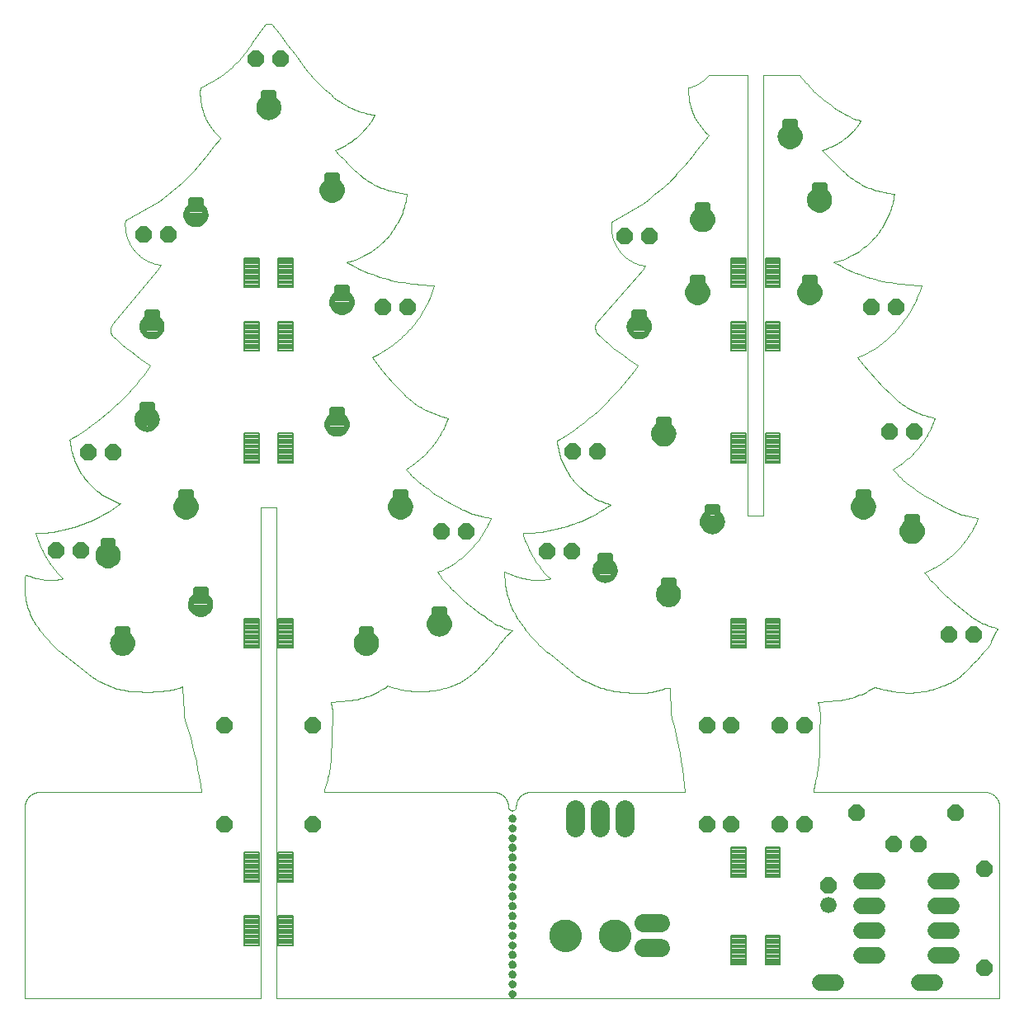
<source format=gts>
G75*
%MOIN*%
%OFA0B0*%
%FSLAX25Y25*%
%IPPOS*%
%LPD*%
%AMOC8*
5,1,8,0,0,1.08239X$1,22.5*
%
%ADD10C,0.00000*%
%ADD11C,0.12998*%
%ADD12C,0.00800*%
%ADD13C,0.03156*%
%ADD14C,0.02400*%
%ADD15OC8,0.06600*%
%ADD16C,0.06600*%
%ADD17C,0.06600*%
%ADD18C,0.07400*%
%ADD19C,0.07731*%
D10*
X0255902Y0195547D02*
X0266138Y0187279D01*
X0240942Y0204995D02*
X0240367Y0204475D01*
X0239804Y0203943D01*
X0239253Y0203397D01*
X0238715Y0202840D01*
X0238189Y0202270D01*
X0237676Y0201689D01*
X0237176Y0201096D01*
X0236690Y0200492D01*
X0236218Y0199877D01*
X0238186Y0205783D02*
X0240942Y0204996D01*
X0242123Y0227043D02*
X0237792Y0228618D01*
X0237792Y0228224D01*
X0229918Y0210508D02*
X0230453Y0210083D01*
X0230998Y0209670D01*
X0231552Y0209271D01*
X0232116Y0208884D01*
X0232688Y0208511D01*
X0233269Y0208151D01*
X0233858Y0207806D01*
X0234455Y0207474D01*
X0235060Y0207156D01*
X0235672Y0206852D01*
X0236291Y0206563D01*
X0236917Y0206288D01*
X0237548Y0206028D01*
X0238186Y0205783D01*
X0256296Y0225862D02*
X0255902Y0226256D01*
X0237792Y0228224D02*
X0237807Y0227372D01*
X0237842Y0226521D01*
X0237898Y0225670D01*
X0237975Y0224822D01*
X0238072Y0223975D01*
X0238189Y0223131D01*
X0238327Y0222290D01*
X0238485Y0221452D01*
X0238663Y0220619D01*
X0238861Y0219790D01*
X0239079Y0218966D01*
X0239316Y0218148D01*
X0239574Y0217336D01*
X0239851Y0216530D01*
X0240147Y0215731D01*
X0240462Y0214939D01*
X0240797Y0214155D01*
X0241150Y0213380D01*
X0241522Y0212613D01*
X0241912Y0211855D01*
X0242320Y0211107D01*
X0242747Y0210370D01*
X0243191Y0209642D01*
X0243652Y0208926D01*
X0244130Y0208220D01*
X0244626Y0207527D01*
X0245137Y0206846D01*
X0245666Y0206177D01*
X0245272Y0244366D02*
X0248028Y0244366D01*
X0242123Y0227044D02*
X0242685Y0226829D01*
X0243251Y0226628D01*
X0243823Y0226442D01*
X0244399Y0226269D01*
X0244978Y0226110D01*
X0245562Y0225966D01*
X0246149Y0225836D01*
X0246739Y0225720D01*
X0247332Y0225619D01*
X0247927Y0225533D01*
X0248524Y0225461D01*
X0249122Y0225404D01*
X0249722Y0225361D01*
X0250322Y0225333D01*
X0250923Y0225320D01*
X0251524Y0225322D01*
X0252125Y0225338D01*
X0252726Y0225369D01*
X0253325Y0225415D01*
X0253923Y0225475D01*
X0254520Y0225550D01*
X0255114Y0225640D01*
X0255707Y0225744D01*
X0256296Y0225862D01*
X0232280Y0250272D02*
X0228737Y0251059D01*
X0212989Y0229406D02*
X0210627Y0228618D01*
X0218500Y0183342D02*
X0217650Y0182992D01*
X0216792Y0182662D01*
X0215926Y0182354D01*
X0215053Y0182066D01*
X0214173Y0181800D01*
X0213287Y0181556D01*
X0212395Y0181333D01*
X0211498Y0181132D01*
X0210596Y0180952D01*
X0209691Y0180795D01*
X0208781Y0180660D01*
X0207869Y0180547D01*
X0206954Y0180456D01*
X0206037Y0180388D01*
X0205119Y0180341D01*
X0204200Y0180318D01*
X0203281Y0180316D01*
X0202362Y0180337D01*
X0201444Y0180380D01*
X0200527Y0180446D01*
X0199611Y0180534D01*
X0198699Y0180644D01*
X0197789Y0180776D01*
X0196883Y0180931D01*
X0195981Y0181107D01*
X0195083Y0181306D01*
X0194190Y0181526D01*
X0193303Y0181767D01*
X0193304Y0181768D02*
X0190548Y0182555D01*
X0175194Y0176650D02*
X0167713Y0175862D01*
X0167854Y0175304D01*
X0167983Y0174742D01*
X0168097Y0174177D01*
X0168199Y0173609D01*
X0168286Y0173039D01*
X0168360Y0172468D01*
X0168421Y0171894D01*
X0168467Y0171320D01*
X0168500Y0170744D01*
X0165745Y0142791D02*
X0165351Y0141610D01*
X0164957Y0139642D02*
X0233461Y0139642D01*
X0233613Y0139640D01*
X0233765Y0139634D01*
X0233917Y0139624D01*
X0234068Y0139611D01*
X0234219Y0139593D01*
X0234370Y0139572D01*
X0234520Y0139546D01*
X0234669Y0139517D01*
X0234818Y0139484D01*
X0234965Y0139447D01*
X0235112Y0139407D01*
X0235257Y0139362D01*
X0235401Y0139314D01*
X0235544Y0139262D01*
X0235686Y0139207D01*
X0235826Y0139148D01*
X0235965Y0139085D01*
X0236102Y0139019D01*
X0236237Y0138949D01*
X0236370Y0138876D01*
X0236501Y0138799D01*
X0236631Y0138719D01*
X0236758Y0138636D01*
X0236883Y0138550D01*
X0237006Y0138460D01*
X0237126Y0138367D01*
X0237244Y0138271D01*
X0237360Y0138172D01*
X0237473Y0138070D01*
X0237583Y0137966D01*
X0237691Y0137858D01*
X0237795Y0137748D01*
X0237897Y0137635D01*
X0237996Y0137519D01*
X0238092Y0137401D01*
X0238185Y0137281D01*
X0238275Y0137158D01*
X0238361Y0137033D01*
X0238444Y0136906D01*
X0238524Y0136776D01*
X0238601Y0136645D01*
X0238674Y0136512D01*
X0238744Y0136377D01*
X0238810Y0136240D01*
X0238873Y0136101D01*
X0238932Y0135961D01*
X0238987Y0135819D01*
X0239039Y0135676D01*
X0239087Y0135532D01*
X0239132Y0135387D01*
X0239172Y0135240D01*
X0239209Y0135093D01*
X0239242Y0134944D01*
X0239271Y0134795D01*
X0239297Y0134645D01*
X0239318Y0134494D01*
X0239336Y0134343D01*
X0239349Y0134192D01*
X0239359Y0134040D01*
X0239365Y0133888D01*
X0239367Y0133736D01*
X0240942Y0132161D02*
X0241019Y0132163D01*
X0241096Y0132169D01*
X0241173Y0132178D01*
X0241249Y0132191D01*
X0241325Y0132208D01*
X0241399Y0132229D01*
X0241473Y0132253D01*
X0241545Y0132281D01*
X0241615Y0132312D01*
X0241684Y0132347D01*
X0241752Y0132385D01*
X0241817Y0132426D01*
X0241880Y0132471D01*
X0241941Y0132519D01*
X0242000Y0132569D01*
X0242056Y0132622D01*
X0242109Y0132678D01*
X0242159Y0132737D01*
X0242207Y0132798D01*
X0242252Y0132861D01*
X0242293Y0132926D01*
X0242331Y0132994D01*
X0242366Y0133063D01*
X0242397Y0133133D01*
X0242425Y0133205D01*
X0242449Y0133279D01*
X0242470Y0133353D01*
X0242487Y0133429D01*
X0242500Y0133505D01*
X0242509Y0133582D01*
X0242515Y0133659D01*
X0242517Y0133736D01*
X0240942Y0132161D02*
X0240865Y0132163D01*
X0240788Y0132169D01*
X0240711Y0132178D01*
X0240635Y0132191D01*
X0240559Y0132208D01*
X0240485Y0132229D01*
X0240411Y0132253D01*
X0240339Y0132281D01*
X0240269Y0132312D01*
X0240200Y0132347D01*
X0240132Y0132385D01*
X0240067Y0132426D01*
X0240004Y0132471D01*
X0239943Y0132519D01*
X0239884Y0132569D01*
X0239828Y0132622D01*
X0239775Y0132678D01*
X0239725Y0132737D01*
X0239677Y0132798D01*
X0239632Y0132861D01*
X0239591Y0132926D01*
X0239553Y0132994D01*
X0239518Y0133063D01*
X0239487Y0133133D01*
X0239459Y0133205D01*
X0239435Y0133279D01*
X0239414Y0133353D01*
X0239397Y0133429D01*
X0239384Y0133505D01*
X0239375Y0133582D01*
X0239369Y0133659D01*
X0239367Y0133736D01*
X0239564Y0129012D02*
X0239566Y0129086D01*
X0239572Y0129160D01*
X0239582Y0129233D01*
X0239596Y0129306D01*
X0239613Y0129378D01*
X0239635Y0129448D01*
X0239660Y0129518D01*
X0239689Y0129586D01*
X0239722Y0129652D01*
X0239758Y0129717D01*
X0239798Y0129779D01*
X0239840Y0129840D01*
X0239886Y0129898D01*
X0239935Y0129953D01*
X0239987Y0130006D01*
X0240042Y0130056D01*
X0240099Y0130102D01*
X0240159Y0130146D01*
X0240221Y0130186D01*
X0240285Y0130223D01*
X0240351Y0130257D01*
X0240419Y0130287D01*
X0240488Y0130313D01*
X0240559Y0130336D01*
X0240630Y0130354D01*
X0240703Y0130369D01*
X0240776Y0130380D01*
X0240850Y0130387D01*
X0240924Y0130390D01*
X0240997Y0130389D01*
X0241071Y0130384D01*
X0241145Y0130375D01*
X0241218Y0130362D01*
X0241290Y0130345D01*
X0241361Y0130325D01*
X0241431Y0130300D01*
X0241499Y0130272D01*
X0241566Y0130241D01*
X0241631Y0130205D01*
X0241694Y0130167D01*
X0241755Y0130125D01*
X0241814Y0130079D01*
X0241870Y0130031D01*
X0241923Y0129980D01*
X0241973Y0129926D01*
X0242021Y0129869D01*
X0242065Y0129810D01*
X0242107Y0129748D01*
X0242145Y0129685D01*
X0242179Y0129619D01*
X0242210Y0129552D01*
X0242237Y0129483D01*
X0242260Y0129413D01*
X0242280Y0129342D01*
X0242296Y0129269D01*
X0242308Y0129196D01*
X0242316Y0129123D01*
X0242320Y0129049D01*
X0242320Y0128975D01*
X0242316Y0128901D01*
X0242308Y0128828D01*
X0242296Y0128755D01*
X0242280Y0128682D01*
X0242260Y0128611D01*
X0242237Y0128541D01*
X0242210Y0128472D01*
X0242179Y0128405D01*
X0242145Y0128339D01*
X0242107Y0128276D01*
X0242065Y0128214D01*
X0242021Y0128155D01*
X0241973Y0128098D01*
X0241923Y0128044D01*
X0241870Y0127993D01*
X0241814Y0127945D01*
X0241755Y0127899D01*
X0241694Y0127857D01*
X0241631Y0127819D01*
X0241566Y0127783D01*
X0241499Y0127752D01*
X0241431Y0127724D01*
X0241361Y0127699D01*
X0241290Y0127679D01*
X0241218Y0127662D01*
X0241145Y0127649D01*
X0241071Y0127640D01*
X0240997Y0127635D01*
X0240924Y0127634D01*
X0240850Y0127637D01*
X0240776Y0127644D01*
X0240703Y0127655D01*
X0240630Y0127670D01*
X0240559Y0127688D01*
X0240488Y0127711D01*
X0240419Y0127737D01*
X0240351Y0127767D01*
X0240285Y0127801D01*
X0240221Y0127838D01*
X0240159Y0127878D01*
X0240099Y0127922D01*
X0240042Y0127968D01*
X0239987Y0128018D01*
X0239935Y0128071D01*
X0239886Y0128126D01*
X0239840Y0128184D01*
X0239798Y0128245D01*
X0239758Y0128307D01*
X0239722Y0128372D01*
X0239689Y0128438D01*
X0239660Y0128506D01*
X0239635Y0128576D01*
X0239613Y0128646D01*
X0239596Y0128718D01*
X0239582Y0128791D01*
X0239572Y0128864D01*
X0239566Y0128938D01*
X0239564Y0129012D01*
X0239564Y0125075D02*
X0239566Y0125149D01*
X0239572Y0125223D01*
X0239582Y0125296D01*
X0239596Y0125369D01*
X0239613Y0125441D01*
X0239635Y0125511D01*
X0239660Y0125581D01*
X0239689Y0125649D01*
X0239722Y0125715D01*
X0239758Y0125780D01*
X0239798Y0125842D01*
X0239840Y0125903D01*
X0239886Y0125961D01*
X0239935Y0126016D01*
X0239987Y0126069D01*
X0240042Y0126119D01*
X0240099Y0126165D01*
X0240159Y0126209D01*
X0240221Y0126249D01*
X0240285Y0126286D01*
X0240351Y0126320D01*
X0240419Y0126350D01*
X0240488Y0126376D01*
X0240559Y0126399D01*
X0240630Y0126417D01*
X0240703Y0126432D01*
X0240776Y0126443D01*
X0240850Y0126450D01*
X0240924Y0126453D01*
X0240997Y0126452D01*
X0241071Y0126447D01*
X0241145Y0126438D01*
X0241218Y0126425D01*
X0241290Y0126408D01*
X0241361Y0126388D01*
X0241431Y0126363D01*
X0241499Y0126335D01*
X0241566Y0126304D01*
X0241631Y0126268D01*
X0241694Y0126230D01*
X0241755Y0126188D01*
X0241814Y0126142D01*
X0241870Y0126094D01*
X0241923Y0126043D01*
X0241973Y0125989D01*
X0242021Y0125932D01*
X0242065Y0125873D01*
X0242107Y0125811D01*
X0242145Y0125748D01*
X0242179Y0125682D01*
X0242210Y0125615D01*
X0242237Y0125546D01*
X0242260Y0125476D01*
X0242280Y0125405D01*
X0242296Y0125332D01*
X0242308Y0125259D01*
X0242316Y0125186D01*
X0242320Y0125112D01*
X0242320Y0125038D01*
X0242316Y0124964D01*
X0242308Y0124891D01*
X0242296Y0124818D01*
X0242280Y0124745D01*
X0242260Y0124674D01*
X0242237Y0124604D01*
X0242210Y0124535D01*
X0242179Y0124468D01*
X0242145Y0124402D01*
X0242107Y0124339D01*
X0242065Y0124277D01*
X0242021Y0124218D01*
X0241973Y0124161D01*
X0241923Y0124107D01*
X0241870Y0124056D01*
X0241814Y0124008D01*
X0241755Y0123962D01*
X0241694Y0123920D01*
X0241631Y0123882D01*
X0241566Y0123846D01*
X0241499Y0123815D01*
X0241431Y0123787D01*
X0241361Y0123762D01*
X0241290Y0123742D01*
X0241218Y0123725D01*
X0241145Y0123712D01*
X0241071Y0123703D01*
X0240997Y0123698D01*
X0240924Y0123697D01*
X0240850Y0123700D01*
X0240776Y0123707D01*
X0240703Y0123718D01*
X0240630Y0123733D01*
X0240559Y0123751D01*
X0240488Y0123774D01*
X0240419Y0123800D01*
X0240351Y0123830D01*
X0240285Y0123864D01*
X0240221Y0123901D01*
X0240159Y0123941D01*
X0240099Y0123985D01*
X0240042Y0124031D01*
X0239987Y0124081D01*
X0239935Y0124134D01*
X0239886Y0124189D01*
X0239840Y0124247D01*
X0239798Y0124308D01*
X0239758Y0124370D01*
X0239722Y0124435D01*
X0239689Y0124501D01*
X0239660Y0124569D01*
X0239635Y0124639D01*
X0239613Y0124709D01*
X0239596Y0124781D01*
X0239582Y0124854D01*
X0239572Y0124927D01*
X0239566Y0125001D01*
X0239564Y0125075D01*
X0239564Y0121138D02*
X0239566Y0121212D01*
X0239572Y0121286D01*
X0239582Y0121359D01*
X0239596Y0121432D01*
X0239613Y0121504D01*
X0239635Y0121574D01*
X0239660Y0121644D01*
X0239689Y0121712D01*
X0239722Y0121778D01*
X0239758Y0121843D01*
X0239798Y0121905D01*
X0239840Y0121966D01*
X0239886Y0122024D01*
X0239935Y0122079D01*
X0239987Y0122132D01*
X0240042Y0122182D01*
X0240099Y0122228D01*
X0240159Y0122272D01*
X0240221Y0122312D01*
X0240285Y0122349D01*
X0240351Y0122383D01*
X0240419Y0122413D01*
X0240488Y0122439D01*
X0240559Y0122462D01*
X0240630Y0122480D01*
X0240703Y0122495D01*
X0240776Y0122506D01*
X0240850Y0122513D01*
X0240924Y0122516D01*
X0240997Y0122515D01*
X0241071Y0122510D01*
X0241145Y0122501D01*
X0241218Y0122488D01*
X0241290Y0122471D01*
X0241361Y0122451D01*
X0241431Y0122426D01*
X0241499Y0122398D01*
X0241566Y0122367D01*
X0241631Y0122331D01*
X0241694Y0122293D01*
X0241755Y0122251D01*
X0241814Y0122205D01*
X0241870Y0122157D01*
X0241923Y0122106D01*
X0241973Y0122052D01*
X0242021Y0121995D01*
X0242065Y0121936D01*
X0242107Y0121874D01*
X0242145Y0121811D01*
X0242179Y0121745D01*
X0242210Y0121678D01*
X0242237Y0121609D01*
X0242260Y0121539D01*
X0242280Y0121468D01*
X0242296Y0121395D01*
X0242308Y0121322D01*
X0242316Y0121249D01*
X0242320Y0121175D01*
X0242320Y0121101D01*
X0242316Y0121027D01*
X0242308Y0120954D01*
X0242296Y0120881D01*
X0242280Y0120808D01*
X0242260Y0120737D01*
X0242237Y0120667D01*
X0242210Y0120598D01*
X0242179Y0120531D01*
X0242145Y0120465D01*
X0242107Y0120402D01*
X0242065Y0120340D01*
X0242021Y0120281D01*
X0241973Y0120224D01*
X0241923Y0120170D01*
X0241870Y0120119D01*
X0241814Y0120071D01*
X0241755Y0120025D01*
X0241694Y0119983D01*
X0241631Y0119945D01*
X0241566Y0119909D01*
X0241499Y0119878D01*
X0241431Y0119850D01*
X0241361Y0119825D01*
X0241290Y0119805D01*
X0241218Y0119788D01*
X0241145Y0119775D01*
X0241071Y0119766D01*
X0240997Y0119761D01*
X0240924Y0119760D01*
X0240850Y0119763D01*
X0240776Y0119770D01*
X0240703Y0119781D01*
X0240630Y0119796D01*
X0240559Y0119814D01*
X0240488Y0119837D01*
X0240419Y0119863D01*
X0240351Y0119893D01*
X0240285Y0119927D01*
X0240221Y0119964D01*
X0240159Y0120004D01*
X0240099Y0120048D01*
X0240042Y0120094D01*
X0239987Y0120144D01*
X0239935Y0120197D01*
X0239886Y0120252D01*
X0239840Y0120310D01*
X0239798Y0120371D01*
X0239758Y0120433D01*
X0239722Y0120498D01*
X0239689Y0120564D01*
X0239660Y0120632D01*
X0239635Y0120702D01*
X0239613Y0120772D01*
X0239596Y0120844D01*
X0239582Y0120917D01*
X0239572Y0120990D01*
X0239566Y0121064D01*
X0239564Y0121138D01*
X0239564Y0117201D02*
X0239566Y0117275D01*
X0239572Y0117349D01*
X0239582Y0117422D01*
X0239596Y0117495D01*
X0239613Y0117567D01*
X0239635Y0117637D01*
X0239660Y0117707D01*
X0239689Y0117775D01*
X0239722Y0117841D01*
X0239758Y0117906D01*
X0239798Y0117968D01*
X0239840Y0118029D01*
X0239886Y0118087D01*
X0239935Y0118142D01*
X0239987Y0118195D01*
X0240042Y0118245D01*
X0240099Y0118291D01*
X0240159Y0118335D01*
X0240221Y0118375D01*
X0240285Y0118412D01*
X0240351Y0118446D01*
X0240419Y0118476D01*
X0240488Y0118502D01*
X0240559Y0118525D01*
X0240630Y0118543D01*
X0240703Y0118558D01*
X0240776Y0118569D01*
X0240850Y0118576D01*
X0240924Y0118579D01*
X0240997Y0118578D01*
X0241071Y0118573D01*
X0241145Y0118564D01*
X0241218Y0118551D01*
X0241290Y0118534D01*
X0241361Y0118514D01*
X0241431Y0118489D01*
X0241499Y0118461D01*
X0241566Y0118430D01*
X0241631Y0118394D01*
X0241694Y0118356D01*
X0241755Y0118314D01*
X0241814Y0118268D01*
X0241870Y0118220D01*
X0241923Y0118169D01*
X0241973Y0118115D01*
X0242021Y0118058D01*
X0242065Y0117999D01*
X0242107Y0117937D01*
X0242145Y0117874D01*
X0242179Y0117808D01*
X0242210Y0117741D01*
X0242237Y0117672D01*
X0242260Y0117602D01*
X0242280Y0117531D01*
X0242296Y0117458D01*
X0242308Y0117385D01*
X0242316Y0117312D01*
X0242320Y0117238D01*
X0242320Y0117164D01*
X0242316Y0117090D01*
X0242308Y0117017D01*
X0242296Y0116944D01*
X0242280Y0116871D01*
X0242260Y0116800D01*
X0242237Y0116730D01*
X0242210Y0116661D01*
X0242179Y0116594D01*
X0242145Y0116528D01*
X0242107Y0116465D01*
X0242065Y0116403D01*
X0242021Y0116344D01*
X0241973Y0116287D01*
X0241923Y0116233D01*
X0241870Y0116182D01*
X0241814Y0116134D01*
X0241755Y0116088D01*
X0241694Y0116046D01*
X0241631Y0116008D01*
X0241566Y0115972D01*
X0241499Y0115941D01*
X0241431Y0115913D01*
X0241361Y0115888D01*
X0241290Y0115868D01*
X0241218Y0115851D01*
X0241145Y0115838D01*
X0241071Y0115829D01*
X0240997Y0115824D01*
X0240924Y0115823D01*
X0240850Y0115826D01*
X0240776Y0115833D01*
X0240703Y0115844D01*
X0240630Y0115859D01*
X0240559Y0115877D01*
X0240488Y0115900D01*
X0240419Y0115926D01*
X0240351Y0115956D01*
X0240285Y0115990D01*
X0240221Y0116027D01*
X0240159Y0116067D01*
X0240099Y0116111D01*
X0240042Y0116157D01*
X0239987Y0116207D01*
X0239935Y0116260D01*
X0239886Y0116315D01*
X0239840Y0116373D01*
X0239798Y0116434D01*
X0239758Y0116496D01*
X0239722Y0116561D01*
X0239689Y0116627D01*
X0239660Y0116695D01*
X0239635Y0116765D01*
X0239613Y0116835D01*
X0239596Y0116907D01*
X0239582Y0116980D01*
X0239572Y0117053D01*
X0239566Y0117127D01*
X0239564Y0117201D01*
X0239564Y0113264D02*
X0239566Y0113338D01*
X0239572Y0113412D01*
X0239582Y0113485D01*
X0239596Y0113558D01*
X0239613Y0113630D01*
X0239635Y0113700D01*
X0239660Y0113770D01*
X0239689Y0113838D01*
X0239722Y0113904D01*
X0239758Y0113969D01*
X0239798Y0114031D01*
X0239840Y0114092D01*
X0239886Y0114150D01*
X0239935Y0114205D01*
X0239987Y0114258D01*
X0240042Y0114308D01*
X0240099Y0114354D01*
X0240159Y0114398D01*
X0240221Y0114438D01*
X0240285Y0114475D01*
X0240351Y0114509D01*
X0240419Y0114539D01*
X0240488Y0114565D01*
X0240559Y0114588D01*
X0240630Y0114606D01*
X0240703Y0114621D01*
X0240776Y0114632D01*
X0240850Y0114639D01*
X0240924Y0114642D01*
X0240997Y0114641D01*
X0241071Y0114636D01*
X0241145Y0114627D01*
X0241218Y0114614D01*
X0241290Y0114597D01*
X0241361Y0114577D01*
X0241431Y0114552D01*
X0241499Y0114524D01*
X0241566Y0114493D01*
X0241631Y0114457D01*
X0241694Y0114419D01*
X0241755Y0114377D01*
X0241814Y0114331D01*
X0241870Y0114283D01*
X0241923Y0114232D01*
X0241973Y0114178D01*
X0242021Y0114121D01*
X0242065Y0114062D01*
X0242107Y0114000D01*
X0242145Y0113937D01*
X0242179Y0113871D01*
X0242210Y0113804D01*
X0242237Y0113735D01*
X0242260Y0113665D01*
X0242280Y0113594D01*
X0242296Y0113521D01*
X0242308Y0113448D01*
X0242316Y0113375D01*
X0242320Y0113301D01*
X0242320Y0113227D01*
X0242316Y0113153D01*
X0242308Y0113080D01*
X0242296Y0113007D01*
X0242280Y0112934D01*
X0242260Y0112863D01*
X0242237Y0112793D01*
X0242210Y0112724D01*
X0242179Y0112657D01*
X0242145Y0112591D01*
X0242107Y0112528D01*
X0242065Y0112466D01*
X0242021Y0112407D01*
X0241973Y0112350D01*
X0241923Y0112296D01*
X0241870Y0112245D01*
X0241814Y0112197D01*
X0241755Y0112151D01*
X0241694Y0112109D01*
X0241631Y0112071D01*
X0241566Y0112035D01*
X0241499Y0112004D01*
X0241431Y0111976D01*
X0241361Y0111951D01*
X0241290Y0111931D01*
X0241218Y0111914D01*
X0241145Y0111901D01*
X0241071Y0111892D01*
X0240997Y0111887D01*
X0240924Y0111886D01*
X0240850Y0111889D01*
X0240776Y0111896D01*
X0240703Y0111907D01*
X0240630Y0111922D01*
X0240559Y0111940D01*
X0240488Y0111963D01*
X0240419Y0111989D01*
X0240351Y0112019D01*
X0240285Y0112053D01*
X0240221Y0112090D01*
X0240159Y0112130D01*
X0240099Y0112174D01*
X0240042Y0112220D01*
X0239987Y0112270D01*
X0239935Y0112323D01*
X0239886Y0112378D01*
X0239840Y0112436D01*
X0239798Y0112497D01*
X0239758Y0112559D01*
X0239722Y0112624D01*
X0239689Y0112690D01*
X0239660Y0112758D01*
X0239635Y0112828D01*
X0239613Y0112898D01*
X0239596Y0112970D01*
X0239582Y0113043D01*
X0239572Y0113116D01*
X0239566Y0113190D01*
X0239564Y0113264D01*
X0239564Y0109327D02*
X0239566Y0109401D01*
X0239572Y0109475D01*
X0239582Y0109548D01*
X0239596Y0109621D01*
X0239613Y0109693D01*
X0239635Y0109763D01*
X0239660Y0109833D01*
X0239689Y0109901D01*
X0239722Y0109967D01*
X0239758Y0110032D01*
X0239798Y0110094D01*
X0239840Y0110155D01*
X0239886Y0110213D01*
X0239935Y0110268D01*
X0239987Y0110321D01*
X0240042Y0110371D01*
X0240099Y0110417D01*
X0240159Y0110461D01*
X0240221Y0110501D01*
X0240285Y0110538D01*
X0240351Y0110572D01*
X0240419Y0110602D01*
X0240488Y0110628D01*
X0240559Y0110651D01*
X0240630Y0110669D01*
X0240703Y0110684D01*
X0240776Y0110695D01*
X0240850Y0110702D01*
X0240924Y0110705D01*
X0240997Y0110704D01*
X0241071Y0110699D01*
X0241145Y0110690D01*
X0241218Y0110677D01*
X0241290Y0110660D01*
X0241361Y0110640D01*
X0241431Y0110615D01*
X0241499Y0110587D01*
X0241566Y0110556D01*
X0241631Y0110520D01*
X0241694Y0110482D01*
X0241755Y0110440D01*
X0241814Y0110394D01*
X0241870Y0110346D01*
X0241923Y0110295D01*
X0241973Y0110241D01*
X0242021Y0110184D01*
X0242065Y0110125D01*
X0242107Y0110063D01*
X0242145Y0110000D01*
X0242179Y0109934D01*
X0242210Y0109867D01*
X0242237Y0109798D01*
X0242260Y0109728D01*
X0242280Y0109657D01*
X0242296Y0109584D01*
X0242308Y0109511D01*
X0242316Y0109438D01*
X0242320Y0109364D01*
X0242320Y0109290D01*
X0242316Y0109216D01*
X0242308Y0109143D01*
X0242296Y0109070D01*
X0242280Y0108997D01*
X0242260Y0108926D01*
X0242237Y0108856D01*
X0242210Y0108787D01*
X0242179Y0108720D01*
X0242145Y0108654D01*
X0242107Y0108591D01*
X0242065Y0108529D01*
X0242021Y0108470D01*
X0241973Y0108413D01*
X0241923Y0108359D01*
X0241870Y0108308D01*
X0241814Y0108260D01*
X0241755Y0108214D01*
X0241694Y0108172D01*
X0241631Y0108134D01*
X0241566Y0108098D01*
X0241499Y0108067D01*
X0241431Y0108039D01*
X0241361Y0108014D01*
X0241290Y0107994D01*
X0241218Y0107977D01*
X0241145Y0107964D01*
X0241071Y0107955D01*
X0240997Y0107950D01*
X0240924Y0107949D01*
X0240850Y0107952D01*
X0240776Y0107959D01*
X0240703Y0107970D01*
X0240630Y0107985D01*
X0240559Y0108003D01*
X0240488Y0108026D01*
X0240419Y0108052D01*
X0240351Y0108082D01*
X0240285Y0108116D01*
X0240221Y0108153D01*
X0240159Y0108193D01*
X0240099Y0108237D01*
X0240042Y0108283D01*
X0239987Y0108333D01*
X0239935Y0108386D01*
X0239886Y0108441D01*
X0239840Y0108499D01*
X0239798Y0108560D01*
X0239758Y0108622D01*
X0239722Y0108687D01*
X0239689Y0108753D01*
X0239660Y0108821D01*
X0239635Y0108891D01*
X0239613Y0108961D01*
X0239596Y0109033D01*
X0239582Y0109106D01*
X0239572Y0109179D01*
X0239566Y0109253D01*
X0239564Y0109327D01*
X0239564Y0105390D02*
X0239566Y0105464D01*
X0239572Y0105538D01*
X0239582Y0105611D01*
X0239596Y0105684D01*
X0239613Y0105756D01*
X0239635Y0105826D01*
X0239660Y0105896D01*
X0239689Y0105964D01*
X0239722Y0106030D01*
X0239758Y0106095D01*
X0239798Y0106157D01*
X0239840Y0106218D01*
X0239886Y0106276D01*
X0239935Y0106331D01*
X0239987Y0106384D01*
X0240042Y0106434D01*
X0240099Y0106480D01*
X0240159Y0106524D01*
X0240221Y0106564D01*
X0240285Y0106601D01*
X0240351Y0106635D01*
X0240419Y0106665D01*
X0240488Y0106691D01*
X0240559Y0106714D01*
X0240630Y0106732D01*
X0240703Y0106747D01*
X0240776Y0106758D01*
X0240850Y0106765D01*
X0240924Y0106768D01*
X0240997Y0106767D01*
X0241071Y0106762D01*
X0241145Y0106753D01*
X0241218Y0106740D01*
X0241290Y0106723D01*
X0241361Y0106703D01*
X0241431Y0106678D01*
X0241499Y0106650D01*
X0241566Y0106619D01*
X0241631Y0106583D01*
X0241694Y0106545D01*
X0241755Y0106503D01*
X0241814Y0106457D01*
X0241870Y0106409D01*
X0241923Y0106358D01*
X0241973Y0106304D01*
X0242021Y0106247D01*
X0242065Y0106188D01*
X0242107Y0106126D01*
X0242145Y0106063D01*
X0242179Y0105997D01*
X0242210Y0105930D01*
X0242237Y0105861D01*
X0242260Y0105791D01*
X0242280Y0105720D01*
X0242296Y0105647D01*
X0242308Y0105574D01*
X0242316Y0105501D01*
X0242320Y0105427D01*
X0242320Y0105353D01*
X0242316Y0105279D01*
X0242308Y0105206D01*
X0242296Y0105133D01*
X0242280Y0105060D01*
X0242260Y0104989D01*
X0242237Y0104919D01*
X0242210Y0104850D01*
X0242179Y0104783D01*
X0242145Y0104717D01*
X0242107Y0104654D01*
X0242065Y0104592D01*
X0242021Y0104533D01*
X0241973Y0104476D01*
X0241923Y0104422D01*
X0241870Y0104371D01*
X0241814Y0104323D01*
X0241755Y0104277D01*
X0241694Y0104235D01*
X0241631Y0104197D01*
X0241566Y0104161D01*
X0241499Y0104130D01*
X0241431Y0104102D01*
X0241361Y0104077D01*
X0241290Y0104057D01*
X0241218Y0104040D01*
X0241145Y0104027D01*
X0241071Y0104018D01*
X0240997Y0104013D01*
X0240924Y0104012D01*
X0240850Y0104015D01*
X0240776Y0104022D01*
X0240703Y0104033D01*
X0240630Y0104048D01*
X0240559Y0104066D01*
X0240488Y0104089D01*
X0240419Y0104115D01*
X0240351Y0104145D01*
X0240285Y0104179D01*
X0240221Y0104216D01*
X0240159Y0104256D01*
X0240099Y0104300D01*
X0240042Y0104346D01*
X0239987Y0104396D01*
X0239935Y0104449D01*
X0239886Y0104504D01*
X0239840Y0104562D01*
X0239798Y0104623D01*
X0239758Y0104685D01*
X0239722Y0104750D01*
X0239689Y0104816D01*
X0239660Y0104884D01*
X0239635Y0104954D01*
X0239613Y0105024D01*
X0239596Y0105096D01*
X0239582Y0105169D01*
X0239572Y0105242D01*
X0239566Y0105316D01*
X0239564Y0105390D01*
X0239564Y0101453D02*
X0239566Y0101527D01*
X0239572Y0101601D01*
X0239582Y0101674D01*
X0239596Y0101747D01*
X0239613Y0101819D01*
X0239635Y0101889D01*
X0239660Y0101959D01*
X0239689Y0102027D01*
X0239722Y0102093D01*
X0239758Y0102158D01*
X0239798Y0102220D01*
X0239840Y0102281D01*
X0239886Y0102339D01*
X0239935Y0102394D01*
X0239987Y0102447D01*
X0240042Y0102497D01*
X0240099Y0102543D01*
X0240159Y0102587D01*
X0240221Y0102627D01*
X0240285Y0102664D01*
X0240351Y0102698D01*
X0240419Y0102728D01*
X0240488Y0102754D01*
X0240559Y0102777D01*
X0240630Y0102795D01*
X0240703Y0102810D01*
X0240776Y0102821D01*
X0240850Y0102828D01*
X0240924Y0102831D01*
X0240997Y0102830D01*
X0241071Y0102825D01*
X0241145Y0102816D01*
X0241218Y0102803D01*
X0241290Y0102786D01*
X0241361Y0102766D01*
X0241431Y0102741D01*
X0241499Y0102713D01*
X0241566Y0102682D01*
X0241631Y0102646D01*
X0241694Y0102608D01*
X0241755Y0102566D01*
X0241814Y0102520D01*
X0241870Y0102472D01*
X0241923Y0102421D01*
X0241973Y0102367D01*
X0242021Y0102310D01*
X0242065Y0102251D01*
X0242107Y0102189D01*
X0242145Y0102126D01*
X0242179Y0102060D01*
X0242210Y0101993D01*
X0242237Y0101924D01*
X0242260Y0101854D01*
X0242280Y0101783D01*
X0242296Y0101710D01*
X0242308Y0101637D01*
X0242316Y0101564D01*
X0242320Y0101490D01*
X0242320Y0101416D01*
X0242316Y0101342D01*
X0242308Y0101269D01*
X0242296Y0101196D01*
X0242280Y0101123D01*
X0242260Y0101052D01*
X0242237Y0100982D01*
X0242210Y0100913D01*
X0242179Y0100846D01*
X0242145Y0100780D01*
X0242107Y0100717D01*
X0242065Y0100655D01*
X0242021Y0100596D01*
X0241973Y0100539D01*
X0241923Y0100485D01*
X0241870Y0100434D01*
X0241814Y0100386D01*
X0241755Y0100340D01*
X0241694Y0100298D01*
X0241631Y0100260D01*
X0241566Y0100224D01*
X0241499Y0100193D01*
X0241431Y0100165D01*
X0241361Y0100140D01*
X0241290Y0100120D01*
X0241218Y0100103D01*
X0241145Y0100090D01*
X0241071Y0100081D01*
X0240997Y0100076D01*
X0240924Y0100075D01*
X0240850Y0100078D01*
X0240776Y0100085D01*
X0240703Y0100096D01*
X0240630Y0100111D01*
X0240559Y0100129D01*
X0240488Y0100152D01*
X0240419Y0100178D01*
X0240351Y0100208D01*
X0240285Y0100242D01*
X0240221Y0100279D01*
X0240159Y0100319D01*
X0240099Y0100363D01*
X0240042Y0100409D01*
X0239987Y0100459D01*
X0239935Y0100512D01*
X0239886Y0100567D01*
X0239840Y0100625D01*
X0239798Y0100686D01*
X0239758Y0100748D01*
X0239722Y0100813D01*
X0239689Y0100879D01*
X0239660Y0100947D01*
X0239635Y0101017D01*
X0239613Y0101087D01*
X0239596Y0101159D01*
X0239582Y0101232D01*
X0239572Y0101305D01*
X0239566Y0101379D01*
X0239564Y0101453D01*
X0239564Y0097516D02*
X0239566Y0097590D01*
X0239572Y0097664D01*
X0239582Y0097737D01*
X0239596Y0097810D01*
X0239613Y0097882D01*
X0239635Y0097952D01*
X0239660Y0098022D01*
X0239689Y0098090D01*
X0239722Y0098156D01*
X0239758Y0098221D01*
X0239798Y0098283D01*
X0239840Y0098344D01*
X0239886Y0098402D01*
X0239935Y0098457D01*
X0239987Y0098510D01*
X0240042Y0098560D01*
X0240099Y0098606D01*
X0240159Y0098650D01*
X0240221Y0098690D01*
X0240285Y0098727D01*
X0240351Y0098761D01*
X0240419Y0098791D01*
X0240488Y0098817D01*
X0240559Y0098840D01*
X0240630Y0098858D01*
X0240703Y0098873D01*
X0240776Y0098884D01*
X0240850Y0098891D01*
X0240924Y0098894D01*
X0240997Y0098893D01*
X0241071Y0098888D01*
X0241145Y0098879D01*
X0241218Y0098866D01*
X0241290Y0098849D01*
X0241361Y0098829D01*
X0241431Y0098804D01*
X0241499Y0098776D01*
X0241566Y0098745D01*
X0241631Y0098709D01*
X0241694Y0098671D01*
X0241755Y0098629D01*
X0241814Y0098583D01*
X0241870Y0098535D01*
X0241923Y0098484D01*
X0241973Y0098430D01*
X0242021Y0098373D01*
X0242065Y0098314D01*
X0242107Y0098252D01*
X0242145Y0098189D01*
X0242179Y0098123D01*
X0242210Y0098056D01*
X0242237Y0097987D01*
X0242260Y0097917D01*
X0242280Y0097846D01*
X0242296Y0097773D01*
X0242308Y0097700D01*
X0242316Y0097627D01*
X0242320Y0097553D01*
X0242320Y0097479D01*
X0242316Y0097405D01*
X0242308Y0097332D01*
X0242296Y0097259D01*
X0242280Y0097186D01*
X0242260Y0097115D01*
X0242237Y0097045D01*
X0242210Y0096976D01*
X0242179Y0096909D01*
X0242145Y0096843D01*
X0242107Y0096780D01*
X0242065Y0096718D01*
X0242021Y0096659D01*
X0241973Y0096602D01*
X0241923Y0096548D01*
X0241870Y0096497D01*
X0241814Y0096449D01*
X0241755Y0096403D01*
X0241694Y0096361D01*
X0241631Y0096323D01*
X0241566Y0096287D01*
X0241499Y0096256D01*
X0241431Y0096228D01*
X0241361Y0096203D01*
X0241290Y0096183D01*
X0241218Y0096166D01*
X0241145Y0096153D01*
X0241071Y0096144D01*
X0240997Y0096139D01*
X0240924Y0096138D01*
X0240850Y0096141D01*
X0240776Y0096148D01*
X0240703Y0096159D01*
X0240630Y0096174D01*
X0240559Y0096192D01*
X0240488Y0096215D01*
X0240419Y0096241D01*
X0240351Y0096271D01*
X0240285Y0096305D01*
X0240221Y0096342D01*
X0240159Y0096382D01*
X0240099Y0096426D01*
X0240042Y0096472D01*
X0239987Y0096522D01*
X0239935Y0096575D01*
X0239886Y0096630D01*
X0239840Y0096688D01*
X0239798Y0096749D01*
X0239758Y0096811D01*
X0239722Y0096876D01*
X0239689Y0096942D01*
X0239660Y0097010D01*
X0239635Y0097080D01*
X0239613Y0097150D01*
X0239596Y0097222D01*
X0239582Y0097295D01*
X0239572Y0097368D01*
X0239566Y0097442D01*
X0239564Y0097516D01*
X0239564Y0093579D02*
X0239566Y0093653D01*
X0239572Y0093727D01*
X0239582Y0093800D01*
X0239596Y0093873D01*
X0239613Y0093945D01*
X0239635Y0094015D01*
X0239660Y0094085D01*
X0239689Y0094153D01*
X0239722Y0094219D01*
X0239758Y0094284D01*
X0239798Y0094346D01*
X0239840Y0094407D01*
X0239886Y0094465D01*
X0239935Y0094520D01*
X0239987Y0094573D01*
X0240042Y0094623D01*
X0240099Y0094669D01*
X0240159Y0094713D01*
X0240221Y0094753D01*
X0240285Y0094790D01*
X0240351Y0094824D01*
X0240419Y0094854D01*
X0240488Y0094880D01*
X0240559Y0094903D01*
X0240630Y0094921D01*
X0240703Y0094936D01*
X0240776Y0094947D01*
X0240850Y0094954D01*
X0240924Y0094957D01*
X0240997Y0094956D01*
X0241071Y0094951D01*
X0241145Y0094942D01*
X0241218Y0094929D01*
X0241290Y0094912D01*
X0241361Y0094892D01*
X0241431Y0094867D01*
X0241499Y0094839D01*
X0241566Y0094808D01*
X0241631Y0094772D01*
X0241694Y0094734D01*
X0241755Y0094692D01*
X0241814Y0094646D01*
X0241870Y0094598D01*
X0241923Y0094547D01*
X0241973Y0094493D01*
X0242021Y0094436D01*
X0242065Y0094377D01*
X0242107Y0094315D01*
X0242145Y0094252D01*
X0242179Y0094186D01*
X0242210Y0094119D01*
X0242237Y0094050D01*
X0242260Y0093980D01*
X0242280Y0093909D01*
X0242296Y0093836D01*
X0242308Y0093763D01*
X0242316Y0093690D01*
X0242320Y0093616D01*
X0242320Y0093542D01*
X0242316Y0093468D01*
X0242308Y0093395D01*
X0242296Y0093322D01*
X0242280Y0093249D01*
X0242260Y0093178D01*
X0242237Y0093108D01*
X0242210Y0093039D01*
X0242179Y0092972D01*
X0242145Y0092906D01*
X0242107Y0092843D01*
X0242065Y0092781D01*
X0242021Y0092722D01*
X0241973Y0092665D01*
X0241923Y0092611D01*
X0241870Y0092560D01*
X0241814Y0092512D01*
X0241755Y0092466D01*
X0241694Y0092424D01*
X0241631Y0092386D01*
X0241566Y0092350D01*
X0241499Y0092319D01*
X0241431Y0092291D01*
X0241361Y0092266D01*
X0241290Y0092246D01*
X0241218Y0092229D01*
X0241145Y0092216D01*
X0241071Y0092207D01*
X0240997Y0092202D01*
X0240924Y0092201D01*
X0240850Y0092204D01*
X0240776Y0092211D01*
X0240703Y0092222D01*
X0240630Y0092237D01*
X0240559Y0092255D01*
X0240488Y0092278D01*
X0240419Y0092304D01*
X0240351Y0092334D01*
X0240285Y0092368D01*
X0240221Y0092405D01*
X0240159Y0092445D01*
X0240099Y0092489D01*
X0240042Y0092535D01*
X0239987Y0092585D01*
X0239935Y0092638D01*
X0239886Y0092693D01*
X0239840Y0092751D01*
X0239798Y0092812D01*
X0239758Y0092874D01*
X0239722Y0092939D01*
X0239689Y0093005D01*
X0239660Y0093073D01*
X0239635Y0093143D01*
X0239613Y0093213D01*
X0239596Y0093285D01*
X0239582Y0093358D01*
X0239572Y0093431D01*
X0239566Y0093505D01*
X0239564Y0093579D01*
X0239564Y0089642D02*
X0239566Y0089716D01*
X0239572Y0089790D01*
X0239582Y0089863D01*
X0239596Y0089936D01*
X0239613Y0090008D01*
X0239635Y0090078D01*
X0239660Y0090148D01*
X0239689Y0090216D01*
X0239722Y0090282D01*
X0239758Y0090347D01*
X0239798Y0090409D01*
X0239840Y0090470D01*
X0239886Y0090528D01*
X0239935Y0090583D01*
X0239987Y0090636D01*
X0240042Y0090686D01*
X0240099Y0090732D01*
X0240159Y0090776D01*
X0240221Y0090816D01*
X0240285Y0090853D01*
X0240351Y0090887D01*
X0240419Y0090917D01*
X0240488Y0090943D01*
X0240559Y0090966D01*
X0240630Y0090984D01*
X0240703Y0090999D01*
X0240776Y0091010D01*
X0240850Y0091017D01*
X0240924Y0091020D01*
X0240997Y0091019D01*
X0241071Y0091014D01*
X0241145Y0091005D01*
X0241218Y0090992D01*
X0241290Y0090975D01*
X0241361Y0090955D01*
X0241431Y0090930D01*
X0241499Y0090902D01*
X0241566Y0090871D01*
X0241631Y0090835D01*
X0241694Y0090797D01*
X0241755Y0090755D01*
X0241814Y0090709D01*
X0241870Y0090661D01*
X0241923Y0090610D01*
X0241973Y0090556D01*
X0242021Y0090499D01*
X0242065Y0090440D01*
X0242107Y0090378D01*
X0242145Y0090315D01*
X0242179Y0090249D01*
X0242210Y0090182D01*
X0242237Y0090113D01*
X0242260Y0090043D01*
X0242280Y0089972D01*
X0242296Y0089899D01*
X0242308Y0089826D01*
X0242316Y0089753D01*
X0242320Y0089679D01*
X0242320Y0089605D01*
X0242316Y0089531D01*
X0242308Y0089458D01*
X0242296Y0089385D01*
X0242280Y0089312D01*
X0242260Y0089241D01*
X0242237Y0089171D01*
X0242210Y0089102D01*
X0242179Y0089035D01*
X0242145Y0088969D01*
X0242107Y0088906D01*
X0242065Y0088844D01*
X0242021Y0088785D01*
X0241973Y0088728D01*
X0241923Y0088674D01*
X0241870Y0088623D01*
X0241814Y0088575D01*
X0241755Y0088529D01*
X0241694Y0088487D01*
X0241631Y0088449D01*
X0241566Y0088413D01*
X0241499Y0088382D01*
X0241431Y0088354D01*
X0241361Y0088329D01*
X0241290Y0088309D01*
X0241218Y0088292D01*
X0241145Y0088279D01*
X0241071Y0088270D01*
X0240997Y0088265D01*
X0240924Y0088264D01*
X0240850Y0088267D01*
X0240776Y0088274D01*
X0240703Y0088285D01*
X0240630Y0088300D01*
X0240559Y0088318D01*
X0240488Y0088341D01*
X0240419Y0088367D01*
X0240351Y0088397D01*
X0240285Y0088431D01*
X0240221Y0088468D01*
X0240159Y0088508D01*
X0240099Y0088552D01*
X0240042Y0088598D01*
X0239987Y0088648D01*
X0239935Y0088701D01*
X0239886Y0088756D01*
X0239840Y0088814D01*
X0239798Y0088875D01*
X0239758Y0088937D01*
X0239722Y0089002D01*
X0239689Y0089068D01*
X0239660Y0089136D01*
X0239635Y0089206D01*
X0239613Y0089276D01*
X0239596Y0089348D01*
X0239582Y0089421D01*
X0239572Y0089494D01*
X0239566Y0089568D01*
X0239564Y0089642D01*
X0239564Y0085705D02*
X0239566Y0085779D01*
X0239572Y0085853D01*
X0239582Y0085926D01*
X0239596Y0085999D01*
X0239613Y0086071D01*
X0239635Y0086141D01*
X0239660Y0086211D01*
X0239689Y0086279D01*
X0239722Y0086345D01*
X0239758Y0086410D01*
X0239798Y0086472D01*
X0239840Y0086533D01*
X0239886Y0086591D01*
X0239935Y0086646D01*
X0239987Y0086699D01*
X0240042Y0086749D01*
X0240099Y0086795D01*
X0240159Y0086839D01*
X0240221Y0086879D01*
X0240285Y0086916D01*
X0240351Y0086950D01*
X0240419Y0086980D01*
X0240488Y0087006D01*
X0240559Y0087029D01*
X0240630Y0087047D01*
X0240703Y0087062D01*
X0240776Y0087073D01*
X0240850Y0087080D01*
X0240924Y0087083D01*
X0240997Y0087082D01*
X0241071Y0087077D01*
X0241145Y0087068D01*
X0241218Y0087055D01*
X0241290Y0087038D01*
X0241361Y0087018D01*
X0241431Y0086993D01*
X0241499Y0086965D01*
X0241566Y0086934D01*
X0241631Y0086898D01*
X0241694Y0086860D01*
X0241755Y0086818D01*
X0241814Y0086772D01*
X0241870Y0086724D01*
X0241923Y0086673D01*
X0241973Y0086619D01*
X0242021Y0086562D01*
X0242065Y0086503D01*
X0242107Y0086441D01*
X0242145Y0086378D01*
X0242179Y0086312D01*
X0242210Y0086245D01*
X0242237Y0086176D01*
X0242260Y0086106D01*
X0242280Y0086035D01*
X0242296Y0085962D01*
X0242308Y0085889D01*
X0242316Y0085816D01*
X0242320Y0085742D01*
X0242320Y0085668D01*
X0242316Y0085594D01*
X0242308Y0085521D01*
X0242296Y0085448D01*
X0242280Y0085375D01*
X0242260Y0085304D01*
X0242237Y0085234D01*
X0242210Y0085165D01*
X0242179Y0085098D01*
X0242145Y0085032D01*
X0242107Y0084969D01*
X0242065Y0084907D01*
X0242021Y0084848D01*
X0241973Y0084791D01*
X0241923Y0084737D01*
X0241870Y0084686D01*
X0241814Y0084638D01*
X0241755Y0084592D01*
X0241694Y0084550D01*
X0241631Y0084512D01*
X0241566Y0084476D01*
X0241499Y0084445D01*
X0241431Y0084417D01*
X0241361Y0084392D01*
X0241290Y0084372D01*
X0241218Y0084355D01*
X0241145Y0084342D01*
X0241071Y0084333D01*
X0240997Y0084328D01*
X0240924Y0084327D01*
X0240850Y0084330D01*
X0240776Y0084337D01*
X0240703Y0084348D01*
X0240630Y0084363D01*
X0240559Y0084381D01*
X0240488Y0084404D01*
X0240419Y0084430D01*
X0240351Y0084460D01*
X0240285Y0084494D01*
X0240221Y0084531D01*
X0240159Y0084571D01*
X0240099Y0084615D01*
X0240042Y0084661D01*
X0239987Y0084711D01*
X0239935Y0084764D01*
X0239886Y0084819D01*
X0239840Y0084877D01*
X0239798Y0084938D01*
X0239758Y0085000D01*
X0239722Y0085065D01*
X0239689Y0085131D01*
X0239660Y0085199D01*
X0239635Y0085269D01*
X0239613Y0085339D01*
X0239596Y0085411D01*
X0239582Y0085484D01*
X0239572Y0085557D01*
X0239566Y0085631D01*
X0239564Y0085705D01*
X0239564Y0081768D02*
X0239566Y0081842D01*
X0239572Y0081916D01*
X0239582Y0081989D01*
X0239596Y0082062D01*
X0239613Y0082134D01*
X0239635Y0082204D01*
X0239660Y0082274D01*
X0239689Y0082342D01*
X0239722Y0082408D01*
X0239758Y0082473D01*
X0239798Y0082535D01*
X0239840Y0082596D01*
X0239886Y0082654D01*
X0239935Y0082709D01*
X0239987Y0082762D01*
X0240042Y0082812D01*
X0240099Y0082858D01*
X0240159Y0082902D01*
X0240221Y0082942D01*
X0240285Y0082979D01*
X0240351Y0083013D01*
X0240419Y0083043D01*
X0240488Y0083069D01*
X0240559Y0083092D01*
X0240630Y0083110D01*
X0240703Y0083125D01*
X0240776Y0083136D01*
X0240850Y0083143D01*
X0240924Y0083146D01*
X0240997Y0083145D01*
X0241071Y0083140D01*
X0241145Y0083131D01*
X0241218Y0083118D01*
X0241290Y0083101D01*
X0241361Y0083081D01*
X0241431Y0083056D01*
X0241499Y0083028D01*
X0241566Y0082997D01*
X0241631Y0082961D01*
X0241694Y0082923D01*
X0241755Y0082881D01*
X0241814Y0082835D01*
X0241870Y0082787D01*
X0241923Y0082736D01*
X0241973Y0082682D01*
X0242021Y0082625D01*
X0242065Y0082566D01*
X0242107Y0082504D01*
X0242145Y0082441D01*
X0242179Y0082375D01*
X0242210Y0082308D01*
X0242237Y0082239D01*
X0242260Y0082169D01*
X0242280Y0082098D01*
X0242296Y0082025D01*
X0242308Y0081952D01*
X0242316Y0081879D01*
X0242320Y0081805D01*
X0242320Y0081731D01*
X0242316Y0081657D01*
X0242308Y0081584D01*
X0242296Y0081511D01*
X0242280Y0081438D01*
X0242260Y0081367D01*
X0242237Y0081297D01*
X0242210Y0081228D01*
X0242179Y0081161D01*
X0242145Y0081095D01*
X0242107Y0081032D01*
X0242065Y0080970D01*
X0242021Y0080911D01*
X0241973Y0080854D01*
X0241923Y0080800D01*
X0241870Y0080749D01*
X0241814Y0080701D01*
X0241755Y0080655D01*
X0241694Y0080613D01*
X0241631Y0080575D01*
X0241566Y0080539D01*
X0241499Y0080508D01*
X0241431Y0080480D01*
X0241361Y0080455D01*
X0241290Y0080435D01*
X0241218Y0080418D01*
X0241145Y0080405D01*
X0241071Y0080396D01*
X0240997Y0080391D01*
X0240924Y0080390D01*
X0240850Y0080393D01*
X0240776Y0080400D01*
X0240703Y0080411D01*
X0240630Y0080426D01*
X0240559Y0080444D01*
X0240488Y0080467D01*
X0240419Y0080493D01*
X0240351Y0080523D01*
X0240285Y0080557D01*
X0240221Y0080594D01*
X0240159Y0080634D01*
X0240099Y0080678D01*
X0240042Y0080724D01*
X0239987Y0080774D01*
X0239935Y0080827D01*
X0239886Y0080882D01*
X0239840Y0080940D01*
X0239798Y0081001D01*
X0239758Y0081063D01*
X0239722Y0081128D01*
X0239689Y0081194D01*
X0239660Y0081262D01*
X0239635Y0081332D01*
X0239613Y0081402D01*
X0239596Y0081474D01*
X0239582Y0081547D01*
X0239572Y0081620D01*
X0239566Y0081694D01*
X0239564Y0081768D01*
X0239564Y0077831D02*
X0239566Y0077905D01*
X0239572Y0077979D01*
X0239582Y0078052D01*
X0239596Y0078125D01*
X0239613Y0078197D01*
X0239635Y0078267D01*
X0239660Y0078337D01*
X0239689Y0078405D01*
X0239722Y0078471D01*
X0239758Y0078536D01*
X0239798Y0078598D01*
X0239840Y0078659D01*
X0239886Y0078717D01*
X0239935Y0078772D01*
X0239987Y0078825D01*
X0240042Y0078875D01*
X0240099Y0078921D01*
X0240159Y0078965D01*
X0240221Y0079005D01*
X0240285Y0079042D01*
X0240351Y0079076D01*
X0240419Y0079106D01*
X0240488Y0079132D01*
X0240559Y0079155D01*
X0240630Y0079173D01*
X0240703Y0079188D01*
X0240776Y0079199D01*
X0240850Y0079206D01*
X0240924Y0079209D01*
X0240997Y0079208D01*
X0241071Y0079203D01*
X0241145Y0079194D01*
X0241218Y0079181D01*
X0241290Y0079164D01*
X0241361Y0079144D01*
X0241431Y0079119D01*
X0241499Y0079091D01*
X0241566Y0079060D01*
X0241631Y0079024D01*
X0241694Y0078986D01*
X0241755Y0078944D01*
X0241814Y0078898D01*
X0241870Y0078850D01*
X0241923Y0078799D01*
X0241973Y0078745D01*
X0242021Y0078688D01*
X0242065Y0078629D01*
X0242107Y0078567D01*
X0242145Y0078504D01*
X0242179Y0078438D01*
X0242210Y0078371D01*
X0242237Y0078302D01*
X0242260Y0078232D01*
X0242280Y0078161D01*
X0242296Y0078088D01*
X0242308Y0078015D01*
X0242316Y0077942D01*
X0242320Y0077868D01*
X0242320Y0077794D01*
X0242316Y0077720D01*
X0242308Y0077647D01*
X0242296Y0077574D01*
X0242280Y0077501D01*
X0242260Y0077430D01*
X0242237Y0077360D01*
X0242210Y0077291D01*
X0242179Y0077224D01*
X0242145Y0077158D01*
X0242107Y0077095D01*
X0242065Y0077033D01*
X0242021Y0076974D01*
X0241973Y0076917D01*
X0241923Y0076863D01*
X0241870Y0076812D01*
X0241814Y0076764D01*
X0241755Y0076718D01*
X0241694Y0076676D01*
X0241631Y0076638D01*
X0241566Y0076602D01*
X0241499Y0076571D01*
X0241431Y0076543D01*
X0241361Y0076518D01*
X0241290Y0076498D01*
X0241218Y0076481D01*
X0241145Y0076468D01*
X0241071Y0076459D01*
X0240997Y0076454D01*
X0240924Y0076453D01*
X0240850Y0076456D01*
X0240776Y0076463D01*
X0240703Y0076474D01*
X0240630Y0076489D01*
X0240559Y0076507D01*
X0240488Y0076530D01*
X0240419Y0076556D01*
X0240351Y0076586D01*
X0240285Y0076620D01*
X0240221Y0076657D01*
X0240159Y0076697D01*
X0240099Y0076741D01*
X0240042Y0076787D01*
X0239987Y0076837D01*
X0239935Y0076890D01*
X0239886Y0076945D01*
X0239840Y0077003D01*
X0239798Y0077064D01*
X0239758Y0077126D01*
X0239722Y0077191D01*
X0239689Y0077257D01*
X0239660Y0077325D01*
X0239635Y0077395D01*
X0239613Y0077465D01*
X0239596Y0077537D01*
X0239582Y0077610D01*
X0239572Y0077683D01*
X0239566Y0077757D01*
X0239564Y0077831D01*
X0239564Y0073894D02*
X0239566Y0073968D01*
X0239572Y0074042D01*
X0239582Y0074115D01*
X0239596Y0074188D01*
X0239613Y0074260D01*
X0239635Y0074330D01*
X0239660Y0074400D01*
X0239689Y0074468D01*
X0239722Y0074534D01*
X0239758Y0074599D01*
X0239798Y0074661D01*
X0239840Y0074722D01*
X0239886Y0074780D01*
X0239935Y0074835D01*
X0239987Y0074888D01*
X0240042Y0074938D01*
X0240099Y0074984D01*
X0240159Y0075028D01*
X0240221Y0075068D01*
X0240285Y0075105D01*
X0240351Y0075139D01*
X0240419Y0075169D01*
X0240488Y0075195D01*
X0240559Y0075218D01*
X0240630Y0075236D01*
X0240703Y0075251D01*
X0240776Y0075262D01*
X0240850Y0075269D01*
X0240924Y0075272D01*
X0240997Y0075271D01*
X0241071Y0075266D01*
X0241145Y0075257D01*
X0241218Y0075244D01*
X0241290Y0075227D01*
X0241361Y0075207D01*
X0241431Y0075182D01*
X0241499Y0075154D01*
X0241566Y0075123D01*
X0241631Y0075087D01*
X0241694Y0075049D01*
X0241755Y0075007D01*
X0241814Y0074961D01*
X0241870Y0074913D01*
X0241923Y0074862D01*
X0241973Y0074808D01*
X0242021Y0074751D01*
X0242065Y0074692D01*
X0242107Y0074630D01*
X0242145Y0074567D01*
X0242179Y0074501D01*
X0242210Y0074434D01*
X0242237Y0074365D01*
X0242260Y0074295D01*
X0242280Y0074224D01*
X0242296Y0074151D01*
X0242308Y0074078D01*
X0242316Y0074005D01*
X0242320Y0073931D01*
X0242320Y0073857D01*
X0242316Y0073783D01*
X0242308Y0073710D01*
X0242296Y0073637D01*
X0242280Y0073564D01*
X0242260Y0073493D01*
X0242237Y0073423D01*
X0242210Y0073354D01*
X0242179Y0073287D01*
X0242145Y0073221D01*
X0242107Y0073158D01*
X0242065Y0073096D01*
X0242021Y0073037D01*
X0241973Y0072980D01*
X0241923Y0072926D01*
X0241870Y0072875D01*
X0241814Y0072827D01*
X0241755Y0072781D01*
X0241694Y0072739D01*
X0241631Y0072701D01*
X0241566Y0072665D01*
X0241499Y0072634D01*
X0241431Y0072606D01*
X0241361Y0072581D01*
X0241290Y0072561D01*
X0241218Y0072544D01*
X0241145Y0072531D01*
X0241071Y0072522D01*
X0240997Y0072517D01*
X0240924Y0072516D01*
X0240850Y0072519D01*
X0240776Y0072526D01*
X0240703Y0072537D01*
X0240630Y0072552D01*
X0240559Y0072570D01*
X0240488Y0072593D01*
X0240419Y0072619D01*
X0240351Y0072649D01*
X0240285Y0072683D01*
X0240221Y0072720D01*
X0240159Y0072760D01*
X0240099Y0072804D01*
X0240042Y0072850D01*
X0239987Y0072900D01*
X0239935Y0072953D01*
X0239886Y0073008D01*
X0239840Y0073066D01*
X0239798Y0073127D01*
X0239758Y0073189D01*
X0239722Y0073254D01*
X0239689Y0073320D01*
X0239660Y0073388D01*
X0239635Y0073458D01*
X0239613Y0073528D01*
X0239596Y0073600D01*
X0239582Y0073673D01*
X0239572Y0073746D01*
X0239566Y0073820D01*
X0239564Y0073894D01*
X0239564Y0069957D02*
X0239566Y0070031D01*
X0239572Y0070105D01*
X0239582Y0070178D01*
X0239596Y0070251D01*
X0239613Y0070323D01*
X0239635Y0070393D01*
X0239660Y0070463D01*
X0239689Y0070531D01*
X0239722Y0070597D01*
X0239758Y0070662D01*
X0239798Y0070724D01*
X0239840Y0070785D01*
X0239886Y0070843D01*
X0239935Y0070898D01*
X0239987Y0070951D01*
X0240042Y0071001D01*
X0240099Y0071047D01*
X0240159Y0071091D01*
X0240221Y0071131D01*
X0240285Y0071168D01*
X0240351Y0071202D01*
X0240419Y0071232D01*
X0240488Y0071258D01*
X0240559Y0071281D01*
X0240630Y0071299D01*
X0240703Y0071314D01*
X0240776Y0071325D01*
X0240850Y0071332D01*
X0240924Y0071335D01*
X0240997Y0071334D01*
X0241071Y0071329D01*
X0241145Y0071320D01*
X0241218Y0071307D01*
X0241290Y0071290D01*
X0241361Y0071270D01*
X0241431Y0071245D01*
X0241499Y0071217D01*
X0241566Y0071186D01*
X0241631Y0071150D01*
X0241694Y0071112D01*
X0241755Y0071070D01*
X0241814Y0071024D01*
X0241870Y0070976D01*
X0241923Y0070925D01*
X0241973Y0070871D01*
X0242021Y0070814D01*
X0242065Y0070755D01*
X0242107Y0070693D01*
X0242145Y0070630D01*
X0242179Y0070564D01*
X0242210Y0070497D01*
X0242237Y0070428D01*
X0242260Y0070358D01*
X0242280Y0070287D01*
X0242296Y0070214D01*
X0242308Y0070141D01*
X0242316Y0070068D01*
X0242320Y0069994D01*
X0242320Y0069920D01*
X0242316Y0069846D01*
X0242308Y0069773D01*
X0242296Y0069700D01*
X0242280Y0069627D01*
X0242260Y0069556D01*
X0242237Y0069486D01*
X0242210Y0069417D01*
X0242179Y0069350D01*
X0242145Y0069284D01*
X0242107Y0069221D01*
X0242065Y0069159D01*
X0242021Y0069100D01*
X0241973Y0069043D01*
X0241923Y0068989D01*
X0241870Y0068938D01*
X0241814Y0068890D01*
X0241755Y0068844D01*
X0241694Y0068802D01*
X0241631Y0068764D01*
X0241566Y0068728D01*
X0241499Y0068697D01*
X0241431Y0068669D01*
X0241361Y0068644D01*
X0241290Y0068624D01*
X0241218Y0068607D01*
X0241145Y0068594D01*
X0241071Y0068585D01*
X0240997Y0068580D01*
X0240924Y0068579D01*
X0240850Y0068582D01*
X0240776Y0068589D01*
X0240703Y0068600D01*
X0240630Y0068615D01*
X0240559Y0068633D01*
X0240488Y0068656D01*
X0240419Y0068682D01*
X0240351Y0068712D01*
X0240285Y0068746D01*
X0240221Y0068783D01*
X0240159Y0068823D01*
X0240099Y0068867D01*
X0240042Y0068913D01*
X0239987Y0068963D01*
X0239935Y0069016D01*
X0239886Y0069071D01*
X0239840Y0069129D01*
X0239798Y0069190D01*
X0239758Y0069252D01*
X0239722Y0069317D01*
X0239689Y0069383D01*
X0239660Y0069451D01*
X0239635Y0069521D01*
X0239613Y0069591D01*
X0239596Y0069663D01*
X0239582Y0069736D01*
X0239572Y0069809D01*
X0239566Y0069883D01*
X0239564Y0069957D01*
X0239564Y0066020D02*
X0239566Y0066094D01*
X0239572Y0066168D01*
X0239582Y0066241D01*
X0239596Y0066314D01*
X0239613Y0066386D01*
X0239635Y0066456D01*
X0239660Y0066526D01*
X0239689Y0066594D01*
X0239722Y0066660D01*
X0239758Y0066725D01*
X0239798Y0066787D01*
X0239840Y0066848D01*
X0239886Y0066906D01*
X0239935Y0066961D01*
X0239987Y0067014D01*
X0240042Y0067064D01*
X0240099Y0067110D01*
X0240159Y0067154D01*
X0240221Y0067194D01*
X0240285Y0067231D01*
X0240351Y0067265D01*
X0240419Y0067295D01*
X0240488Y0067321D01*
X0240559Y0067344D01*
X0240630Y0067362D01*
X0240703Y0067377D01*
X0240776Y0067388D01*
X0240850Y0067395D01*
X0240924Y0067398D01*
X0240997Y0067397D01*
X0241071Y0067392D01*
X0241145Y0067383D01*
X0241218Y0067370D01*
X0241290Y0067353D01*
X0241361Y0067333D01*
X0241431Y0067308D01*
X0241499Y0067280D01*
X0241566Y0067249D01*
X0241631Y0067213D01*
X0241694Y0067175D01*
X0241755Y0067133D01*
X0241814Y0067087D01*
X0241870Y0067039D01*
X0241923Y0066988D01*
X0241973Y0066934D01*
X0242021Y0066877D01*
X0242065Y0066818D01*
X0242107Y0066756D01*
X0242145Y0066693D01*
X0242179Y0066627D01*
X0242210Y0066560D01*
X0242237Y0066491D01*
X0242260Y0066421D01*
X0242280Y0066350D01*
X0242296Y0066277D01*
X0242308Y0066204D01*
X0242316Y0066131D01*
X0242320Y0066057D01*
X0242320Y0065983D01*
X0242316Y0065909D01*
X0242308Y0065836D01*
X0242296Y0065763D01*
X0242280Y0065690D01*
X0242260Y0065619D01*
X0242237Y0065549D01*
X0242210Y0065480D01*
X0242179Y0065413D01*
X0242145Y0065347D01*
X0242107Y0065284D01*
X0242065Y0065222D01*
X0242021Y0065163D01*
X0241973Y0065106D01*
X0241923Y0065052D01*
X0241870Y0065001D01*
X0241814Y0064953D01*
X0241755Y0064907D01*
X0241694Y0064865D01*
X0241631Y0064827D01*
X0241566Y0064791D01*
X0241499Y0064760D01*
X0241431Y0064732D01*
X0241361Y0064707D01*
X0241290Y0064687D01*
X0241218Y0064670D01*
X0241145Y0064657D01*
X0241071Y0064648D01*
X0240997Y0064643D01*
X0240924Y0064642D01*
X0240850Y0064645D01*
X0240776Y0064652D01*
X0240703Y0064663D01*
X0240630Y0064678D01*
X0240559Y0064696D01*
X0240488Y0064719D01*
X0240419Y0064745D01*
X0240351Y0064775D01*
X0240285Y0064809D01*
X0240221Y0064846D01*
X0240159Y0064886D01*
X0240099Y0064930D01*
X0240042Y0064976D01*
X0239987Y0065026D01*
X0239935Y0065079D01*
X0239886Y0065134D01*
X0239840Y0065192D01*
X0239798Y0065253D01*
X0239758Y0065315D01*
X0239722Y0065380D01*
X0239689Y0065446D01*
X0239660Y0065514D01*
X0239635Y0065584D01*
X0239613Y0065654D01*
X0239596Y0065726D01*
X0239582Y0065799D01*
X0239572Y0065872D01*
X0239566Y0065946D01*
X0239564Y0066020D01*
X0239564Y0062083D02*
X0239566Y0062157D01*
X0239572Y0062231D01*
X0239582Y0062304D01*
X0239596Y0062377D01*
X0239613Y0062449D01*
X0239635Y0062519D01*
X0239660Y0062589D01*
X0239689Y0062657D01*
X0239722Y0062723D01*
X0239758Y0062788D01*
X0239798Y0062850D01*
X0239840Y0062911D01*
X0239886Y0062969D01*
X0239935Y0063024D01*
X0239987Y0063077D01*
X0240042Y0063127D01*
X0240099Y0063173D01*
X0240159Y0063217D01*
X0240221Y0063257D01*
X0240285Y0063294D01*
X0240351Y0063328D01*
X0240419Y0063358D01*
X0240488Y0063384D01*
X0240559Y0063407D01*
X0240630Y0063425D01*
X0240703Y0063440D01*
X0240776Y0063451D01*
X0240850Y0063458D01*
X0240924Y0063461D01*
X0240997Y0063460D01*
X0241071Y0063455D01*
X0241145Y0063446D01*
X0241218Y0063433D01*
X0241290Y0063416D01*
X0241361Y0063396D01*
X0241431Y0063371D01*
X0241499Y0063343D01*
X0241566Y0063312D01*
X0241631Y0063276D01*
X0241694Y0063238D01*
X0241755Y0063196D01*
X0241814Y0063150D01*
X0241870Y0063102D01*
X0241923Y0063051D01*
X0241973Y0062997D01*
X0242021Y0062940D01*
X0242065Y0062881D01*
X0242107Y0062819D01*
X0242145Y0062756D01*
X0242179Y0062690D01*
X0242210Y0062623D01*
X0242237Y0062554D01*
X0242260Y0062484D01*
X0242280Y0062413D01*
X0242296Y0062340D01*
X0242308Y0062267D01*
X0242316Y0062194D01*
X0242320Y0062120D01*
X0242320Y0062046D01*
X0242316Y0061972D01*
X0242308Y0061899D01*
X0242296Y0061826D01*
X0242280Y0061753D01*
X0242260Y0061682D01*
X0242237Y0061612D01*
X0242210Y0061543D01*
X0242179Y0061476D01*
X0242145Y0061410D01*
X0242107Y0061347D01*
X0242065Y0061285D01*
X0242021Y0061226D01*
X0241973Y0061169D01*
X0241923Y0061115D01*
X0241870Y0061064D01*
X0241814Y0061016D01*
X0241755Y0060970D01*
X0241694Y0060928D01*
X0241631Y0060890D01*
X0241566Y0060854D01*
X0241499Y0060823D01*
X0241431Y0060795D01*
X0241361Y0060770D01*
X0241290Y0060750D01*
X0241218Y0060733D01*
X0241145Y0060720D01*
X0241071Y0060711D01*
X0240997Y0060706D01*
X0240924Y0060705D01*
X0240850Y0060708D01*
X0240776Y0060715D01*
X0240703Y0060726D01*
X0240630Y0060741D01*
X0240559Y0060759D01*
X0240488Y0060782D01*
X0240419Y0060808D01*
X0240351Y0060838D01*
X0240285Y0060872D01*
X0240221Y0060909D01*
X0240159Y0060949D01*
X0240099Y0060993D01*
X0240042Y0061039D01*
X0239987Y0061089D01*
X0239935Y0061142D01*
X0239886Y0061197D01*
X0239840Y0061255D01*
X0239798Y0061316D01*
X0239758Y0061378D01*
X0239722Y0061443D01*
X0239689Y0061509D01*
X0239660Y0061577D01*
X0239635Y0061647D01*
X0239613Y0061717D01*
X0239596Y0061789D01*
X0239582Y0061862D01*
X0239572Y0061935D01*
X0239566Y0062009D01*
X0239564Y0062083D01*
X0239564Y0058146D02*
X0239566Y0058220D01*
X0239572Y0058294D01*
X0239582Y0058367D01*
X0239596Y0058440D01*
X0239613Y0058512D01*
X0239635Y0058582D01*
X0239660Y0058652D01*
X0239689Y0058720D01*
X0239722Y0058786D01*
X0239758Y0058851D01*
X0239798Y0058913D01*
X0239840Y0058974D01*
X0239886Y0059032D01*
X0239935Y0059087D01*
X0239987Y0059140D01*
X0240042Y0059190D01*
X0240099Y0059236D01*
X0240159Y0059280D01*
X0240221Y0059320D01*
X0240285Y0059357D01*
X0240351Y0059391D01*
X0240419Y0059421D01*
X0240488Y0059447D01*
X0240559Y0059470D01*
X0240630Y0059488D01*
X0240703Y0059503D01*
X0240776Y0059514D01*
X0240850Y0059521D01*
X0240924Y0059524D01*
X0240997Y0059523D01*
X0241071Y0059518D01*
X0241145Y0059509D01*
X0241218Y0059496D01*
X0241290Y0059479D01*
X0241361Y0059459D01*
X0241431Y0059434D01*
X0241499Y0059406D01*
X0241566Y0059375D01*
X0241631Y0059339D01*
X0241694Y0059301D01*
X0241755Y0059259D01*
X0241814Y0059213D01*
X0241870Y0059165D01*
X0241923Y0059114D01*
X0241973Y0059060D01*
X0242021Y0059003D01*
X0242065Y0058944D01*
X0242107Y0058882D01*
X0242145Y0058819D01*
X0242179Y0058753D01*
X0242210Y0058686D01*
X0242237Y0058617D01*
X0242260Y0058547D01*
X0242280Y0058476D01*
X0242296Y0058403D01*
X0242308Y0058330D01*
X0242316Y0058257D01*
X0242320Y0058183D01*
X0242320Y0058109D01*
X0242316Y0058035D01*
X0242308Y0057962D01*
X0242296Y0057889D01*
X0242280Y0057816D01*
X0242260Y0057745D01*
X0242237Y0057675D01*
X0242210Y0057606D01*
X0242179Y0057539D01*
X0242145Y0057473D01*
X0242107Y0057410D01*
X0242065Y0057348D01*
X0242021Y0057289D01*
X0241973Y0057232D01*
X0241923Y0057178D01*
X0241870Y0057127D01*
X0241814Y0057079D01*
X0241755Y0057033D01*
X0241694Y0056991D01*
X0241631Y0056953D01*
X0241566Y0056917D01*
X0241499Y0056886D01*
X0241431Y0056858D01*
X0241361Y0056833D01*
X0241290Y0056813D01*
X0241218Y0056796D01*
X0241145Y0056783D01*
X0241071Y0056774D01*
X0240997Y0056769D01*
X0240924Y0056768D01*
X0240850Y0056771D01*
X0240776Y0056778D01*
X0240703Y0056789D01*
X0240630Y0056804D01*
X0240559Y0056822D01*
X0240488Y0056845D01*
X0240419Y0056871D01*
X0240351Y0056901D01*
X0240285Y0056935D01*
X0240221Y0056972D01*
X0240159Y0057012D01*
X0240099Y0057056D01*
X0240042Y0057102D01*
X0239987Y0057152D01*
X0239935Y0057205D01*
X0239886Y0057260D01*
X0239840Y0057318D01*
X0239798Y0057379D01*
X0239758Y0057441D01*
X0239722Y0057506D01*
X0239689Y0057572D01*
X0239660Y0057640D01*
X0239635Y0057710D01*
X0239613Y0057780D01*
X0239596Y0057852D01*
X0239582Y0057925D01*
X0239572Y0057998D01*
X0239566Y0058072D01*
X0239564Y0058146D01*
X0256099Y0081610D02*
X0256101Y0081768D01*
X0256107Y0081926D01*
X0256117Y0082084D01*
X0256131Y0082242D01*
X0256149Y0082399D01*
X0256170Y0082556D01*
X0256196Y0082712D01*
X0256226Y0082868D01*
X0256259Y0083023D01*
X0256297Y0083176D01*
X0256338Y0083329D01*
X0256383Y0083481D01*
X0256432Y0083632D01*
X0256485Y0083781D01*
X0256541Y0083929D01*
X0256601Y0084075D01*
X0256665Y0084220D01*
X0256733Y0084363D01*
X0256804Y0084505D01*
X0256878Y0084645D01*
X0256956Y0084782D01*
X0257038Y0084918D01*
X0257122Y0085052D01*
X0257211Y0085183D01*
X0257302Y0085312D01*
X0257397Y0085439D01*
X0257494Y0085564D01*
X0257595Y0085686D01*
X0257699Y0085805D01*
X0257806Y0085922D01*
X0257916Y0086036D01*
X0258029Y0086147D01*
X0258144Y0086256D01*
X0258262Y0086361D01*
X0258383Y0086463D01*
X0258506Y0086563D01*
X0258632Y0086659D01*
X0258760Y0086752D01*
X0258890Y0086842D01*
X0259023Y0086928D01*
X0259158Y0087012D01*
X0259294Y0087091D01*
X0259433Y0087168D01*
X0259574Y0087240D01*
X0259716Y0087310D01*
X0259860Y0087375D01*
X0260006Y0087437D01*
X0260153Y0087495D01*
X0260302Y0087550D01*
X0260452Y0087601D01*
X0260603Y0087648D01*
X0260755Y0087691D01*
X0260908Y0087730D01*
X0261063Y0087766D01*
X0261218Y0087797D01*
X0261374Y0087825D01*
X0261530Y0087849D01*
X0261687Y0087869D01*
X0261845Y0087885D01*
X0262002Y0087897D01*
X0262161Y0087905D01*
X0262319Y0087909D01*
X0262477Y0087909D01*
X0262635Y0087905D01*
X0262794Y0087897D01*
X0262951Y0087885D01*
X0263109Y0087869D01*
X0263266Y0087849D01*
X0263422Y0087825D01*
X0263578Y0087797D01*
X0263733Y0087766D01*
X0263888Y0087730D01*
X0264041Y0087691D01*
X0264193Y0087648D01*
X0264344Y0087601D01*
X0264494Y0087550D01*
X0264643Y0087495D01*
X0264790Y0087437D01*
X0264936Y0087375D01*
X0265080Y0087310D01*
X0265222Y0087240D01*
X0265363Y0087168D01*
X0265502Y0087091D01*
X0265638Y0087012D01*
X0265773Y0086928D01*
X0265906Y0086842D01*
X0266036Y0086752D01*
X0266164Y0086659D01*
X0266290Y0086563D01*
X0266413Y0086463D01*
X0266534Y0086361D01*
X0266652Y0086256D01*
X0266767Y0086147D01*
X0266880Y0086036D01*
X0266990Y0085922D01*
X0267097Y0085805D01*
X0267201Y0085686D01*
X0267302Y0085564D01*
X0267399Y0085439D01*
X0267494Y0085312D01*
X0267585Y0085183D01*
X0267674Y0085052D01*
X0267758Y0084918D01*
X0267840Y0084782D01*
X0267918Y0084645D01*
X0267992Y0084505D01*
X0268063Y0084363D01*
X0268131Y0084220D01*
X0268195Y0084075D01*
X0268255Y0083929D01*
X0268311Y0083781D01*
X0268364Y0083632D01*
X0268413Y0083481D01*
X0268458Y0083329D01*
X0268499Y0083176D01*
X0268537Y0083023D01*
X0268570Y0082868D01*
X0268600Y0082712D01*
X0268626Y0082556D01*
X0268647Y0082399D01*
X0268665Y0082242D01*
X0268679Y0082084D01*
X0268689Y0081926D01*
X0268695Y0081768D01*
X0268697Y0081610D01*
X0268695Y0081452D01*
X0268689Y0081294D01*
X0268679Y0081136D01*
X0268665Y0080978D01*
X0268647Y0080821D01*
X0268626Y0080664D01*
X0268600Y0080508D01*
X0268570Y0080352D01*
X0268537Y0080197D01*
X0268499Y0080044D01*
X0268458Y0079891D01*
X0268413Y0079739D01*
X0268364Y0079588D01*
X0268311Y0079439D01*
X0268255Y0079291D01*
X0268195Y0079145D01*
X0268131Y0079000D01*
X0268063Y0078857D01*
X0267992Y0078715D01*
X0267918Y0078575D01*
X0267840Y0078438D01*
X0267758Y0078302D01*
X0267674Y0078168D01*
X0267585Y0078037D01*
X0267494Y0077908D01*
X0267399Y0077781D01*
X0267302Y0077656D01*
X0267201Y0077534D01*
X0267097Y0077415D01*
X0266990Y0077298D01*
X0266880Y0077184D01*
X0266767Y0077073D01*
X0266652Y0076964D01*
X0266534Y0076859D01*
X0266413Y0076757D01*
X0266290Y0076657D01*
X0266164Y0076561D01*
X0266036Y0076468D01*
X0265906Y0076378D01*
X0265773Y0076292D01*
X0265638Y0076208D01*
X0265502Y0076129D01*
X0265363Y0076052D01*
X0265222Y0075980D01*
X0265080Y0075910D01*
X0264936Y0075845D01*
X0264790Y0075783D01*
X0264643Y0075725D01*
X0264494Y0075670D01*
X0264344Y0075619D01*
X0264193Y0075572D01*
X0264041Y0075529D01*
X0263888Y0075490D01*
X0263733Y0075454D01*
X0263578Y0075423D01*
X0263422Y0075395D01*
X0263266Y0075371D01*
X0263109Y0075351D01*
X0262951Y0075335D01*
X0262794Y0075323D01*
X0262635Y0075315D01*
X0262477Y0075311D01*
X0262319Y0075311D01*
X0262161Y0075315D01*
X0262002Y0075323D01*
X0261845Y0075335D01*
X0261687Y0075351D01*
X0261530Y0075371D01*
X0261374Y0075395D01*
X0261218Y0075423D01*
X0261063Y0075454D01*
X0260908Y0075490D01*
X0260755Y0075529D01*
X0260603Y0075572D01*
X0260452Y0075619D01*
X0260302Y0075670D01*
X0260153Y0075725D01*
X0260006Y0075783D01*
X0259860Y0075845D01*
X0259716Y0075910D01*
X0259574Y0075980D01*
X0259433Y0076052D01*
X0259294Y0076129D01*
X0259158Y0076208D01*
X0259023Y0076292D01*
X0258890Y0076378D01*
X0258760Y0076468D01*
X0258632Y0076561D01*
X0258506Y0076657D01*
X0258383Y0076757D01*
X0258262Y0076859D01*
X0258144Y0076964D01*
X0258029Y0077073D01*
X0257916Y0077184D01*
X0257806Y0077298D01*
X0257699Y0077415D01*
X0257595Y0077534D01*
X0257494Y0077656D01*
X0257397Y0077781D01*
X0257302Y0077908D01*
X0257211Y0078037D01*
X0257122Y0078168D01*
X0257038Y0078302D01*
X0256956Y0078438D01*
X0256878Y0078575D01*
X0256804Y0078715D01*
X0256733Y0078857D01*
X0256665Y0079000D01*
X0256601Y0079145D01*
X0256541Y0079291D01*
X0256485Y0079439D01*
X0256432Y0079588D01*
X0256383Y0079739D01*
X0256338Y0079891D01*
X0256297Y0080044D01*
X0256259Y0080197D01*
X0256226Y0080352D01*
X0256196Y0080508D01*
X0256170Y0080664D01*
X0256149Y0080821D01*
X0256131Y0080978D01*
X0256117Y0081136D01*
X0256107Y0081294D01*
X0256101Y0081452D01*
X0256099Y0081610D01*
X0276099Y0081610D02*
X0276101Y0081768D01*
X0276107Y0081926D01*
X0276117Y0082084D01*
X0276131Y0082242D01*
X0276149Y0082399D01*
X0276170Y0082556D01*
X0276196Y0082712D01*
X0276226Y0082868D01*
X0276259Y0083023D01*
X0276297Y0083176D01*
X0276338Y0083329D01*
X0276383Y0083481D01*
X0276432Y0083632D01*
X0276485Y0083781D01*
X0276541Y0083929D01*
X0276601Y0084075D01*
X0276665Y0084220D01*
X0276733Y0084363D01*
X0276804Y0084505D01*
X0276878Y0084645D01*
X0276956Y0084782D01*
X0277038Y0084918D01*
X0277122Y0085052D01*
X0277211Y0085183D01*
X0277302Y0085312D01*
X0277397Y0085439D01*
X0277494Y0085564D01*
X0277595Y0085686D01*
X0277699Y0085805D01*
X0277806Y0085922D01*
X0277916Y0086036D01*
X0278029Y0086147D01*
X0278144Y0086256D01*
X0278262Y0086361D01*
X0278383Y0086463D01*
X0278506Y0086563D01*
X0278632Y0086659D01*
X0278760Y0086752D01*
X0278890Y0086842D01*
X0279023Y0086928D01*
X0279158Y0087012D01*
X0279294Y0087091D01*
X0279433Y0087168D01*
X0279574Y0087240D01*
X0279716Y0087310D01*
X0279860Y0087375D01*
X0280006Y0087437D01*
X0280153Y0087495D01*
X0280302Y0087550D01*
X0280452Y0087601D01*
X0280603Y0087648D01*
X0280755Y0087691D01*
X0280908Y0087730D01*
X0281063Y0087766D01*
X0281218Y0087797D01*
X0281374Y0087825D01*
X0281530Y0087849D01*
X0281687Y0087869D01*
X0281845Y0087885D01*
X0282002Y0087897D01*
X0282161Y0087905D01*
X0282319Y0087909D01*
X0282477Y0087909D01*
X0282635Y0087905D01*
X0282794Y0087897D01*
X0282951Y0087885D01*
X0283109Y0087869D01*
X0283266Y0087849D01*
X0283422Y0087825D01*
X0283578Y0087797D01*
X0283733Y0087766D01*
X0283888Y0087730D01*
X0284041Y0087691D01*
X0284193Y0087648D01*
X0284344Y0087601D01*
X0284494Y0087550D01*
X0284643Y0087495D01*
X0284790Y0087437D01*
X0284936Y0087375D01*
X0285080Y0087310D01*
X0285222Y0087240D01*
X0285363Y0087168D01*
X0285502Y0087091D01*
X0285638Y0087012D01*
X0285773Y0086928D01*
X0285906Y0086842D01*
X0286036Y0086752D01*
X0286164Y0086659D01*
X0286290Y0086563D01*
X0286413Y0086463D01*
X0286534Y0086361D01*
X0286652Y0086256D01*
X0286767Y0086147D01*
X0286880Y0086036D01*
X0286990Y0085922D01*
X0287097Y0085805D01*
X0287201Y0085686D01*
X0287302Y0085564D01*
X0287399Y0085439D01*
X0287494Y0085312D01*
X0287585Y0085183D01*
X0287674Y0085052D01*
X0287758Y0084918D01*
X0287840Y0084782D01*
X0287918Y0084645D01*
X0287992Y0084505D01*
X0288063Y0084363D01*
X0288131Y0084220D01*
X0288195Y0084075D01*
X0288255Y0083929D01*
X0288311Y0083781D01*
X0288364Y0083632D01*
X0288413Y0083481D01*
X0288458Y0083329D01*
X0288499Y0083176D01*
X0288537Y0083023D01*
X0288570Y0082868D01*
X0288600Y0082712D01*
X0288626Y0082556D01*
X0288647Y0082399D01*
X0288665Y0082242D01*
X0288679Y0082084D01*
X0288689Y0081926D01*
X0288695Y0081768D01*
X0288697Y0081610D01*
X0288695Y0081452D01*
X0288689Y0081294D01*
X0288679Y0081136D01*
X0288665Y0080978D01*
X0288647Y0080821D01*
X0288626Y0080664D01*
X0288600Y0080508D01*
X0288570Y0080352D01*
X0288537Y0080197D01*
X0288499Y0080044D01*
X0288458Y0079891D01*
X0288413Y0079739D01*
X0288364Y0079588D01*
X0288311Y0079439D01*
X0288255Y0079291D01*
X0288195Y0079145D01*
X0288131Y0079000D01*
X0288063Y0078857D01*
X0287992Y0078715D01*
X0287918Y0078575D01*
X0287840Y0078438D01*
X0287758Y0078302D01*
X0287674Y0078168D01*
X0287585Y0078037D01*
X0287494Y0077908D01*
X0287399Y0077781D01*
X0287302Y0077656D01*
X0287201Y0077534D01*
X0287097Y0077415D01*
X0286990Y0077298D01*
X0286880Y0077184D01*
X0286767Y0077073D01*
X0286652Y0076964D01*
X0286534Y0076859D01*
X0286413Y0076757D01*
X0286290Y0076657D01*
X0286164Y0076561D01*
X0286036Y0076468D01*
X0285906Y0076378D01*
X0285773Y0076292D01*
X0285638Y0076208D01*
X0285502Y0076129D01*
X0285363Y0076052D01*
X0285222Y0075980D01*
X0285080Y0075910D01*
X0284936Y0075845D01*
X0284790Y0075783D01*
X0284643Y0075725D01*
X0284494Y0075670D01*
X0284344Y0075619D01*
X0284193Y0075572D01*
X0284041Y0075529D01*
X0283888Y0075490D01*
X0283733Y0075454D01*
X0283578Y0075423D01*
X0283422Y0075395D01*
X0283266Y0075371D01*
X0283109Y0075351D01*
X0282951Y0075335D01*
X0282794Y0075323D01*
X0282635Y0075315D01*
X0282477Y0075311D01*
X0282319Y0075311D01*
X0282161Y0075315D01*
X0282002Y0075323D01*
X0281845Y0075335D01*
X0281687Y0075351D01*
X0281530Y0075371D01*
X0281374Y0075395D01*
X0281218Y0075423D01*
X0281063Y0075454D01*
X0280908Y0075490D01*
X0280755Y0075529D01*
X0280603Y0075572D01*
X0280452Y0075619D01*
X0280302Y0075670D01*
X0280153Y0075725D01*
X0280006Y0075783D01*
X0279860Y0075845D01*
X0279716Y0075910D01*
X0279574Y0075980D01*
X0279433Y0076052D01*
X0279294Y0076129D01*
X0279158Y0076208D01*
X0279023Y0076292D01*
X0278890Y0076378D01*
X0278760Y0076468D01*
X0278632Y0076561D01*
X0278506Y0076657D01*
X0278383Y0076757D01*
X0278262Y0076859D01*
X0278144Y0076964D01*
X0278029Y0077073D01*
X0277916Y0077184D01*
X0277806Y0077298D01*
X0277699Y0077415D01*
X0277595Y0077534D01*
X0277494Y0077656D01*
X0277397Y0077781D01*
X0277302Y0077908D01*
X0277211Y0078037D01*
X0277122Y0078168D01*
X0277038Y0078302D01*
X0276956Y0078438D01*
X0276878Y0078575D01*
X0276804Y0078715D01*
X0276733Y0078857D01*
X0276665Y0079000D01*
X0276601Y0079145D01*
X0276541Y0079291D01*
X0276485Y0079439D01*
X0276432Y0079588D01*
X0276383Y0079739D01*
X0276338Y0079891D01*
X0276297Y0080044D01*
X0276259Y0080197D01*
X0276226Y0080352D01*
X0276196Y0080508D01*
X0276170Y0080664D01*
X0276149Y0080821D01*
X0276131Y0080978D01*
X0276117Y0081136D01*
X0276107Y0081294D01*
X0276101Y0081452D01*
X0276099Y0081610D01*
X0242516Y0133736D02*
X0242518Y0133888D01*
X0242524Y0134040D01*
X0242534Y0134192D01*
X0242547Y0134343D01*
X0242565Y0134494D01*
X0242586Y0134645D01*
X0242612Y0134795D01*
X0242641Y0134944D01*
X0242674Y0135093D01*
X0242711Y0135240D01*
X0242751Y0135387D01*
X0242796Y0135532D01*
X0242844Y0135676D01*
X0242896Y0135819D01*
X0242951Y0135961D01*
X0243010Y0136101D01*
X0243073Y0136240D01*
X0243139Y0136377D01*
X0243209Y0136512D01*
X0243282Y0136645D01*
X0243359Y0136776D01*
X0243439Y0136906D01*
X0243522Y0137033D01*
X0243608Y0137158D01*
X0243698Y0137281D01*
X0243791Y0137401D01*
X0243887Y0137519D01*
X0243986Y0137635D01*
X0244088Y0137748D01*
X0244192Y0137858D01*
X0244300Y0137966D01*
X0244410Y0138070D01*
X0244523Y0138172D01*
X0244639Y0138271D01*
X0244757Y0138367D01*
X0244877Y0138460D01*
X0245000Y0138550D01*
X0245125Y0138636D01*
X0245252Y0138719D01*
X0245382Y0138799D01*
X0245513Y0138876D01*
X0245646Y0138949D01*
X0245781Y0139019D01*
X0245918Y0139085D01*
X0246057Y0139148D01*
X0246197Y0139207D01*
X0246339Y0139262D01*
X0246482Y0139314D01*
X0246626Y0139362D01*
X0246771Y0139407D01*
X0246918Y0139447D01*
X0247065Y0139484D01*
X0247214Y0139517D01*
X0247363Y0139546D01*
X0247513Y0139572D01*
X0247664Y0139593D01*
X0247815Y0139611D01*
X0247966Y0139624D01*
X0248118Y0139634D01*
X0248270Y0139640D01*
X0248422Y0139642D01*
X0310627Y0139642D01*
X0363382Y0144366D02*
X0363653Y0145418D01*
X0363899Y0146476D01*
X0364120Y0147540D01*
X0364315Y0148609D01*
X0364484Y0149682D01*
X0364628Y0150759D01*
X0364746Y0151839D01*
X0364837Y0152921D01*
X0364903Y0154005D01*
X0364943Y0155091D01*
X0364957Y0156177D01*
X0363383Y0144366D02*
X0362989Y0141610D01*
X0362595Y0139642D02*
X0431886Y0139642D01*
X0432038Y0139640D01*
X0432190Y0139634D01*
X0432342Y0139624D01*
X0432493Y0139611D01*
X0432644Y0139593D01*
X0432795Y0139572D01*
X0432945Y0139546D01*
X0433094Y0139517D01*
X0433243Y0139484D01*
X0433390Y0139447D01*
X0433537Y0139407D01*
X0433682Y0139362D01*
X0433826Y0139314D01*
X0433969Y0139262D01*
X0434111Y0139207D01*
X0434251Y0139148D01*
X0434390Y0139085D01*
X0434527Y0139019D01*
X0434662Y0138949D01*
X0434795Y0138876D01*
X0434926Y0138799D01*
X0435056Y0138719D01*
X0435183Y0138636D01*
X0435308Y0138550D01*
X0435431Y0138460D01*
X0435551Y0138367D01*
X0435669Y0138271D01*
X0435785Y0138172D01*
X0435898Y0138070D01*
X0436008Y0137966D01*
X0436116Y0137858D01*
X0436220Y0137748D01*
X0436322Y0137635D01*
X0436421Y0137519D01*
X0436517Y0137401D01*
X0436610Y0137281D01*
X0436700Y0137158D01*
X0436786Y0137033D01*
X0436869Y0136906D01*
X0436949Y0136776D01*
X0437026Y0136645D01*
X0437099Y0136512D01*
X0437169Y0136377D01*
X0437235Y0136240D01*
X0437298Y0136101D01*
X0437357Y0135961D01*
X0437412Y0135819D01*
X0437464Y0135676D01*
X0437512Y0135532D01*
X0437557Y0135387D01*
X0437597Y0135240D01*
X0437634Y0135093D01*
X0437667Y0134944D01*
X0437696Y0134795D01*
X0437722Y0134645D01*
X0437743Y0134494D01*
X0437761Y0134343D01*
X0437774Y0134192D01*
X0437784Y0134040D01*
X0437790Y0133888D01*
X0437792Y0133736D01*
X0437792Y0056177D01*
X0145666Y0056177D01*
X0145666Y0254602D01*
X0139367Y0254602D01*
X0139367Y0056177D01*
X0044091Y0056177D01*
X0044091Y0133736D01*
X0044093Y0133888D01*
X0044099Y0134040D01*
X0044109Y0134192D01*
X0044122Y0134343D01*
X0044140Y0134494D01*
X0044161Y0134645D01*
X0044187Y0134795D01*
X0044216Y0134944D01*
X0044249Y0135093D01*
X0044286Y0135240D01*
X0044326Y0135387D01*
X0044371Y0135532D01*
X0044419Y0135676D01*
X0044471Y0135819D01*
X0044526Y0135961D01*
X0044585Y0136101D01*
X0044648Y0136240D01*
X0044714Y0136377D01*
X0044784Y0136512D01*
X0044857Y0136645D01*
X0044934Y0136776D01*
X0045014Y0136906D01*
X0045097Y0137033D01*
X0045183Y0137158D01*
X0045273Y0137281D01*
X0045366Y0137401D01*
X0045462Y0137519D01*
X0045561Y0137635D01*
X0045663Y0137748D01*
X0045767Y0137858D01*
X0045875Y0137966D01*
X0045985Y0138070D01*
X0046098Y0138172D01*
X0046214Y0138271D01*
X0046332Y0138367D01*
X0046452Y0138460D01*
X0046575Y0138550D01*
X0046700Y0138636D01*
X0046827Y0138719D01*
X0046957Y0138799D01*
X0047088Y0138876D01*
X0047221Y0138949D01*
X0047356Y0139019D01*
X0047493Y0139085D01*
X0047632Y0139148D01*
X0047772Y0139207D01*
X0047914Y0139262D01*
X0048057Y0139314D01*
X0048201Y0139362D01*
X0048346Y0139407D01*
X0048493Y0139447D01*
X0048640Y0139484D01*
X0048789Y0139517D01*
X0048938Y0139546D01*
X0049088Y0139572D01*
X0049239Y0139593D01*
X0049390Y0139611D01*
X0049541Y0139624D01*
X0049693Y0139634D01*
X0049845Y0139640D01*
X0049997Y0139642D01*
X0115351Y0139642D01*
X0165745Y0142791D02*
X0166035Y0143696D01*
X0166303Y0144608D01*
X0166549Y0145526D01*
X0166773Y0146450D01*
X0166975Y0147378D01*
X0167154Y0148312D01*
X0167311Y0149249D01*
X0167446Y0150190D01*
X0167558Y0151133D01*
X0167647Y0152079D01*
X0167714Y0153027D01*
X0165351Y0141610D02*
X0165295Y0141436D01*
X0165243Y0141260D01*
X0165195Y0141084D01*
X0165152Y0140906D01*
X0165112Y0140728D01*
X0165076Y0140548D01*
X0165044Y0140368D01*
X0165016Y0140187D01*
X0164993Y0140006D01*
X0164973Y0139824D01*
X0164958Y0139642D01*
X0305902Y0167594D02*
X0306701Y0164542D01*
X0307432Y0161473D01*
X0308095Y0158388D01*
X0308689Y0155290D01*
X0309215Y0152179D01*
X0309672Y0149057D01*
X0310060Y0145926D01*
X0310378Y0142787D01*
X0310626Y0139642D01*
X0305115Y0171925D02*
X0304721Y0180980D01*
X0304722Y0180980D02*
X0304740Y0181024D01*
X0304754Y0181070D01*
X0304765Y0181117D01*
X0304772Y0181165D01*
X0304775Y0181213D01*
X0304774Y0181261D01*
X0304769Y0181308D01*
X0304761Y0181356D01*
X0304748Y0181402D01*
X0304732Y0181447D01*
X0304713Y0181491D01*
X0304689Y0181533D01*
X0304663Y0181574D01*
X0304633Y0181611D01*
X0304601Y0181647D01*
X0304565Y0181679D01*
X0304528Y0181709D01*
X0304487Y0181735D01*
X0304445Y0181759D01*
X0304401Y0181778D01*
X0304356Y0181794D01*
X0304310Y0181807D01*
X0304262Y0181815D01*
X0304215Y0181820D01*
X0304167Y0181821D01*
X0304119Y0181818D01*
X0304071Y0181811D01*
X0304024Y0181800D01*
X0303978Y0181786D01*
X0303934Y0181768D01*
X0303934Y0181767D02*
X0303891Y0181781D01*
X0303848Y0181792D01*
X0303804Y0181799D01*
X0303759Y0181803D01*
X0303715Y0181803D01*
X0303670Y0181799D01*
X0303626Y0181792D01*
X0303583Y0181781D01*
X0303540Y0181767D01*
X0305115Y0171925D02*
X0305133Y0171557D01*
X0305160Y0171190D01*
X0305196Y0170824D01*
X0305240Y0170459D01*
X0305293Y0170094D01*
X0305355Y0169732D01*
X0305425Y0169370D01*
X0305504Y0169011D01*
X0305591Y0168653D01*
X0305686Y0168298D01*
X0305790Y0167945D01*
X0305902Y0167594D01*
X0364563Y0175862D02*
X0364704Y0175304D01*
X0364833Y0174742D01*
X0364947Y0174177D01*
X0365049Y0173609D01*
X0365136Y0173039D01*
X0365210Y0172468D01*
X0365271Y0171894D01*
X0365317Y0171320D01*
X0365350Y0170744D01*
X0364564Y0175862D02*
X0372044Y0176650D01*
X0387398Y0182161D02*
X0390154Y0181374D01*
X0414957Y0182555D02*
X0415537Y0182777D01*
X0416110Y0183013D01*
X0416678Y0183263D01*
X0417240Y0183527D01*
X0417795Y0183804D01*
X0418343Y0184095D01*
X0418883Y0184399D01*
X0419416Y0184717D01*
X0419942Y0185047D01*
X0420458Y0185390D01*
X0420967Y0185746D01*
X0421466Y0186114D01*
X0421957Y0186494D01*
X0422438Y0186886D01*
X0435430Y0206177D02*
X0437005Y0205783D01*
X0435430Y0206177D02*
X0434801Y0206366D01*
X0434176Y0206570D01*
X0433557Y0206789D01*
X0432942Y0207022D01*
X0432334Y0207269D01*
X0431731Y0207530D01*
X0431135Y0207806D01*
X0430545Y0208095D01*
X0429962Y0208398D01*
X0429386Y0208715D01*
X0428818Y0209045D01*
X0428258Y0209389D01*
X0427706Y0209745D01*
X0427163Y0210114D01*
X0409839Y0229406D02*
X0407477Y0228224D01*
X0414957Y0182555D02*
X0414116Y0182223D01*
X0413267Y0181911D01*
X0412411Y0181620D01*
X0411548Y0181351D01*
X0410679Y0181102D01*
X0409804Y0180874D01*
X0408923Y0180668D01*
X0408038Y0180483D01*
X0407149Y0180320D01*
X0406256Y0180179D01*
X0405360Y0180059D01*
X0404461Y0179961D01*
X0403560Y0179885D01*
X0402657Y0179831D01*
X0401754Y0179799D01*
X0400849Y0179789D01*
X0399945Y0179801D01*
X0399042Y0179835D01*
X0398139Y0179891D01*
X0397238Y0179969D01*
X0396340Y0180069D01*
X0395444Y0180190D01*
X0394551Y0180334D01*
X0393662Y0180499D01*
X0392777Y0180686D01*
X0391897Y0180894D01*
X0391023Y0181123D01*
X0390154Y0181374D01*
X0387398Y0182162D02*
X0386745Y0181725D01*
X0386081Y0181305D01*
X0385408Y0180901D01*
X0384725Y0180514D01*
X0384032Y0180143D01*
X0383331Y0179790D01*
X0382621Y0179454D01*
X0381903Y0179135D01*
X0381178Y0178834D01*
X0380445Y0178551D01*
X0379706Y0178285D01*
X0378960Y0178038D01*
X0378209Y0177809D01*
X0377452Y0177598D01*
X0376691Y0177407D01*
X0375925Y0177233D01*
X0375155Y0177079D01*
X0374381Y0176943D01*
X0373604Y0176826D01*
X0372825Y0176728D01*
X0372044Y0176650D01*
X0362989Y0141610D02*
X0362933Y0141436D01*
X0362881Y0141260D01*
X0362833Y0141084D01*
X0362790Y0140906D01*
X0362750Y0140728D01*
X0362714Y0140548D01*
X0362682Y0140368D01*
X0362654Y0140187D01*
X0362631Y0140006D01*
X0362611Y0139824D01*
X0362596Y0139642D01*
X0303540Y0181768D02*
X0302875Y0181519D01*
X0302204Y0181285D01*
X0301528Y0181067D01*
X0300847Y0180863D01*
X0300162Y0180675D01*
X0299473Y0180503D01*
X0298780Y0180346D01*
X0298084Y0180205D01*
X0297384Y0180080D01*
X0296683Y0179970D01*
X0295978Y0179877D01*
X0295272Y0179799D01*
X0279918Y0180980D02*
X0279131Y0181148D01*
X0278349Y0181336D01*
X0277571Y0181542D01*
X0276799Y0181767D01*
X0276032Y0182010D01*
X0275271Y0182272D01*
X0274517Y0182553D01*
X0273770Y0182852D01*
X0273031Y0183168D01*
X0272299Y0183503D01*
X0271576Y0183855D01*
X0270861Y0184224D01*
X0270156Y0184611D01*
X0269460Y0185015D01*
X0268774Y0185435D01*
X0268099Y0185872D01*
X0267434Y0186325D01*
X0266780Y0186794D01*
X0266139Y0187279D01*
X0279918Y0180980D02*
X0281179Y0180720D01*
X0282445Y0180489D01*
X0283717Y0180288D01*
X0284993Y0180115D01*
X0286272Y0179972D01*
X0287554Y0179859D01*
X0288839Y0179775D01*
X0290125Y0179720D01*
X0291412Y0179696D01*
X0292700Y0179701D01*
X0293986Y0179735D01*
X0295272Y0179799D01*
X0255902Y0195547D02*
X0254862Y0196401D01*
X0253842Y0197278D01*
X0252844Y0198179D01*
X0251866Y0199104D01*
X0250911Y0200051D01*
X0249978Y0201020D01*
X0249067Y0202010D01*
X0248181Y0203022D01*
X0247318Y0204054D01*
X0246479Y0205106D01*
X0245666Y0206177D01*
X0225193Y0187673D02*
X0224768Y0187290D01*
X0224334Y0186917D01*
X0223890Y0186556D01*
X0223438Y0186205D01*
X0222978Y0185865D01*
X0222509Y0185537D01*
X0222033Y0185220D01*
X0221548Y0184915D01*
X0221057Y0184622D01*
X0220558Y0184341D01*
X0220053Y0184073D01*
X0219542Y0183816D01*
X0219024Y0183573D01*
X0218500Y0183342D01*
X0190547Y0182556D02*
X0189899Y0182101D01*
X0189240Y0181662D01*
X0188570Y0181240D01*
X0187890Y0180834D01*
X0187200Y0180445D01*
X0186501Y0180072D01*
X0185793Y0179717D01*
X0185076Y0179380D01*
X0184352Y0179060D01*
X0183620Y0178757D01*
X0182881Y0178473D01*
X0182135Y0178207D01*
X0181382Y0177959D01*
X0180624Y0177730D01*
X0179861Y0177519D01*
X0179093Y0177327D01*
X0178320Y0177153D01*
X0177543Y0176999D01*
X0176763Y0176864D01*
X0175979Y0176747D01*
X0175193Y0176650D01*
X0109051Y0167594D02*
X0108939Y0167945D01*
X0108835Y0168298D01*
X0108740Y0168653D01*
X0108653Y0169011D01*
X0108574Y0169370D01*
X0108504Y0169732D01*
X0108442Y0170094D01*
X0108389Y0170459D01*
X0108345Y0170824D01*
X0108309Y0171190D01*
X0108282Y0171557D01*
X0108264Y0171925D01*
X0107871Y0182161D01*
X0107828Y0182175D01*
X0107785Y0182186D01*
X0107741Y0182193D01*
X0107696Y0182197D01*
X0107652Y0182197D01*
X0107607Y0182193D01*
X0107563Y0182186D01*
X0107520Y0182175D01*
X0107477Y0182161D01*
X0106939Y0181961D01*
X0106395Y0181774D01*
X0105848Y0181598D01*
X0105297Y0181435D01*
X0104742Y0181285D01*
X0104184Y0181147D01*
X0103624Y0181022D01*
X0103060Y0180909D01*
X0102494Y0180809D01*
X0101926Y0180722D01*
X0101356Y0180648D01*
X0100785Y0180587D01*
X0083568Y0180874D02*
X0082758Y0181060D01*
X0081953Y0181266D01*
X0081153Y0181491D01*
X0080359Y0181736D01*
X0079571Y0181999D01*
X0078790Y0182282D01*
X0078016Y0182584D01*
X0077249Y0182904D01*
X0076490Y0183243D01*
X0075740Y0183600D01*
X0074999Y0183975D01*
X0074267Y0184368D01*
X0073544Y0184779D01*
X0072832Y0185207D01*
X0072131Y0185652D01*
X0071440Y0186114D01*
X0070761Y0186592D01*
X0070093Y0187087D01*
X0069438Y0187598D01*
X0048465Y0207315D02*
X0048094Y0207917D01*
X0047737Y0208528D01*
X0047395Y0209148D01*
X0047069Y0209775D01*
X0046757Y0210411D01*
X0046461Y0211053D01*
X0046180Y0211703D01*
X0045915Y0212359D01*
X0045666Y0213021D01*
X0045434Y0213690D01*
X0045217Y0214363D01*
X0045016Y0215042D01*
X0044832Y0215725D01*
X0044665Y0216412D01*
X0044514Y0217104D01*
X0044380Y0217799D01*
X0044262Y0218496D01*
X0044162Y0219197D01*
X0044078Y0219899D01*
X0044011Y0220604D01*
X0043962Y0221310D01*
X0043929Y0222017D01*
X0043913Y0222724D01*
X0043915Y0223432D01*
X0043933Y0224139D01*
X0043969Y0224846D01*
X0044022Y0225551D01*
X0044091Y0226256D01*
X0044485Y0227437D01*
X0045666Y0227043D01*
X0059052Y0226256D02*
X0059446Y0225862D01*
X0051178Y0244366D02*
X0048422Y0244366D01*
X0045666Y0227044D02*
X0046211Y0226834D01*
X0046762Y0226637D01*
X0047317Y0226455D01*
X0047877Y0226285D01*
X0048440Y0226130D01*
X0049008Y0225988D01*
X0049578Y0225860D01*
X0050152Y0225747D01*
X0050728Y0225647D01*
X0051306Y0225562D01*
X0051886Y0225490D01*
X0052468Y0225433D01*
X0053051Y0225390D01*
X0053635Y0225362D01*
X0054219Y0225348D01*
X0054804Y0225348D01*
X0055388Y0225362D01*
X0055972Y0225391D01*
X0056555Y0225434D01*
X0057137Y0225491D01*
X0057717Y0225563D01*
X0058296Y0225649D01*
X0058872Y0225749D01*
X0059445Y0225863D01*
X0081493Y0255390D02*
X0082674Y0256177D01*
X0048422Y0244366D02*
X0048710Y0243397D01*
X0049021Y0242435D01*
X0049355Y0241481D01*
X0049712Y0240536D01*
X0050091Y0239599D01*
X0050494Y0238672D01*
X0050919Y0237755D01*
X0051366Y0236848D01*
X0051835Y0235952D01*
X0052325Y0235068D01*
X0052837Y0234197D01*
X0053369Y0233338D01*
X0053923Y0232492D01*
X0054496Y0231659D01*
X0055090Y0230841D01*
X0055703Y0230038D01*
X0056336Y0229249D01*
X0056988Y0228477D01*
X0057658Y0227720D01*
X0058346Y0226980D01*
X0059052Y0226256D01*
X0083567Y0180874D02*
X0084992Y0180668D01*
X0086421Y0180495D01*
X0087854Y0180356D01*
X0089289Y0180249D01*
X0090727Y0180175D01*
X0092166Y0180135D01*
X0093605Y0180127D01*
X0095044Y0180153D01*
X0096483Y0180212D01*
X0097919Y0180303D01*
X0099353Y0180428D01*
X0100784Y0180586D01*
X0058488Y0196185D02*
X0057463Y0197086D01*
X0056458Y0198011D01*
X0055475Y0198959D01*
X0054515Y0199930D01*
X0053578Y0200923D01*
X0052664Y0201937D01*
X0051774Y0202973D01*
X0050909Y0204029D01*
X0050069Y0205105D01*
X0049254Y0206201D01*
X0048465Y0207315D01*
X0365351Y0170744D02*
X0365204Y0163459D01*
X0364957Y0156177D01*
X0425587Y0251059D02*
X0429131Y0250272D01*
X0397635Y0271925D02*
X0394879Y0269957D01*
X0429130Y0250272D02*
X0428755Y0249379D01*
X0428359Y0248495D01*
X0427942Y0247622D01*
X0427504Y0246758D01*
X0427046Y0245906D01*
X0426567Y0245065D01*
X0426068Y0244235D01*
X0425549Y0243418D01*
X0425010Y0242613D01*
X0424453Y0241822D01*
X0423876Y0241044D01*
X0423281Y0240281D01*
X0422668Y0239531D01*
X0422037Y0238797D01*
X0421388Y0238079D01*
X0420722Y0237376D01*
X0420040Y0236689D01*
X0419341Y0236019D01*
X0418626Y0235366D01*
X0417896Y0234730D01*
X0417151Y0234112D01*
X0416391Y0233513D01*
X0415617Y0232931D01*
X0414829Y0232369D01*
X0414028Y0231825D01*
X0413214Y0231301D01*
X0412387Y0230797D01*
X0411549Y0230313D01*
X0410699Y0229849D01*
X0409839Y0229406D01*
X0416532Y0254209D02*
X0417248Y0253848D01*
X0417972Y0253503D01*
X0418704Y0253177D01*
X0419444Y0252868D01*
X0420191Y0252577D01*
X0420945Y0252304D01*
X0421705Y0252050D01*
X0422472Y0251815D01*
X0423243Y0251598D01*
X0424020Y0251399D01*
X0424802Y0251220D01*
X0425587Y0251060D01*
X0411808Y0290823D02*
X0409839Y0291217D01*
X0394879Y0269957D02*
X0395631Y0269094D01*
X0396403Y0268250D01*
X0397194Y0267424D01*
X0398005Y0266616D01*
X0398834Y0265828D01*
X0399682Y0265059D01*
X0400547Y0264311D01*
X0401430Y0263582D01*
X0402329Y0262875D01*
X0403245Y0262189D01*
X0404176Y0261525D01*
X0405123Y0260882D01*
X0406084Y0260262D01*
X0407060Y0259665D01*
X0408050Y0259091D01*
X0409052Y0258540D01*
X0397635Y0271925D02*
X0398383Y0272466D01*
X0399118Y0273025D01*
X0399839Y0273602D01*
X0400547Y0274196D01*
X0401239Y0274807D01*
X0401917Y0275434D01*
X0402580Y0276077D01*
X0403227Y0276736D01*
X0403858Y0277411D01*
X0404472Y0278100D01*
X0405070Y0278805D01*
X0405650Y0279523D01*
X0406213Y0280255D01*
X0406758Y0281000D01*
X0407285Y0281759D01*
X0407794Y0282530D01*
X0408284Y0283313D01*
X0408755Y0284107D01*
X0409206Y0284913D01*
X0409639Y0285729D01*
X0410051Y0286555D01*
X0410443Y0287391D01*
X0410815Y0288236D01*
X0411167Y0289090D01*
X0411498Y0289953D01*
X0411808Y0290823D01*
X0409839Y0291217D02*
X0409068Y0291410D01*
X0408302Y0291621D01*
X0407541Y0291850D01*
X0406786Y0292098D01*
X0406037Y0292365D01*
X0405295Y0292649D01*
X0404560Y0292952D01*
X0403833Y0293272D01*
X0403114Y0293610D01*
X0402403Y0293966D01*
X0401701Y0294338D01*
X0401008Y0294728D01*
X0400325Y0295134D01*
X0399653Y0295557D01*
X0398990Y0295996D01*
X0398339Y0296451D01*
X0397699Y0296922D01*
X0397070Y0297409D01*
X0396453Y0297910D01*
X0383855Y0316807D02*
X0380312Y0315232D01*
X0400390Y0344760D02*
X0406296Y0344366D01*
X0320469Y0404996D02*
X0318728Y0402985D01*
X0317032Y0400936D01*
X0315381Y0398850D01*
X0313776Y0396729D01*
X0197241Y0300271D02*
X0194937Y0302640D01*
X0192687Y0305061D01*
X0190492Y0307531D01*
X0188353Y0310051D01*
X0186272Y0312618D01*
X0184249Y0315232D01*
X0187005Y0316807D01*
X0214958Y0290823D02*
X0214668Y0289991D01*
X0214358Y0289167D01*
X0214029Y0288351D01*
X0213680Y0287542D01*
X0213311Y0286743D01*
X0212924Y0285952D01*
X0212517Y0285171D01*
X0212092Y0284400D01*
X0211648Y0283640D01*
X0211186Y0282890D01*
X0210706Y0282152D01*
X0210209Y0281425D01*
X0209694Y0280711D01*
X0209162Y0280009D01*
X0208614Y0279320D01*
X0208049Y0278645D01*
X0207468Y0277984D01*
X0206871Y0277336D01*
X0206259Y0276704D01*
X0205631Y0276086D01*
X0204989Y0275483D01*
X0204333Y0274897D01*
X0203662Y0274326D01*
X0202979Y0273771D01*
X0202281Y0273233D01*
X0201572Y0272712D01*
X0201572Y0272713D02*
X0198028Y0269957D01*
X0232280Y0250272D02*
X0231905Y0249379D01*
X0231509Y0248495D01*
X0231092Y0247622D01*
X0230654Y0246758D01*
X0230196Y0245906D01*
X0229717Y0245065D01*
X0229218Y0244235D01*
X0228699Y0243418D01*
X0228160Y0242613D01*
X0227603Y0241822D01*
X0227026Y0241044D01*
X0226431Y0240281D01*
X0225818Y0239531D01*
X0225187Y0238797D01*
X0224538Y0238079D01*
X0223872Y0237376D01*
X0223190Y0236689D01*
X0222491Y0236019D01*
X0221776Y0235366D01*
X0221046Y0234730D01*
X0220301Y0234112D01*
X0219541Y0233513D01*
X0218767Y0232931D01*
X0217979Y0232369D01*
X0217178Y0231825D01*
X0216364Y0231301D01*
X0215537Y0230797D01*
X0214699Y0230313D01*
X0213849Y0229849D01*
X0212989Y0229406D01*
X0220863Y0253815D02*
X0221485Y0253499D01*
X0222114Y0253198D01*
X0222751Y0252912D01*
X0223394Y0252642D01*
X0224044Y0252388D01*
X0224699Y0252150D01*
X0225361Y0251927D01*
X0226027Y0251721D01*
X0226698Y0251531D01*
X0227374Y0251357D01*
X0228054Y0251200D01*
X0228737Y0251059D01*
X0259052Y0281768D02*
X0259839Y0282161D01*
X0210626Y0228618D02*
X0211734Y0227202D01*
X0212872Y0225810D01*
X0214040Y0224443D01*
X0215238Y0223102D01*
X0216465Y0221788D01*
X0217720Y0220501D01*
X0219003Y0219241D01*
X0220313Y0218010D01*
X0221650Y0216807D01*
X0236218Y0199878D02*
X0234963Y0198245D01*
X0233672Y0196642D01*
X0232345Y0195068D01*
X0230983Y0193525D01*
X0229586Y0192013D01*
X0228155Y0190533D01*
X0226691Y0189086D01*
X0225194Y0187673D01*
X0279524Y0256177D02*
X0280705Y0255783D01*
X0245272Y0244366D02*
X0245560Y0243397D01*
X0245871Y0242435D01*
X0246205Y0241481D01*
X0246562Y0240536D01*
X0246941Y0239599D01*
X0247344Y0238672D01*
X0247769Y0237755D01*
X0248216Y0236848D01*
X0248685Y0235952D01*
X0249175Y0235068D01*
X0249687Y0234197D01*
X0250219Y0233338D01*
X0250773Y0232492D01*
X0251346Y0231659D01*
X0251940Y0230841D01*
X0252553Y0230038D01*
X0253186Y0229249D01*
X0253838Y0228477D01*
X0254508Y0227720D01*
X0255196Y0226980D01*
X0255902Y0226256D01*
X0229918Y0210508D02*
X0228207Y0211691D01*
X0226524Y0212913D01*
X0224870Y0214173D01*
X0223245Y0215472D01*
X0221650Y0216807D01*
X0214957Y0290823D02*
X0211808Y0291610D01*
X0248029Y0244367D02*
X0249550Y0244471D01*
X0251068Y0244612D01*
X0252582Y0244790D01*
X0254092Y0245005D01*
X0255596Y0245257D01*
X0257093Y0245545D01*
X0258583Y0245869D01*
X0260064Y0246230D01*
X0261537Y0246626D01*
X0262999Y0247059D01*
X0264450Y0247526D01*
X0265890Y0248029D01*
X0267316Y0248567D01*
X0268730Y0249140D01*
X0270129Y0249746D01*
X0271512Y0250387D01*
X0272880Y0251061D01*
X0274231Y0251768D01*
X0275564Y0252507D01*
X0276879Y0253279D01*
X0278175Y0254083D01*
X0279451Y0254918D01*
X0280706Y0255784D01*
X0279524Y0256178D02*
X0278838Y0256406D01*
X0278157Y0256652D01*
X0277482Y0256913D01*
X0276814Y0257192D01*
X0276153Y0257486D01*
X0275500Y0257797D01*
X0274854Y0258123D01*
X0274216Y0258465D01*
X0273587Y0258823D01*
X0272967Y0259196D01*
X0272357Y0259584D01*
X0271756Y0259986D01*
X0271164Y0260404D01*
X0270584Y0260835D01*
X0270014Y0261281D01*
X0269455Y0261741D01*
X0268907Y0262214D01*
X0268372Y0262700D01*
X0267848Y0263199D01*
X0267337Y0263711D01*
X0266838Y0264236D01*
X0266352Y0264772D01*
X0265880Y0265320D01*
X0265421Y0265879D01*
X0264976Y0266450D01*
X0264545Y0267031D01*
X0264128Y0267623D01*
X0263726Y0268224D01*
X0263339Y0268835D01*
X0262967Y0269456D01*
X0262610Y0270085D01*
X0262269Y0270723D01*
X0261943Y0271370D01*
X0261633Y0272023D01*
X0261340Y0272685D01*
X0261062Y0273353D01*
X0260801Y0274028D01*
X0260557Y0274709D01*
X0260329Y0275396D01*
X0260118Y0276088D01*
X0259924Y0276785D01*
X0259748Y0277487D01*
X0259588Y0278192D01*
X0259446Y0278902D01*
X0259321Y0279615D01*
X0259214Y0280330D01*
X0259124Y0281048D01*
X0259052Y0281768D01*
X0220863Y0253814D02*
X0219272Y0254562D01*
X0217700Y0255348D01*
X0216146Y0256170D01*
X0214611Y0257028D01*
X0213098Y0257922D01*
X0211605Y0258851D01*
X0210135Y0259814D01*
X0208687Y0260812D01*
X0207264Y0261844D01*
X0205865Y0262908D01*
X0204491Y0264005D01*
X0203144Y0265134D01*
X0201823Y0266294D01*
X0200530Y0267485D01*
X0199264Y0268706D01*
X0198028Y0269956D01*
X0211808Y0291610D02*
X0210953Y0291891D01*
X0210105Y0292192D01*
X0209265Y0292514D01*
X0208432Y0292857D01*
X0207609Y0293219D01*
X0206794Y0293602D01*
X0205989Y0294004D01*
X0205194Y0294426D01*
X0204409Y0294867D01*
X0203636Y0295327D01*
X0202874Y0295805D01*
X0202124Y0296302D01*
X0201386Y0296818D01*
X0200660Y0297351D01*
X0199949Y0297901D01*
X0199250Y0298469D01*
X0198566Y0299053D01*
X0197896Y0299654D01*
X0197241Y0300271D01*
X0203540Y0344760D02*
X0209446Y0344366D01*
X0259839Y0282161D02*
X0261922Y0283446D01*
X0263974Y0284780D01*
X0265994Y0286163D01*
X0267981Y0287592D01*
X0269934Y0289068D01*
X0271851Y0290590D01*
X0273732Y0292157D01*
X0275575Y0293767D01*
X0277379Y0295421D01*
X0279145Y0297117D01*
X0280869Y0298854D01*
X0282552Y0300631D01*
X0284193Y0302447D01*
X0285790Y0304302D01*
X0287343Y0306194D01*
X0288851Y0308122D01*
X0290313Y0310085D01*
X0291729Y0312082D01*
X0276375Y0323894D02*
X0276270Y0323965D01*
X0276167Y0324039D01*
X0276067Y0324115D01*
X0275969Y0324195D01*
X0275874Y0324278D01*
X0275781Y0324363D01*
X0275690Y0324452D01*
X0275603Y0324543D01*
X0275518Y0324636D01*
X0275436Y0324732D01*
X0275357Y0324831D01*
X0275281Y0324932D01*
X0275208Y0325035D01*
X0275138Y0325140D01*
X0275071Y0325247D01*
X0275008Y0325357D01*
X0274948Y0325468D01*
X0274891Y0325581D01*
X0274838Y0325695D01*
X0274789Y0325811D01*
X0274742Y0325929D01*
X0274700Y0326048D01*
X0274661Y0326168D01*
X0274626Y0326289D01*
X0274594Y0326412D01*
X0274566Y0326535D01*
X0274542Y0326659D01*
X0274521Y0326784D01*
X0274505Y0326909D01*
X0274492Y0327034D01*
X0274483Y0327160D01*
X0274477Y0327287D01*
X0274476Y0327413D01*
X0274478Y0327539D01*
X0274485Y0327665D01*
X0274495Y0327791D01*
X0274508Y0327917D01*
X0274526Y0328042D01*
X0274547Y0328166D01*
X0274572Y0328290D01*
X0274601Y0328413D01*
X0274634Y0328535D01*
X0274670Y0328656D01*
X0274710Y0328776D01*
X0274753Y0328895D01*
X0274800Y0329012D01*
X0293698Y0350665D01*
X0294879Y0352240D01*
X0294878Y0352240D02*
X0294493Y0352293D01*
X0294108Y0352355D01*
X0293725Y0352427D01*
X0293344Y0352508D01*
X0292965Y0352599D01*
X0292589Y0352699D01*
X0292215Y0352808D01*
X0291844Y0352926D01*
X0291476Y0353054D01*
X0291111Y0353190D01*
X0290749Y0353335D01*
X0290392Y0353489D01*
X0290038Y0353652D01*
X0289688Y0353823D01*
X0289343Y0354003D01*
X0289002Y0354192D01*
X0288665Y0354388D01*
X0288334Y0354593D01*
X0288008Y0354806D01*
X0287687Y0355027D01*
X0287372Y0355256D01*
X0287062Y0355492D01*
X0286758Y0355736D01*
X0286461Y0355987D01*
X0286169Y0356246D01*
X0285885Y0356511D01*
X0285606Y0356784D01*
X0285335Y0357063D01*
X0285070Y0357349D01*
X0284812Y0357641D01*
X0284562Y0357940D01*
X0284319Y0358244D01*
X0284084Y0358555D01*
X0283856Y0358871D01*
X0283636Y0359192D01*
X0283424Y0359519D01*
X0283221Y0359851D01*
X0283025Y0360188D01*
X0282838Y0360529D01*
X0282659Y0360875D01*
X0282489Y0361226D01*
X0282327Y0361580D01*
X0282174Y0361938D01*
X0282030Y0362300D01*
X0281895Y0362666D01*
X0281769Y0363034D01*
X0281652Y0363406D01*
X0281544Y0363780D01*
X0281445Y0364157D01*
X0281356Y0364536D01*
X0281276Y0364917D01*
X0281205Y0365300D01*
X0281144Y0365685D01*
X0281092Y0366071D01*
X0281050Y0366458D01*
X0281017Y0366846D01*
X0280994Y0367235D01*
X0280980Y0367624D01*
X0280976Y0368014D01*
X0280981Y0368403D01*
X0280996Y0368793D01*
X0281021Y0369181D01*
X0281055Y0369569D01*
X0281099Y0369957D01*
X0293698Y0377437D01*
X0293697Y0377437D02*
X0293967Y0377587D01*
X0294233Y0377743D01*
X0294496Y0377905D01*
X0294755Y0378073D01*
X0295010Y0378247D01*
X0295261Y0378426D01*
X0295508Y0378611D01*
X0295751Y0378802D01*
X0295989Y0378998D01*
X0296223Y0379199D01*
X0296453Y0379406D01*
X0303540Y0385311D02*
X0304075Y0385812D01*
X0304597Y0386326D01*
X0305108Y0386851D01*
X0305607Y0387387D01*
X0306094Y0387935D01*
X0306568Y0388493D01*
X0307029Y0389062D01*
X0307477Y0389642D01*
X0320469Y0404995D02*
X0320037Y0405371D01*
X0319613Y0405756D01*
X0319200Y0406152D01*
X0318796Y0406558D01*
X0318402Y0406973D01*
X0318018Y0407398D01*
X0317645Y0407833D01*
X0317282Y0408276D01*
X0316931Y0408728D01*
X0316590Y0409188D01*
X0316261Y0409657D01*
X0315944Y0410133D01*
X0315638Y0410617D01*
X0315344Y0411109D01*
X0315062Y0411607D01*
X0314792Y0412112D01*
X0314535Y0412624D01*
X0314290Y0413142D01*
X0314058Y0413665D01*
X0313839Y0414194D01*
X0313633Y0414729D01*
X0313440Y0415268D01*
X0313260Y0415811D01*
X0313094Y0416359D01*
X0312941Y0416911D01*
X0312801Y0417466D01*
X0312675Y0418025D01*
X0312563Y0418586D01*
X0312464Y0419150D01*
X0312379Y0419717D01*
X0312308Y0420285D01*
X0312251Y0420855D01*
X0312208Y0421426D01*
X0312179Y0421997D01*
X0312163Y0422570D01*
X0312162Y0423143D01*
X0312175Y0423715D01*
X0312201Y0424287D01*
X0320469Y0429406D02*
X0336217Y0429406D01*
X0336217Y0251453D01*
X0342516Y0251453D01*
X0342516Y0429406D01*
X0357083Y0429406D01*
X0381886Y0410902D02*
X0381520Y0410336D01*
X0381139Y0409780D01*
X0380745Y0409233D01*
X0380338Y0408696D01*
X0379918Y0408169D01*
X0379484Y0407652D01*
X0379039Y0407146D01*
X0378581Y0406652D01*
X0378111Y0406168D01*
X0377629Y0405697D01*
X0377136Y0405237D01*
X0376632Y0404789D01*
X0376117Y0404354D01*
X0375592Y0403932D01*
X0375056Y0403523D01*
X0374511Y0403127D01*
X0373956Y0402744D01*
X0373391Y0402375D01*
X0372818Y0402020D01*
X0372237Y0401679D01*
X0371647Y0401353D01*
X0371049Y0401041D01*
X0370444Y0400744D01*
X0369832Y0400462D01*
X0369213Y0400194D01*
X0368588Y0399942D01*
X0367957Y0399706D01*
X0367320Y0399485D01*
X0367320Y0399484D02*
X0366138Y0399091D01*
X0395272Y0381374D02*
X0395170Y0380598D01*
X0395050Y0379824D01*
X0394911Y0379054D01*
X0394753Y0378287D01*
X0394577Y0377525D01*
X0394382Y0376766D01*
X0394170Y0376013D01*
X0393939Y0375265D01*
X0393690Y0374523D01*
X0393423Y0373787D01*
X0393139Y0373058D01*
X0392837Y0372336D01*
X0392518Y0371621D01*
X0392182Y0370914D01*
X0391829Y0370216D01*
X0391459Y0369526D01*
X0391072Y0368845D01*
X0390670Y0368174D01*
X0390251Y0367513D01*
X0389816Y0366862D01*
X0389366Y0366221D01*
X0388900Y0365592D01*
X0388420Y0364974D01*
X0387925Y0364368D01*
X0387415Y0363774D01*
X0386891Y0363193D01*
X0386353Y0362624D01*
X0385802Y0362068D01*
X0385237Y0361526D01*
X0384660Y0360998D01*
X0384069Y0360484D01*
X0383467Y0359984D01*
X0382853Y0359499D01*
X0382227Y0359028D01*
X0381590Y0358573D01*
X0380943Y0358134D01*
X0380285Y0357710D01*
X0379617Y0357302D01*
X0378939Y0356911D01*
X0378252Y0356535D01*
X0377556Y0356177D01*
X0375981Y0355390D01*
X0375980Y0355390D02*
X0375635Y0355223D01*
X0375285Y0355063D01*
X0374932Y0354912D01*
X0374575Y0354769D01*
X0374215Y0354634D01*
X0373852Y0354509D01*
X0373486Y0354391D01*
X0373118Y0354283D01*
X0372747Y0354183D01*
X0372374Y0354091D01*
X0371998Y0354009D01*
X0371621Y0353936D01*
X0371242Y0353871D01*
X0370862Y0353816D01*
X0406296Y0344367D02*
X0405971Y0343309D01*
X0405621Y0342260D01*
X0405246Y0341220D01*
X0404846Y0340189D01*
X0404421Y0339168D01*
X0403972Y0338158D01*
X0403498Y0337159D01*
X0403001Y0336171D01*
X0402480Y0335196D01*
X0401935Y0334233D01*
X0401368Y0333284D01*
X0400777Y0332349D01*
X0400165Y0331428D01*
X0399530Y0330522D01*
X0398874Y0329632D01*
X0398197Y0328758D01*
X0397499Y0327901D01*
X0396780Y0327060D01*
X0396041Y0326237D01*
X0395283Y0325432D01*
X0394505Y0324646D01*
X0393709Y0323879D01*
X0392895Y0323131D01*
X0392062Y0322402D01*
X0391213Y0321695D01*
X0390346Y0321007D01*
X0389464Y0320341D01*
X0388565Y0319696D01*
X0387652Y0319073D01*
X0386723Y0318473D01*
X0385780Y0317895D01*
X0384824Y0317339D01*
X0383855Y0316807D01*
X0434249Y0199878D02*
X0432904Y0198140D01*
X0431520Y0196432D01*
X0430098Y0194757D01*
X0428638Y0193114D01*
X0427142Y0191504D01*
X0425609Y0189929D01*
X0424040Y0188390D01*
X0422438Y0186886D01*
X0434248Y0199878D02*
X0434495Y0200560D01*
X0434756Y0201237D01*
X0435033Y0201907D01*
X0435325Y0202571D01*
X0435632Y0203229D01*
X0435953Y0203879D01*
X0436289Y0204522D01*
X0436640Y0205157D01*
X0437004Y0205784D01*
X0418895Y0216807D02*
X0417518Y0217962D01*
X0416167Y0219147D01*
X0414842Y0220361D01*
X0413544Y0221604D01*
X0412274Y0222874D01*
X0411031Y0224172D01*
X0409817Y0225497D01*
X0408632Y0226848D01*
X0407477Y0228225D01*
X0418895Y0216807D02*
X0420486Y0215393D01*
X0422109Y0214016D01*
X0423763Y0212677D01*
X0425448Y0211376D01*
X0427162Y0210114D01*
X0296453Y0379405D02*
X0297126Y0380015D01*
X0297809Y0380612D01*
X0298504Y0381196D01*
X0299209Y0381767D01*
X0276374Y0323893D02*
X0278173Y0322267D01*
X0280008Y0320683D01*
X0281878Y0319140D01*
X0283783Y0317640D01*
X0285722Y0316183D01*
X0287693Y0314771D01*
X0289695Y0313404D01*
X0291728Y0312082D01*
X0198422Y0381374D02*
X0195666Y0381768D01*
X0179130Y0355390D02*
X0178785Y0355223D01*
X0178435Y0355063D01*
X0178082Y0354912D01*
X0177725Y0354769D01*
X0177365Y0354634D01*
X0177002Y0354509D01*
X0176636Y0354391D01*
X0176268Y0354283D01*
X0175897Y0354183D01*
X0175524Y0354091D01*
X0175148Y0354009D01*
X0174771Y0353936D01*
X0174392Y0353871D01*
X0174012Y0353816D01*
X0179131Y0355390D02*
X0180705Y0356177D01*
X0209446Y0344367D02*
X0209121Y0343309D01*
X0208771Y0342260D01*
X0208396Y0341220D01*
X0207996Y0340189D01*
X0207571Y0339168D01*
X0207122Y0338158D01*
X0206648Y0337159D01*
X0206151Y0336171D01*
X0205630Y0335196D01*
X0205085Y0334233D01*
X0204518Y0333284D01*
X0203927Y0332349D01*
X0203315Y0331428D01*
X0202680Y0330522D01*
X0202024Y0329632D01*
X0201347Y0328758D01*
X0200649Y0327901D01*
X0199930Y0327060D01*
X0199191Y0326237D01*
X0198433Y0325432D01*
X0197655Y0324646D01*
X0196859Y0323879D01*
X0196045Y0323131D01*
X0195212Y0322402D01*
X0194363Y0321695D01*
X0193496Y0321007D01*
X0192614Y0320341D01*
X0191715Y0319696D01*
X0190802Y0319073D01*
X0189873Y0318473D01*
X0188930Y0317895D01*
X0187974Y0317339D01*
X0187005Y0316807D01*
X0180705Y0356177D02*
X0181401Y0356535D01*
X0182088Y0356911D01*
X0182766Y0357302D01*
X0183434Y0357710D01*
X0184092Y0358134D01*
X0184739Y0358573D01*
X0185376Y0359028D01*
X0186002Y0359499D01*
X0186616Y0359984D01*
X0187218Y0360484D01*
X0187809Y0360998D01*
X0188386Y0361526D01*
X0188951Y0362068D01*
X0189502Y0362624D01*
X0190040Y0363193D01*
X0190564Y0363774D01*
X0191074Y0364368D01*
X0191569Y0364974D01*
X0192049Y0365592D01*
X0192515Y0366221D01*
X0192965Y0366862D01*
X0193400Y0367513D01*
X0193819Y0368174D01*
X0194221Y0368845D01*
X0194608Y0369526D01*
X0194978Y0370216D01*
X0195331Y0370914D01*
X0195667Y0371621D01*
X0195986Y0372336D01*
X0196288Y0373058D01*
X0196572Y0373787D01*
X0196839Y0374523D01*
X0197088Y0375265D01*
X0197319Y0376013D01*
X0197531Y0376766D01*
X0197726Y0377525D01*
X0197902Y0378287D01*
X0198060Y0379054D01*
X0198199Y0379824D01*
X0198319Y0380598D01*
X0198421Y0381374D01*
X0174013Y0353815D02*
X0175439Y0353006D01*
X0176884Y0352231D01*
X0178348Y0351491D01*
X0179830Y0350788D01*
X0181328Y0350120D01*
X0182842Y0349489D01*
X0184370Y0348896D01*
X0185913Y0348339D01*
X0187469Y0347820D01*
X0189037Y0347339D01*
X0190616Y0346897D01*
X0192205Y0346493D01*
X0193804Y0346128D01*
X0195411Y0345801D01*
X0197026Y0345514D01*
X0198647Y0345266D01*
X0200274Y0345058D01*
X0201905Y0344889D01*
X0203540Y0344760D01*
X0170469Y0399484D02*
X0169288Y0399091D01*
X0094878Y0312082D02*
X0092845Y0313404D01*
X0090843Y0314771D01*
X0088872Y0316183D01*
X0086933Y0317640D01*
X0085028Y0319140D01*
X0083158Y0320683D01*
X0081323Y0322267D01*
X0079524Y0323893D01*
X0079524Y0323894D02*
X0079449Y0323987D01*
X0079378Y0324082D01*
X0079309Y0324179D01*
X0079243Y0324279D01*
X0079181Y0324380D01*
X0079122Y0324484D01*
X0079067Y0324590D01*
X0079015Y0324697D01*
X0078966Y0324806D01*
X0078921Y0324916D01*
X0078879Y0325028D01*
X0078842Y0325141D01*
X0078807Y0325255D01*
X0078777Y0325370D01*
X0078750Y0325487D01*
X0078727Y0325604D01*
X0078708Y0325721D01*
X0078693Y0325840D01*
X0078681Y0325958D01*
X0078673Y0326077D01*
X0078669Y0326196D01*
X0078669Y0326316D01*
X0078673Y0326435D01*
X0078681Y0326554D01*
X0078693Y0326672D01*
X0078708Y0326791D01*
X0078727Y0326908D01*
X0078750Y0327025D01*
X0078777Y0327142D01*
X0078807Y0327257D01*
X0078842Y0327371D01*
X0078879Y0327484D01*
X0078921Y0327596D01*
X0078966Y0327706D01*
X0079015Y0327815D01*
X0079067Y0327922D01*
X0079122Y0328028D01*
X0079181Y0328132D01*
X0079243Y0328233D01*
X0079309Y0328333D01*
X0079378Y0328430D01*
X0079449Y0328525D01*
X0079524Y0328618D01*
X0097635Y0350665D01*
X0099209Y0352634D01*
X0098815Y0352681D01*
X0098422Y0352738D01*
X0098031Y0352805D01*
X0097641Y0352881D01*
X0097253Y0352966D01*
X0096867Y0353061D01*
X0096484Y0353165D01*
X0096103Y0353279D01*
X0095726Y0353401D01*
X0095351Y0353533D01*
X0094979Y0353673D01*
X0094612Y0353823D01*
X0094247Y0353981D01*
X0093887Y0354148D01*
X0093531Y0354324D01*
X0093179Y0354508D01*
X0092832Y0354701D01*
X0092489Y0354902D01*
X0092152Y0355111D01*
X0091820Y0355329D01*
X0091493Y0355554D01*
X0091171Y0355787D01*
X0090855Y0356028D01*
X0090546Y0356276D01*
X0090242Y0356532D01*
X0089944Y0356795D01*
X0089653Y0357066D01*
X0089369Y0357343D01*
X0089091Y0357627D01*
X0088821Y0357917D01*
X0088557Y0358215D01*
X0088301Y0358518D01*
X0088052Y0358827D01*
X0087811Y0359143D01*
X0087577Y0359464D01*
X0087351Y0359790D01*
X0087133Y0360123D01*
X0086923Y0360460D01*
X0086722Y0360802D01*
X0086529Y0361149D01*
X0086344Y0361500D01*
X0086167Y0361856D01*
X0086000Y0362216D01*
X0085841Y0362580D01*
X0085691Y0362948D01*
X0085550Y0363319D01*
X0085418Y0363694D01*
X0085295Y0364071D01*
X0085181Y0364452D01*
X0085076Y0364835D01*
X0084981Y0365220D01*
X0084895Y0365608D01*
X0084818Y0365998D01*
X0084751Y0366389D01*
X0084694Y0366782D01*
X0084645Y0367176D01*
X0084607Y0367572D01*
X0084578Y0367968D01*
X0084558Y0368364D01*
X0084548Y0368761D01*
X0084548Y0369158D01*
X0084557Y0369556D01*
X0084576Y0369952D01*
X0084605Y0370348D01*
X0084643Y0370744D01*
X0084642Y0370744D02*
X0098422Y0378224D01*
X0107477Y0385705D01*
X0112201Y0390429D01*
X0117320Y0396728D01*
X0120469Y0400665D01*
X0123225Y0403815D01*
X0123224Y0403815D02*
X0123130Y0403917D01*
X0123033Y0404017D01*
X0122933Y0404114D01*
X0122831Y0404208D01*
X0122831Y0404209D02*
X0122399Y0404608D01*
X0121977Y0405018D01*
X0121564Y0405437D01*
X0121162Y0405867D01*
X0120771Y0406307D01*
X0120391Y0406755D01*
X0120021Y0407213D01*
X0119663Y0407680D01*
X0119317Y0408156D01*
X0118982Y0408639D01*
X0118659Y0409131D01*
X0118348Y0409631D01*
X0118049Y0410138D01*
X0117763Y0410652D01*
X0117489Y0411173D01*
X0117228Y0411700D01*
X0116981Y0412234D01*
X0116746Y0412774D01*
X0116524Y0413319D01*
X0116316Y0413869D01*
X0116122Y0414424D01*
X0115941Y0414984D01*
X0115773Y0415548D01*
X0115620Y0416116D01*
X0115480Y0416688D01*
X0115355Y0417263D01*
X0115243Y0417840D01*
X0115146Y0418421D01*
X0115063Y0419003D01*
X0114994Y0419588D01*
X0114939Y0420173D01*
X0114898Y0420760D01*
X0114872Y0421348D01*
X0114861Y0421937D01*
X0114863Y0422525D01*
X0114880Y0423113D01*
X0114912Y0423701D01*
X0114957Y0424287D01*
X0135823Y0442398D02*
X0141335Y0449878D01*
X0143698Y0449878D01*
X0185430Y0413264D02*
X0185077Y0412612D01*
X0184709Y0411969D01*
X0184325Y0411336D01*
X0183926Y0410712D01*
X0183512Y0410098D01*
X0183082Y0409494D01*
X0182638Y0408901D01*
X0182180Y0408319D01*
X0181707Y0407748D01*
X0181221Y0407189D01*
X0180721Y0406643D01*
X0180208Y0406108D01*
X0179682Y0405587D01*
X0179143Y0405078D01*
X0178592Y0404583D01*
X0178029Y0404102D01*
X0177454Y0403634D01*
X0176868Y0403181D01*
X0176271Y0402742D01*
X0175664Y0402318D01*
X0175046Y0401908D01*
X0174419Y0401515D01*
X0173782Y0401136D01*
X0173136Y0400774D01*
X0172481Y0400427D01*
X0171818Y0400096D01*
X0171147Y0399782D01*
X0170469Y0399484D01*
X0185036Y0413263D02*
X0185085Y0413252D01*
X0185134Y0413244D01*
X0185183Y0413240D01*
X0185233Y0413238D01*
X0185283Y0413240D01*
X0185332Y0413244D01*
X0185381Y0413252D01*
X0185430Y0413263D01*
X0178737Y0389641D02*
X0179332Y0389123D01*
X0179939Y0388619D01*
X0180559Y0388131D01*
X0181191Y0387657D01*
X0181834Y0387200D01*
X0182487Y0386758D01*
X0183152Y0386332D01*
X0183827Y0385923D01*
X0184511Y0385530D01*
X0185205Y0385154D01*
X0185908Y0384795D01*
X0186619Y0384453D01*
X0187339Y0384129D01*
X0188066Y0383823D01*
X0188801Y0383534D01*
X0189542Y0383264D01*
X0190290Y0383012D01*
X0191044Y0382778D01*
X0191803Y0382563D01*
X0192568Y0382366D01*
X0193336Y0382188D01*
X0194109Y0382029D01*
X0194886Y0381889D01*
X0195666Y0381767D01*
X0185036Y0413264D02*
X0184181Y0413412D01*
X0183329Y0413581D01*
X0182482Y0413771D01*
X0181640Y0413981D01*
X0180803Y0414211D01*
X0179972Y0414462D01*
X0179147Y0414732D01*
X0178329Y0415023D01*
X0177518Y0415333D01*
X0176715Y0415662D01*
X0175920Y0416011D01*
X0175134Y0416379D01*
X0174356Y0416765D01*
X0173589Y0417171D01*
X0172831Y0417594D01*
X0172832Y0417595D02*
X0171486Y0418530D01*
X0170162Y0419496D01*
X0168862Y0420493D01*
X0167586Y0421521D01*
X0166335Y0422578D01*
X0165109Y0423665D01*
X0163909Y0424781D01*
X0162736Y0425925D01*
X0161591Y0427097D01*
X0160473Y0428295D01*
X0159384Y0429520D01*
X0158325Y0430770D01*
X0157295Y0432044D01*
X0156296Y0433343D01*
X0135823Y0442398D02*
X0135250Y0441483D01*
X0134655Y0440582D01*
X0134039Y0439695D01*
X0133402Y0438823D01*
X0132745Y0437967D01*
X0132067Y0437126D01*
X0131370Y0436302D01*
X0130654Y0435494D01*
X0129918Y0434704D01*
X0129164Y0433931D01*
X0128392Y0433176D01*
X0127603Y0432440D01*
X0126796Y0431723D01*
X0125972Y0431025D01*
X0125132Y0430347D01*
X0124276Y0429688D01*
X0123405Y0429051D01*
X0122519Y0428434D01*
X0121619Y0427838D01*
X0120704Y0427264D01*
X0119777Y0426712D01*
X0118836Y0426181D01*
X0117883Y0425673D01*
X0116919Y0425188D01*
X0115943Y0424726D01*
X0114957Y0424287D01*
X0307477Y0389642D02*
X0310662Y0393153D01*
X0313776Y0396728D01*
X0312202Y0424288D02*
X0312569Y0424385D01*
X0312934Y0424490D01*
X0313297Y0424605D01*
X0313656Y0424727D01*
X0314013Y0424859D01*
X0314366Y0424999D01*
X0314716Y0425147D01*
X0315062Y0425303D01*
X0315405Y0425467D01*
X0315743Y0425640D01*
X0316078Y0425820D01*
X0316408Y0426009D01*
X0316733Y0426205D01*
X0317054Y0426409D01*
X0317370Y0426620D01*
X0317680Y0426839D01*
X0317986Y0427065D01*
X0318286Y0427298D01*
X0318580Y0427539D01*
X0318868Y0427786D01*
X0319151Y0428040D01*
X0319428Y0428300D01*
X0319698Y0428567D01*
X0319962Y0428841D01*
X0320219Y0429120D01*
X0320470Y0429406D01*
X0381493Y0410901D02*
X0381542Y0410890D01*
X0381591Y0410882D01*
X0381640Y0410878D01*
X0381690Y0410876D01*
X0381740Y0410878D01*
X0381789Y0410882D01*
X0381838Y0410890D01*
X0381887Y0410901D01*
X0375587Y0389641D02*
X0376182Y0389123D01*
X0376789Y0388619D01*
X0377409Y0388131D01*
X0378041Y0387657D01*
X0378684Y0387200D01*
X0379337Y0386758D01*
X0380002Y0386332D01*
X0380677Y0385923D01*
X0381361Y0385530D01*
X0382055Y0385154D01*
X0382758Y0384795D01*
X0383469Y0384453D01*
X0384189Y0384129D01*
X0384916Y0383823D01*
X0385651Y0383534D01*
X0386392Y0383264D01*
X0387140Y0383012D01*
X0387894Y0382778D01*
X0388653Y0382563D01*
X0389418Y0382366D01*
X0390186Y0382188D01*
X0390959Y0382029D01*
X0391736Y0381889D01*
X0392516Y0381767D01*
X0392516Y0381768D02*
X0395272Y0381374D01*
X0370863Y0353815D02*
X0372289Y0353006D01*
X0373734Y0352231D01*
X0375198Y0351491D01*
X0376680Y0350788D01*
X0378178Y0350120D01*
X0379692Y0349489D01*
X0381220Y0348896D01*
X0382763Y0348339D01*
X0384319Y0347820D01*
X0385887Y0347339D01*
X0387466Y0346897D01*
X0389055Y0346493D01*
X0390654Y0346128D01*
X0392261Y0345801D01*
X0393876Y0345514D01*
X0395497Y0345266D01*
X0397124Y0345058D01*
X0398755Y0344889D01*
X0400390Y0344760D01*
X0380312Y0315232D02*
X0382837Y0312195D01*
X0385429Y0309216D01*
X0388089Y0306297D01*
X0390814Y0303438D01*
X0393602Y0300642D01*
X0396454Y0297909D01*
X0381493Y0410902D02*
X0380642Y0411185D01*
X0379797Y0411488D01*
X0378960Y0411812D01*
X0378132Y0412156D01*
X0377312Y0412520D01*
X0376500Y0412904D01*
X0375699Y0413307D01*
X0374907Y0413729D01*
X0374126Y0414170D01*
X0373355Y0414630D01*
X0372596Y0415108D01*
X0371849Y0415605D01*
X0371114Y0416120D01*
X0370391Y0416652D01*
X0369682Y0417201D01*
X0369681Y0417201D02*
X0368654Y0417927D01*
X0367643Y0418678D01*
X0366651Y0419453D01*
X0365678Y0420250D01*
X0364723Y0421071D01*
X0363789Y0421914D01*
X0362874Y0422779D01*
X0361981Y0423666D01*
X0361109Y0424573D01*
X0360258Y0425501D01*
X0359430Y0426448D01*
X0358624Y0427415D01*
X0357842Y0428401D01*
X0357083Y0429405D01*
X0366138Y0399091D02*
X0367941Y0397117D01*
X0369789Y0395183D01*
X0371679Y0393293D01*
X0373613Y0391445D01*
X0375587Y0389642D01*
X0178737Y0389642D02*
X0176763Y0391445D01*
X0174829Y0393293D01*
X0172939Y0395183D01*
X0171091Y0397117D01*
X0169288Y0399091D01*
X0299210Y0381767D02*
X0300676Y0382921D01*
X0302120Y0384102D01*
X0303540Y0385311D01*
X0409051Y0258539D02*
X0416531Y0254208D01*
X0082674Y0256177D02*
X0081983Y0256413D01*
X0081297Y0256666D01*
X0080618Y0256935D01*
X0079946Y0257221D01*
X0079281Y0257523D01*
X0078624Y0257842D01*
X0077975Y0258176D01*
X0077334Y0258526D01*
X0076701Y0258892D01*
X0076078Y0259273D01*
X0075465Y0259669D01*
X0074861Y0260080D01*
X0074267Y0260506D01*
X0073685Y0260946D01*
X0073113Y0261400D01*
X0072552Y0261868D01*
X0072003Y0262350D01*
X0071466Y0262845D01*
X0070941Y0263353D01*
X0070428Y0263873D01*
X0069929Y0264406D01*
X0069443Y0264951D01*
X0068970Y0265508D01*
X0068511Y0266076D01*
X0068066Y0266655D01*
X0067635Y0267245D01*
X0067219Y0267845D01*
X0066818Y0268456D01*
X0066432Y0269076D01*
X0066061Y0269705D01*
X0065705Y0270343D01*
X0065365Y0270989D01*
X0065042Y0271644D01*
X0064734Y0272306D01*
X0064442Y0272976D01*
X0064167Y0273653D01*
X0063909Y0274336D01*
X0063667Y0275025D01*
X0063443Y0275720D01*
X0063235Y0276420D01*
X0063045Y0277125D01*
X0062872Y0277835D01*
X0062716Y0278549D01*
X0062578Y0279266D01*
X0062457Y0279986D01*
X0062354Y0280709D01*
X0062269Y0281435D01*
X0062201Y0282162D01*
X0062201Y0282161D02*
X0062989Y0282555D01*
X0081493Y0255390D02*
X0080334Y0254568D01*
X0079155Y0253775D01*
X0077957Y0253011D01*
X0076741Y0252276D01*
X0075507Y0251571D01*
X0074257Y0250896D01*
X0072990Y0250252D01*
X0071708Y0249639D01*
X0070412Y0249057D01*
X0069102Y0248507D01*
X0067778Y0247989D01*
X0066443Y0247504D01*
X0065096Y0247051D01*
X0063739Y0246631D01*
X0062372Y0246244D01*
X0060995Y0245890D01*
X0059611Y0245570D01*
X0058219Y0245284D01*
X0056821Y0245032D01*
X0055416Y0244814D01*
X0054007Y0244631D01*
X0052594Y0244481D01*
X0051178Y0244366D01*
X0156295Y0433342D02*
X0153263Y0437564D01*
X0150152Y0441729D01*
X0146963Y0445834D01*
X0143697Y0449878D01*
X0094879Y0312082D02*
X0093459Y0310107D01*
X0091993Y0308165D01*
X0090482Y0306259D01*
X0088926Y0304389D01*
X0087326Y0302556D01*
X0085684Y0300762D01*
X0083999Y0299006D01*
X0082274Y0297291D01*
X0080508Y0295618D01*
X0078704Y0293986D01*
X0076862Y0292397D01*
X0074982Y0290853D01*
X0073067Y0289353D01*
X0071117Y0287899D01*
X0069132Y0286491D01*
X0067116Y0285131D01*
X0065067Y0283818D01*
X0062989Y0282554D01*
X0168500Y0170744D02*
X0168168Y0161883D01*
X0167713Y0153028D01*
X0115351Y0139642D02*
X0114927Y0142803D01*
X0114434Y0145953D01*
X0113872Y0149092D01*
X0113240Y0152218D01*
X0112539Y0155329D01*
X0111769Y0158423D01*
X0110931Y0161500D01*
X0110025Y0164558D01*
X0109051Y0167595D01*
X0069438Y0187598D02*
X0058489Y0196185D01*
D11*
X0262398Y0081610D03*
X0282398Y0081610D03*
D12*
X0329524Y0081730D02*
X0335430Y0081730D01*
X0335430Y0081768D02*
X0329524Y0081768D01*
X0329524Y0069957D01*
X0335430Y0069957D01*
X0335430Y0081768D01*
X0335430Y0080931D02*
X0329524Y0080931D01*
X0329524Y0080133D02*
X0335430Y0080133D01*
X0335430Y0079334D02*
X0329524Y0079334D01*
X0329524Y0078535D02*
X0335430Y0078535D01*
X0335430Y0077737D02*
X0329524Y0077737D01*
X0329524Y0076938D02*
X0335430Y0076938D01*
X0335430Y0076140D02*
X0329524Y0076140D01*
X0329524Y0075341D02*
X0335430Y0075341D01*
X0335430Y0074543D02*
X0329524Y0074543D01*
X0329524Y0073744D02*
X0335430Y0073744D01*
X0335430Y0072946D02*
X0329524Y0072946D01*
X0329524Y0072147D02*
X0335430Y0072147D01*
X0335430Y0071349D02*
X0329524Y0071349D01*
X0329524Y0070550D02*
X0335430Y0070550D01*
X0343304Y0070550D02*
X0349209Y0070550D01*
X0349209Y0069957D02*
X0343304Y0069957D01*
X0343304Y0081768D01*
X0349209Y0081768D01*
X0349209Y0069957D01*
X0349209Y0071349D02*
X0343304Y0071349D01*
X0343304Y0072147D02*
X0349209Y0072147D01*
X0349209Y0072946D02*
X0343304Y0072946D01*
X0343304Y0073744D02*
X0349209Y0073744D01*
X0349209Y0074543D02*
X0343304Y0074543D01*
X0343304Y0075341D02*
X0349209Y0075341D01*
X0349209Y0076140D02*
X0343304Y0076140D01*
X0343304Y0076938D02*
X0349209Y0076938D01*
X0349209Y0077737D02*
X0343304Y0077737D01*
X0343304Y0078535D02*
X0349209Y0078535D01*
X0349209Y0079334D02*
X0343304Y0079334D01*
X0343304Y0080133D02*
X0349209Y0080133D01*
X0349209Y0080931D02*
X0343304Y0080931D01*
X0343304Y0081730D02*
X0349209Y0081730D01*
X0349209Y0105390D02*
X0343304Y0105390D01*
X0343304Y0117201D01*
X0349209Y0117201D01*
X0349209Y0105390D01*
X0349209Y0105685D02*
X0343304Y0105685D01*
X0343304Y0106483D02*
X0349209Y0106483D01*
X0349209Y0107282D02*
X0343304Y0107282D01*
X0343304Y0108080D02*
X0349209Y0108080D01*
X0349209Y0108879D02*
X0343304Y0108879D01*
X0343304Y0109677D02*
X0349209Y0109677D01*
X0349209Y0110476D02*
X0343304Y0110476D01*
X0343304Y0111274D02*
X0349209Y0111274D01*
X0349209Y0112073D02*
X0343304Y0112073D01*
X0343304Y0112871D02*
X0349209Y0112871D01*
X0349209Y0113670D02*
X0343304Y0113670D01*
X0343304Y0114468D02*
X0349209Y0114468D01*
X0349209Y0115267D02*
X0343304Y0115267D01*
X0343304Y0116066D02*
X0349209Y0116066D01*
X0349209Y0116864D02*
X0343304Y0116864D01*
X0335430Y0116864D02*
X0329524Y0116864D01*
X0329524Y0117201D02*
X0335430Y0117201D01*
X0335430Y0105390D01*
X0329524Y0105390D01*
X0329524Y0117201D01*
X0329524Y0116066D02*
X0335430Y0116066D01*
X0335430Y0115267D02*
X0329524Y0115267D01*
X0329524Y0114468D02*
X0335430Y0114468D01*
X0335430Y0113670D02*
X0329524Y0113670D01*
X0329524Y0112871D02*
X0335430Y0112871D01*
X0335430Y0112073D02*
X0329524Y0112073D01*
X0329524Y0111274D02*
X0335430Y0111274D01*
X0335430Y0110476D02*
X0329524Y0110476D01*
X0329524Y0109677D02*
X0335430Y0109677D01*
X0335430Y0108879D02*
X0329524Y0108879D01*
X0329524Y0108080D02*
X0335430Y0108080D01*
X0335430Y0107282D02*
X0329524Y0107282D01*
X0329524Y0106483D02*
X0335430Y0106483D01*
X0335430Y0105685D02*
X0329524Y0105685D01*
X0329524Y0197909D02*
X0335430Y0197909D01*
X0335430Y0209720D01*
X0329524Y0209720D01*
X0329524Y0197909D01*
X0329524Y0198312D02*
X0335430Y0198312D01*
X0335430Y0199111D02*
X0329524Y0199111D01*
X0329524Y0199909D02*
X0335430Y0199909D01*
X0335430Y0200708D02*
X0329524Y0200708D01*
X0329524Y0201506D02*
X0335430Y0201506D01*
X0335430Y0202305D02*
X0329524Y0202305D01*
X0329524Y0203103D02*
X0335430Y0203103D01*
X0335430Y0203902D02*
X0329524Y0203902D01*
X0329524Y0204700D02*
X0335430Y0204700D01*
X0335430Y0205499D02*
X0329524Y0205499D01*
X0329524Y0206297D02*
X0335430Y0206297D01*
X0335430Y0207096D02*
X0329524Y0207096D01*
X0329524Y0207894D02*
X0335430Y0207894D01*
X0335430Y0208693D02*
X0329524Y0208693D01*
X0329524Y0209491D02*
X0335430Y0209491D01*
X0343304Y0209491D02*
X0349209Y0209491D01*
X0349209Y0209720D02*
X0343304Y0209720D01*
X0343304Y0197909D01*
X0349209Y0197909D01*
X0349209Y0209720D01*
X0349209Y0208693D02*
X0343304Y0208693D01*
X0343304Y0207894D02*
X0349209Y0207894D01*
X0349209Y0207096D02*
X0343304Y0207096D01*
X0343304Y0206297D02*
X0349209Y0206297D01*
X0349209Y0205499D02*
X0343304Y0205499D01*
X0343304Y0204700D02*
X0349209Y0204700D01*
X0349209Y0203902D02*
X0343304Y0203902D01*
X0343304Y0203103D02*
X0349209Y0203103D01*
X0349209Y0202305D02*
X0343304Y0202305D01*
X0343304Y0201506D02*
X0349209Y0201506D01*
X0349209Y0200708D02*
X0343304Y0200708D01*
X0343304Y0199909D02*
X0349209Y0199909D01*
X0349209Y0199111D02*
X0343304Y0199111D01*
X0343304Y0198312D02*
X0349209Y0198312D01*
X0349209Y0272713D02*
X0343304Y0272713D01*
X0343304Y0284524D01*
X0349209Y0284524D01*
X0349209Y0272713D01*
X0349209Y0273372D02*
X0343304Y0273372D01*
X0343304Y0274171D02*
X0349209Y0274171D01*
X0349209Y0274969D02*
X0343304Y0274969D01*
X0343304Y0275768D02*
X0349209Y0275768D01*
X0349209Y0276566D02*
X0343304Y0276566D01*
X0343304Y0277365D02*
X0349209Y0277365D01*
X0349209Y0278163D02*
X0343304Y0278163D01*
X0343304Y0278962D02*
X0349209Y0278962D01*
X0349209Y0279760D02*
X0343304Y0279760D01*
X0343304Y0280559D02*
X0349209Y0280559D01*
X0349209Y0281357D02*
X0343304Y0281357D01*
X0343304Y0282156D02*
X0349209Y0282156D01*
X0349209Y0282954D02*
X0343304Y0282954D01*
X0343304Y0283753D02*
X0349209Y0283753D01*
X0335430Y0283753D02*
X0329524Y0283753D01*
X0329524Y0284524D02*
X0335430Y0284524D01*
X0335430Y0272713D01*
X0329524Y0272713D01*
X0329524Y0284524D01*
X0329524Y0282954D02*
X0335430Y0282954D01*
X0335430Y0282156D02*
X0329524Y0282156D01*
X0329524Y0281357D02*
X0335430Y0281357D01*
X0335430Y0280559D02*
X0329524Y0280559D01*
X0329524Y0279760D02*
X0335430Y0279760D01*
X0335430Y0278962D02*
X0329524Y0278962D01*
X0329524Y0278163D02*
X0335430Y0278163D01*
X0335430Y0277365D02*
X0329524Y0277365D01*
X0329524Y0276566D02*
X0335430Y0276566D01*
X0335430Y0275768D02*
X0329524Y0275768D01*
X0329524Y0274969D02*
X0335430Y0274969D01*
X0335430Y0274171D02*
X0329524Y0274171D01*
X0329524Y0273372D02*
X0335430Y0273372D01*
X0335430Y0317988D02*
X0329524Y0317988D01*
X0329524Y0329799D01*
X0335430Y0329799D01*
X0335430Y0317988D01*
X0335430Y0318089D02*
X0329524Y0318089D01*
X0329524Y0318887D02*
X0335430Y0318887D01*
X0335430Y0319686D02*
X0329524Y0319686D01*
X0329524Y0320484D02*
X0335430Y0320484D01*
X0335430Y0321283D02*
X0329524Y0321283D01*
X0329524Y0322081D02*
X0335430Y0322081D01*
X0335430Y0322880D02*
X0329524Y0322880D01*
X0329524Y0323678D02*
X0335430Y0323678D01*
X0335430Y0324477D02*
X0329524Y0324477D01*
X0329524Y0325275D02*
X0335430Y0325275D01*
X0335430Y0326074D02*
X0329524Y0326074D01*
X0329524Y0326873D02*
X0335430Y0326873D01*
X0335430Y0327671D02*
X0329524Y0327671D01*
X0329524Y0328470D02*
X0335430Y0328470D01*
X0335430Y0329268D02*
X0329524Y0329268D01*
X0329524Y0343579D02*
X0335430Y0343579D01*
X0335430Y0355390D01*
X0329524Y0355390D01*
X0329524Y0343579D01*
X0329524Y0343641D02*
X0335430Y0343641D01*
X0335430Y0344440D02*
X0329524Y0344440D01*
X0329524Y0345238D02*
X0335430Y0345238D01*
X0335430Y0346037D02*
X0329524Y0346037D01*
X0329524Y0346835D02*
X0335430Y0346835D01*
X0335430Y0347634D02*
X0329524Y0347634D01*
X0329524Y0348432D02*
X0335430Y0348432D01*
X0335430Y0349231D02*
X0329524Y0349231D01*
X0329524Y0350029D02*
X0335430Y0350029D01*
X0335430Y0350828D02*
X0329524Y0350828D01*
X0329524Y0351626D02*
X0335430Y0351626D01*
X0335430Y0352425D02*
X0329524Y0352425D01*
X0329524Y0353223D02*
X0335430Y0353223D01*
X0335430Y0354022D02*
X0329524Y0354022D01*
X0329524Y0354820D02*
X0335430Y0354820D01*
X0343304Y0354820D02*
X0349209Y0354820D01*
X0349209Y0355390D02*
X0343304Y0355390D01*
X0343304Y0343579D01*
X0349209Y0343579D01*
X0349209Y0355390D01*
X0349209Y0354022D02*
X0343304Y0354022D01*
X0343304Y0353223D02*
X0349209Y0353223D01*
X0349209Y0352425D02*
X0343304Y0352425D01*
X0343304Y0351626D02*
X0349209Y0351626D01*
X0349209Y0350828D02*
X0343304Y0350828D01*
X0343304Y0350029D02*
X0349209Y0350029D01*
X0349209Y0349231D02*
X0343304Y0349231D01*
X0343304Y0348432D02*
X0349209Y0348432D01*
X0349209Y0347634D02*
X0343304Y0347634D01*
X0343304Y0346835D02*
X0349209Y0346835D01*
X0349209Y0346037D02*
X0343304Y0346037D01*
X0343304Y0345238D02*
X0349209Y0345238D01*
X0349209Y0344440D02*
X0343304Y0344440D01*
X0343304Y0343641D02*
X0349209Y0343641D01*
X0349209Y0329799D02*
X0343304Y0329799D01*
X0343304Y0317988D01*
X0349209Y0317988D01*
X0349209Y0329799D01*
X0349209Y0329268D02*
X0343304Y0329268D01*
X0343304Y0328470D02*
X0349209Y0328470D01*
X0349209Y0327671D02*
X0343304Y0327671D01*
X0343304Y0326873D02*
X0349209Y0326873D01*
X0349209Y0326074D02*
X0343304Y0326074D01*
X0343304Y0325275D02*
X0349209Y0325275D01*
X0349209Y0324477D02*
X0343304Y0324477D01*
X0343304Y0323678D02*
X0349209Y0323678D01*
X0349209Y0322880D02*
X0343304Y0322880D01*
X0343304Y0322081D02*
X0349209Y0322081D01*
X0349209Y0321283D02*
X0343304Y0321283D01*
X0343304Y0320484D02*
X0349209Y0320484D01*
X0349209Y0319686D02*
X0343304Y0319686D01*
X0343304Y0318887D02*
X0349209Y0318887D01*
X0349209Y0318089D02*
X0343304Y0318089D01*
X0152359Y0318089D02*
X0146453Y0318089D01*
X0146453Y0317988D02*
X0146453Y0329799D01*
X0152359Y0329799D01*
X0152359Y0317988D01*
X0146453Y0317988D01*
X0146453Y0318887D02*
X0152359Y0318887D01*
X0152359Y0319686D02*
X0146453Y0319686D01*
X0146453Y0320484D02*
X0152359Y0320484D01*
X0152359Y0321283D02*
X0146453Y0321283D01*
X0146453Y0322081D02*
X0152359Y0322081D01*
X0152359Y0322880D02*
X0146453Y0322880D01*
X0146453Y0323678D02*
X0152359Y0323678D01*
X0152359Y0324477D02*
X0146453Y0324477D01*
X0146453Y0325275D02*
X0152359Y0325275D01*
X0152359Y0326074D02*
X0146453Y0326074D01*
X0146453Y0326873D02*
X0152359Y0326873D01*
X0152359Y0327671D02*
X0146453Y0327671D01*
X0146453Y0328470D02*
X0152359Y0328470D01*
X0152359Y0329268D02*
X0146453Y0329268D01*
X0138579Y0329268D02*
X0132674Y0329268D01*
X0132674Y0329799D02*
X0138579Y0329799D01*
X0138579Y0317988D01*
X0132674Y0317988D01*
X0132674Y0329799D01*
X0132674Y0328470D02*
X0138579Y0328470D01*
X0138579Y0327671D02*
X0132674Y0327671D01*
X0132674Y0326873D02*
X0138579Y0326873D01*
X0138579Y0326074D02*
X0132674Y0326074D01*
X0132674Y0325275D02*
X0138579Y0325275D01*
X0138579Y0324477D02*
X0132674Y0324477D01*
X0132674Y0323678D02*
X0138579Y0323678D01*
X0138579Y0322880D02*
X0132674Y0322880D01*
X0132674Y0322081D02*
X0138579Y0322081D01*
X0138579Y0321283D02*
X0132674Y0321283D01*
X0132674Y0320484D02*
X0138579Y0320484D01*
X0138579Y0319686D02*
X0132674Y0319686D01*
X0132674Y0318887D02*
X0138579Y0318887D01*
X0138579Y0318089D02*
X0132674Y0318089D01*
X0132674Y0343579D02*
X0138579Y0343579D01*
X0138579Y0355390D01*
X0132674Y0355390D01*
X0132674Y0343579D01*
X0132674Y0343641D02*
X0138579Y0343641D01*
X0138579Y0344440D02*
X0132674Y0344440D01*
X0132674Y0345238D02*
X0138579Y0345238D01*
X0138579Y0346037D02*
X0132674Y0346037D01*
X0132674Y0346835D02*
X0138579Y0346835D01*
X0138579Y0347634D02*
X0132674Y0347634D01*
X0132674Y0348432D02*
X0138579Y0348432D01*
X0138579Y0349231D02*
X0132674Y0349231D01*
X0132674Y0350029D02*
X0138579Y0350029D01*
X0138579Y0350828D02*
X0132674Y0350828D01*
X0132674Y0351626D02*
X0138579Y0351626D01*
X0138579Y0352425D02*
X0132674Y0352425D01*
X0132674Y0353223D02*
X0138579Y0353223D01*
X0138579Y0354022D02*
X0132674Y0354022D01*
X0132674Y0354820D02*
X0138579Y0354820D01*
X0146453Y0354820D02*
X0152359Y0354820D01*
X0152359Y0355390D02*
X0146453Y0355390D01*
X0146453Y0343579D01*
X0152359Y0343579D01*
X0152359Y0355390D01*
X0152359Y0354022D02*
X0146453Y0354022D01*
X0146453Y0353223D02*
X0152359Y0353223D01*
X0152359Y0352425D02*
X0146453Y0352425D01*
X0146453Y0351626D02*
X0152359Y0351626D01*
X0152359Y0350828D02*
X0146453Y0350828D01*
X0146453Y0350029D02*
X0152359Y0350029D01*
X0152359Y0349231D02*
X0146453Y0349231D01*
X0146453Y0348432D02*
X0152359Y0348432D01*
X0152359Y0347634D02*
X0146453Y0347634D01*
X0146453Y0346835D02*
X0152359Y0346835D01*
X0152359Y0346037D02*
X0146453Y0346037D01*
X0146453Y0345238D02*
X0152359Y0345238D01*
X0152359Y0344440D02*
X0146453Y0344440D01*
X0146453Y0343641D02*
X0152359Y0343641D01*
X0152359Y0284524D02*
X0146453Y0284524D01*
X0146453Y0272713D01*
X0152359Y0272713D01*
X0152359Y0284524D01*
X0152359Y0283753D02*
X0146453Y0283753D01*
X0146453Y0282954D02*
X0152359Y0282954D01*
X0152359Y0282156D02*
X0146453Y0282156D01*
X0146453Y0281357D02*
X0152359Y0281357D01*
X0152359Y0280559D02*
X0146453Y0280559D01*
X0146453Y0279760D02*
X0152359Y0279760D01*
X0152359Y0278962D02*
X0146453Y0278962D01*
X0146453Y0278163D02*
X0152359Y0278163D01*
X0152359Y0277365D02*
X0146453Y0277365D01*
X0146453Y0276566D02*
X0152359Y0276566D01*
X0152359Y0275768D02*
X0146453Y0275768D01*
X0146453Y0274969D02*
X0152359Y0274969D01*
X0152359Y0274171D02*
X0146453Y0274171D01*
X0146453Y0273372D02*
X0152359Y0273372D01*
X0138579Y0273372D02*
X0132674Y0273372D01*
X0132674Y0272713D02*
X0138579Y0272713D01*
X0138579Y0284524D01*
X0132674Y0284524D01*
X0132674Y0272713D01*
X0132674Y0274171D02*
X0138579Y0274171D01*
X0138579Y0274969D02*
X0132674Y0274969D01*
X0132674Y0275768D02*
X0138579Y0275768D01*
X0138579Y0276566D02*
X0132674Y0276566D01*
X0132674Y0277365D02*
X0138579Y0277365D01*
X0138579Y0278163D02*
X0132674Y0278163D01*
X0132674Y0278962D02*
X0138579Y0278962D01*
X0138579Y0279760D02*
X0132674Y0279760D01*
X0132674Y0280559D02*
X0138579Y0280559D01*
X0138579Y0281357D02*
X0132674Y0281357D01*
X0132674Y0282156D02*
X0138579Y0282156D01*
X0138579Y0282954D02*
X0132674Y0282954D01*
X0132674Y0283753D02*
X0138579Y0283753D01*
X0138579Y0209720D02*
X0132674Y0209720D01*
X0132674Y0197909D01*
X0138579Y0197909D01*
X0138579Y0209720D01*
X0138579Y0209491D02*
X0132674Y0209491D01*
X0132674Y0208693D02*
X0138579Y0208693D01*
X0138579Y0207894D02*
X0132674Y0207894D01*
X0132674Y0207096D02*
X0138579Y0207096D01*
X0138579Y0206297D02*
X0132674Y0206297D01*
X0132674Y0205499D02*
X0138579Y0205499D01*
X0138579Y0204700D02*
X0132674Y0204700D01*
X0132674Y0203902D02*
X0138579Y0203902D01*
X0138579Y0203103D02*
X0132674Y0203103D01*
X0132674Y0202305D02*
X0138579Y0202305D01*
X0138579Y0201506D02*
X0132674Y0201506D01*
X0132674Y0200708D02*
X0138579Y0200708D01*
X0138579Y0199909D02*
X0132674Y0199909D01*
X0132674Y0199111D02*
X0138579Y0199111D01*
X0138579Y0198312D02*
X0132674Y0198312D01*
X0146453Y0198312D02*
X0152359Y0198312D01*
X0152359Y0197909D02*
X0146453Y0197909D01*
X0146453Y0209720D01*
X0152359Y0209720D01*
X0152359Y0197909D01*
X0152359Y0199111D02*
X0146453Y0199111D01*
X0146453Y0199909D02*
X0152359Y0199909D01*
X0152359Y0200708D02*
X0146453Y0200708D01*
X0146453Y0201506D02*
X0152359Y0201506D01*
X0152359Y0202305D02*
X0146453Y0202305D01*
X0146453Y0203103D02*
X0152359Y0203103D01*
X0152359Y0203902D02*
X0146453Y0203902D01*
X0146453Y0204700D02*
X0152359Y0204700D01*
X0152359Y0205499D02*
X0146453Y0205499D01*
X0146453Y0206297D02*
X0152359Y0206297D01*
X0152359Y0207096D02*
X0146453Y0207096D01*
X0146453Y0207894D02*
X0152359Y0207894D01*
X0152359Y0208693D02*
X0146453Y0208693D01*
X0146453Y0209491D02*
X0152359Y0209491D01*
X0152359Y0115232D02*
X0146453Y0115232D01*
X0146453Y0103421D01*
X0152359Y0103421D01*
X0152359Y0115232D01*
X0152359Y0114468D02*
X0146453Y0114468D01*
X0146453Y0113670D02*
X0152359Y0113670D01*
X0152359Y0112871D02*
X0146453Y0112871D01*
X0146453Y0112073D02*
X0152359Y0112073D01*
X0152359Y0111274D02*
X0146453Y0111274D01*
X0146453Y0110476D02*
X0152359Y0110476D01*
X0152359Y0109677D02*
X0146453Y0109677D01*
X0146453Y0108879D02*
X0152359Y0108879D01*
X0152359Y0108080D02*
X0146453Y0108080D01*
X0146453Y0107282D02*
X0152359Y0107282D01*
X0152359Y0106483D02*
X0146453Y0106483D01*
X0146453Y0105685D02*
X0152359Y0105685D01*
X0152359Y0104886D02*
X0146453Y0104886D01*
X0146453Y0104088D02*
X0152359Y0104088D01*
X0152359Y0089642D02*
X0146453Y0089642D01*
X0146453Y0077831D01*
X0152359Y0077831D01*
X0152359Y0089642D01*
X0152359Y0088916D02*
X0146453Y0088916D01*
X0146453Y0088118D02*
X0152359Y0088118D01*
X0152359Y0087319D02*
X0146453Y0087319D01*
X0146453Y0086521D02*
X0152359Y0086521D01*
X0152359Y0085722D02*
X0146453Y0085722D01*
X0146453Y0084924D02*
X0152359Y0084924D01*
X0152359Y0084125D02*
X0146453Y0084125D01*
X0146453Y0083327D02*
X0152359Y0083327D01*
X0152359Y0082528D02*
X0146453Y0082528D01*
X0146453Y0081730D02*
X0152359Y0081730D01*
X0152359Y0080931D02*
X0146453Y0080931D01*
X0146453Y0080133D02*
X0152359Y0080133D01*
X0152359Y0079334D02*
X0146453Y0079334D01*
X0146453Y0078535D02*
X0152359Y0078535D01*
X0138579Y0078535D02*
X0132674Y0078535D01*
X0132674Y0077831D02*
X0138579Y0077831D01*
X0138579Y0089642D01*
X0132674Y0089642D01*
X0132674Y0077831D01*
X0132674Y0079334D02*
X0138579Y0079334D01*
X0138579Y0080133D02*
X0132674Y0080133D01*
X0132674Y0080931D02*
X0138579Y0080931D01*
X0138579Y0081730D02*
X0132674Y0081730D01*
X0132674Y0082528D02*
X0138579Y0082528D01*
X0138579Y0083327D02*
X0132674Y0083327D01*
X0132674Y0084125D02*
X0138579Y0084125D01*
X0138579Y0084924D02*
X0132674Y0084924D01*
X0132674Y0085722D02*
X0138579Y0085722D01*
X0138579Y0086521D02*
X0132674Y0086521D01*
X0132674Y0087319D02*
X0138579Y0087319D01*
X0138579Y0088118D02*
X0132674Y0088118D01*
X0132674Y0088916D02*
X0138579Y0088916D01*
X0138579Y0103421D02*
X0132674Y0103421D01*
X0132674Y0115232D01*
X0138579Y0115232D01*
X0138579Y0103421D01*
X0138579Y0104088D02*
X0132674Y0104088D01*
X0132674Y0104886D02*
X0138579Y0104886D01*
X0138579Y0105685D02*
X0132674Y0105685D01*
X0132674Y0106483D02*
X0138579Y0106483D01*
X0138579Y0107282D02*
X0132674Y0107282D01*
X0132674Y0108080D02*
X0138579Y0108080D01*
X0138579Y0108879D02*
X0132674Y0108879D01*
X0132674Y0109677D02*
X0138579Y0109677D01*
X0138579Y0110476D02*
X0132674Y0110476D01*
X0132674Y0111274D02*
X0138579Y0111274D01*
X0138579Y0112073D02*
X0132674Y0112073D01*
X0132674Y0112871D02*
X0138579Y0112871D01*
X0138579Y0113670D02*
X0132674Y0113670D01*
X0132674Y0114468D02*
X0138579Y0114468D01*
D13*
X0240942Y0113264D03*
X0240942Y0117201D03*
X0240942Y0121138D03*
X0240942Y0125075D03*
X0240942Y0129012D03*
X0240942Y0109327D03*
X0240942Y0105390D03*
X0240942Y0101453D03*
X0240942Y0097516D03*
X0240942Y0093579D03*
X0240942Y0089642D03*
X0240942Y0085705D03*
X0240942Y0081768D03*
X0240942Y0077831D03*
X0240942Y0073894D03*
X0240942Y0069957D03*
X0240942Y0066020D03*
X0240942Y0062083D03*
X0240942Y0058146D03*
D14*
X0183233Y0196178D02*
X0183855Y0196468D01*
X0184417Y0196862D01*
X0184902Y0197347D01*
X0185296Y0197909D01*
X0185586Y0198531D01*
X0185764Y0199194D01*
X0185823Y0199878D01*
X0185764Y0200562D01*
X0185586Y0201224D01*
X0185296Y0201846D01*
X0184902Y0202409D01*
X0184417Y0202894D01*
X0183855Y0203287D01*
X0183233Y0203578D01*
X0182570Y0203755D01*
X0181886Y0203815D01*
X0181203Y0203755D01*
X0180540Y0203578D01*
X0179918Y0203287D01*
X0179356Y0202894D01*
X0178871Y0202409D01*
X0178477Y0201846D01*
X0178187Y0201224D01*
X0178009Y0200562D01*
X0177949Y0199878D01*
X0178009Y0199194D01*
X0178187Y0198531D01*
X0178477Y0197909D01*
X0178871Y0197347D01*
X0179356Y0196862D01*
X0179918Y0196468D01*
X0180540Y0196178D01*
X0181203Y0196001D01*
X0181886Y0195941D01*
X0182570Y0196001D01*
X0183233Y0196178D01*
X0185142Y0197689D02*
X0178631Y0197689D01*
X0177968Y0200088D02*
X0185805Y0200088D01*
X0184825Y0202486D02*
X0178948Y0202486D01*
X0179918Y0203815D02*
X0183855Y0203815D01*
X0183855Y0205783D01*
X0179918Y0205783D01*
X0179918Y0203815D01*
X0179918Y0204885D02*
X0183855Y0204885D01*
X0207537Y0207068D02*
X0207714Y0206405D01*
X0208004Y0205783D01*
X0208398Y0205221D01*
X0208883Y0204736D01*
X0209446Y0204342D01*
X0210068Y0204052D01*
X0210730Y0203875D01*
X0211414Y0203815D01*
X0212098Y0203875D01*
X0212761Y0204052D01*
X0213383Y0204342D01*
X0213945Y0204736D01*
X0214430Y0205221D01*
X0214824Y0205783D01*
X0215114Y0206405D01*
X0215291Y0207068D01*
X0215351Y0207752D01*
X0215291Y0208436D01*
X0215114Y0209098D01*
X0214824Y0209720D01*
X0214430Y0210283D01*
X0213945Y0210768D01*
X0213383Y0211162D01*
X0212761Y0211452D01*
X0212098Y0211629D01*
X0211414Y0211689D01*
X0210730Y0211629D01*
X0210068Y0211452D01*
X0209446Y0211162D01*
X0208883Y0210768D01*
X0208398Y0210283D01*
X0208004Y0209720D01*
X0207714Y0209098D01*
X0207537Y0208436D01*
X0207477Y0207752D01*
X0207537Y0207068D01*
X0207518Y0207283D02*
X0215310Y0207283D01*
X0214842Y0209682D02*
X0207987Y0209682D01*
X0209446Y0211689D02*
X0213383Y0211689D01*
X0213383Y0213657D01*
X0209446Y0213657D01*
X0209446Y0211689D01*
X0209446Y0212080D02*
X0213383Y0212080D01*
X0214094Y0204885D02*
X0208735Y0204885D01*
X0196350Y0251119D02*
X0197013Y0251296D01*
X0197635Y0251587D01*
X0198197Y0251980D01*
X0198682Y0252465D01*
X0199076Y0253028D01*
X0199366Y0253650D01*
X0199543Y0254312D01*
X0199603Y0254996D01*
X0199543Y0255680D01*
X0199366Y0256343D01*
X0199076Y0256965D01*
X0198682Y0257527D01*
X0198197Y0258012D01*
X0197635Y0258406D01*
X0197013Y0258696D01*
X0196350Y0258873D01*
X0195666Y0258933D01*
X0194982Y0258873D01*
X0194319Y0258696D01*
X0193698Y0258406D01*
X0193135Y0258012D01*
X0192650Y0257527D01*
X0192256Y0256965D01*
X0191966Y0256343D01*
X0191789Y0255680D01*
X0191729Y0254996D01*
X0191789Y0254312D01*
X0191966Y0253650D01*
X0192256Y0253028D01*
X0192650Y0252465D01*
X0193135Y0251980D01*
X0193698Y0251587D01*
X0194319Y0251296D01*
X0194982Y0251119D01*
X0195666Y0251059D01*
X0196350Y0251119D01*
X0198955Y0252855D02*
X0192377Y0252855D01*
X0191752Y0255254D02*
X0199580Y0255254D01*
X0198557Y0257652D02*
X0192775Y0257652D01*
X0193698Y0258933D02*
X0193698Y0260902D01*
X0197635Y0260902D01*
X0197635Y0258933D01*
X0193698Y0258933D01*
X0193698Y0260051D02*
X0197635Y0260051D01*
X0172606Y0285445D02*
X0173091Y0285930D01*
X0173485Y0286492D01*
X0173775Y0287114D01*
X0173953Y0287777D01*
X0174012Y0288461D01*
X0173953Y0289144D01*
X0173775Y0289807D01*
X0173485Y0290429D01*
X0173091Y0290991D01*
X0172606Y0291477D01*
X0172044Y0291870D01*
X0171422Y0292160D01*
X0170759Y0292338D01*
X0170075Y0292398D01*
X0169392Y0292338D01*
X0168729Y0292160D01*
X0168107Y0291870D01*
X0167545Y0291477D01*
X0167060Y0290991D01*
X0166666Y0290429D01*
X0166376Y0289807D01*
X0166198Y0289144D01*
X0166138Y0288461D01*
X0166198Y0287777D01*
X0166376Y0287114D01*
X0166666Y0286492D01*
X0167060Y0285930D01*
X0167545Y0285445D01*
X0168107Y0285051D01*
X0168729Y0284761D01*
X0169392Y0284583D01*
X0170075Y0284524D01*
X0170759Y0284583D01*
X0171422Y0284761D01*
X0172044Y0285051D01*
X0172606Y0285445D01*
X0173444Y0286434D02*
X0166706Y0286434D01*
X0166171Y0288833D02*
X0173980Y0288833D01*
X0172851Y0291231D02*
X0167300Y0291231D01*
X0168107Y0292398D02*
X0172044Y0292398D01*
X0172044Y0294366D01*
X0168107Y0294366D01*
X0168107Y0292398D01*
X0168107Y0293630D02*
X0172044Y0293630D01*
X0172044Y0333736D02*
X0172728Y0333796D01*
X0173390Y0333974D01*
X0174012Y0334264D01*
X0174575Y0334657D01*
X0175060Y0335143D01*
X0175454Y0335705D01*
X0175744Y0336327D01*
X0175921Y0336990D01*
X0175981Y0337673D01*
X0175921Y0338357D01*
X0175744Y0339020D01*
X0175454Y0339642D01*
X0175060Y0340204D01*
X0174575Y0340689D01*
X0174012Y0341083D01*
X0173390Y0341373D01*
X0172728Y0341550D01*
X0172044Y0341610D01*
X0171360Y0341550D01*
X0170697Y0341373D01*
X0170075Y0341083D01*
X0169513Y0340689D01*
X0169028Y0340204D01*
X0168634Y0339642D01*
X0168344Y0339020D01*
X0168167Y0338357D01*
X0168107Y0337673D01*
X0168167Y0336990D01*
X0168344Y0336327D01*
X0168634Y0335705D01*
X0169028Y0335143D01*
X0169513Y0334657D01*
X0170075Y0334264D01*
X0170697Y0333974D01*
X0171360Y0333796D01*
X0172044Y0333736D01*
X0169874Y0334404D02*
X0174214Y0334404D01*
X0175871Y0336803D02*
X0168217Y0336803D01*
X0168429Y0339202D02*
X0175659Y0339202D01*
X0174012Y0341610D02*
X0170075Y0341610D01*
X0170075Y0343579D01*
X0174012Y0343579D01*
X0174012Y0341610D01*
X0172161Y0341600D02*
X0171927Y0341600D01*
X0168791Y0379072D02*
X0169453Y0379249D01*
X0170075Y0379539D01*
X0170638Y0379933D01*
X0171123Y0380418D01*
X0171516Y0380980D01*
X0171807Y0381602D01*
X0171984Y0382265D01*
X0172044Y0382949D01*
X0171984Y0383632D01*
X0171807Y0384295D01*
X0171516Y0384917D01*
X0171123Y0385479D01*
X0170638Y0385965D01*
X0170075Y0386358D01*
X0169453Y0386648D01*
X0168791Y0386826D01*
X0168107Y0386886D01*
X0167423Y0386826D01*
X0166760Y0386648D01*
X0166138Y0386358D01*
X0165576Y0385965D01*
X0165091Y0385479D01*
X0164697Y0384917D01*
X0164407Y0384295D01*
X0164230Y0383632D01*
X0164170Y0382949D01*
X0164230Y0382265D01*
X0164407Y0381602D01*
X0164697Y0380980D01*
X0165091Y0380418D01*
X0165576Y0379933D01*
X0166138Y0379539D01*
X0166760Y0379249D01*
X0167423Y0379072D01*
X0168107Y0379012D01*
X0168791Y0379072D01*
X0170681Y0379976D02*
X0165533Y0379976D01*
X0164220Y0382375D02*
X0171994Y0382375D01*
X0171584Y0384773D02*
X0164630Y0384773D01*
X0166138Y0386886D02*
X0170075Y0386886D01*
X0170075Y0388854D01*
X0166138Y0388854D01*
X0166138Y0386886D01*
X0166138Y0387172D02*
X0170075Y0387172D01*
X0146394Y0415730D02*
X0146453Y0416413D01*
X0146394Y0417097D01*
X0146216Y0417760D01*
X0145926Y0418382D01*
X0145532Y0418944D01*
X0145047Y0419429D01*
X0144485Y0419823D01*
X0143863Y0420113D01*
X0143200Y0420291D01*
X0142516Y0420350D01*
X0141833Y0420291D01*
X0141170Y0420113D01*
X0140548Y0419823D01*
X0139986Y0419429D01*
X0139500Y0418944D01*
X0139107Y0418382D01*
X0138817Y0417760D01*
X0138639Y0417097D01*
X0138579Y0416413D01*
X0138639Y0415730D01*
X0138817Y0415067D01*
X0139107Y0414445D01*
X0139500Y0413883D01*
X0139986Y0413397D01*
X0140548Y0413004D01*
X0141170Y0412714D01*
X0141833Y0412536D01*
X0142516Y0412476D01*
X0143200Y0412536D01*
X0143863Y0412714D01*
X0144485Y0413004D01*
X0145047Y0413397D01*
X0145532Y0413883D01*
X0145926Y0414445D01*
X0146216Y0415067D01*
X0146394Y0415730D01*
X0146413Y0415954D02*
X0138620Y0415954D01*
X0139093Y0418352D02*
X0145940Y0418352D01*
X0144485Y0420350D02*
X0140548Y0420350D01*
X0140548Y0422319D01*
X0144485Y0422319D01*
X0144485Y0420350D01*
X0144485Y0420751D02*
X0140548Y0420751D01*
X0139828Y0413555D02*
X0145205Y0413555D01*
X0114957Y0379012D02*
X0111020Y0379012D01*
X0111020Y0377043D01*
X0114957Y0377043D01*
X0114957Y0379012D01*
X0114957Y0377578D02*
X0111020Y0377578D01*
X0111642Y0376806D02*
X0111020Y0376516D01*
X0110458Y0376122D01*
X0109973Y0375637D01*
X0109579Y0375075D01*
X0109289Y0374453D01*
X0109112Y0373790D01*
X0109052Y0373106D01*
X0109112Y0372423D01*
X0109289Y0371760D01*
X0109579Y0371138D01*
X0109973Y0370576D01*
X0110458Y0370090D01*
X0111020Y0369697D01*
X0111642Y0369407D01*
X0112305Y0369229D01*
X0112989Y0369169D01*
X0113672Y0369229D01*
X0114335Y0369407D01*
X0114957Y0369697D01*
X0115520Y0370090D01*
X0116005Y0370576D01*
X0116398Y0371138D01*
X0116688Y0371760D01*
X0116866Y0372423D01*
X0116926Y0373106D01*
X0116866Y0373790D01*
X0116688Y0374453D01*
X0116398Y0375075D01*
X0116005Y0375637D01*
X0115520Y0376122D01*
X0114957Y0376516D01*
X0114335Y0376806D01*
X0113672Y0376983D01*
X0112989Y0377043D01*
X0112305Y0376983D01*
X0111642Y0376806D01*
X0109652Y0375179D02*
X0116325Y0375179D01*
X0116897Y0372781D02*
X0109080Y0372781D01*
X0110166Y0370382D02*
X0115811Y0370382D01*
X0097241Y0333736D02*
X0093304Y0333736D01*
X0093304Y0331768D01*
X0097241Y0331768D01*
X0097241Y0333736D01*
X0097241Y0332006D02*
X0093304Y0332006D01*
X0093304Y0331240D02*
X0092742Y0330847D01*
X0092256Y0330361D01*
X0091863Y0329799D01*
X0091573Y0329177D01*
X0091395Y0328514D01*
X0091335Y0327831D01*
X0091395Y0327147D01*
X0091573Y0326484D01*
X0091863Y0325862D01*
X0092256Y0325300D01*
X0092742Y0324815D01*
X0093304Y0324421D01*
X0093926Y0324131D01*
X0094589Y0323954D01*
X0095272Y0323894D01*
X0095956Y0323954D01*
X0096619Y0324131D01*
X0097241Y0324421D01*
X0097803Y0324815D01*
X0098288Y0325300D01*
X0098682Y0325862D01*
X0098972Y0326484D01*
X0099149Y0327147D01*
X0099209Y0327831D01*
X0099149Y0328514D01*
X0098972Y0329177D01*
X0098682Y0329799D01*
X0098288Y0330361D01*
X0097803Y0330847D01*
X0097241Y0331240D01*
X0096619Y0331530D01*
X0095956Y0331708D01*
X0095272Y0331768D01*
X0094589Y0331708D01*
X0093926Y0331530D01*
X0093304Y0331240D01*
X0091773Y0329607D02*
X0098771Y0329607D01*
X0099155Y0327209D02*
X0091390Y0327209D01*
X0092748Y0324810D02*
X0097797Y0324810D01*
X0095272Y0296335D02*
X0091335Y0296335D01*
X0091335Y0294366D01*
X0095272Y0294366D01*
X0095272Y0296335D01*
X0095272Y0296028D02*
X0091335Y0296028D01*
X0091957Y0294129D02*
X0091335Y0293839D01*
X0090773Y0293445D01*
X0090288Y0292960D01*
X0089894Y0292398D01*
X0089604Y0291776D01*
X0089427Y0291113D01*
X0089367Y0290429D01*
X0089427Y0289745D01*
X0089604Y0289083D01*
X0089894Y0288461D01*
X0090288Y0287898D01*
X0090773Y0287413D01*
X0091335Y0287020D01*
X0091957Y0286730D01*
X0092620Y0286552D01*
X0093304Y0286492D01*
X0093987Y0286552D01*
X0094650Y0286730D01*
X0095272Y0287020D01*
X0095834Y0287413D01*
X0096320Y0287898D01*
X0096713Y0288461D01*
X0097003Y0289083D01*
X0097181Y0289745D01*
X0097241Y0290429D01*
X0097181Y0291113D01*
X0097003Y0291776D01*
X0096713Y0292398D01*
X0096320Y0292960D01*
X0095834Y0293445D01*
X0095272Y0293839D01*
X0094650Y0294129D01*
X0093987Y0294306D01*
X0093304Y0294366D01*
X0092620Y0294306D01*
X0091957Y0294129D01*
X0091037Y0293630D02*
X0095571Y0293630D01*
X0097149Y0291231D02*
X0089458Y0291231D01*
X0089721Y0288833D02*
X0096887Y0288833D01*
X0107083Y0260902D02*
X0111020Y0260902D01*
X0111020Y0258933D01*
X0107083Y0258933D01*
X0107083Y0260902D01*
X0107083Y0260051D02*
X0111020Y0260051D01*
X0110398Y0258696D02*
X0109735Y0258873D01*
X0109052Y0258933D01*
X0108368Y0258873D01*
X0107705Y0258696D01*
X0107083Y0258406D01*
X0106521Y0258012D01*
X0106036Y0257527D01*
X0105642Y0256965D01*
X0105352Y0256343D01*
X0105175Y0255680D01*
X0105115Y0254996D01*
X0105175Y0254312D01*
X0105352Y0253650D01*
X0105642Y0253028D01*
X0106036Y0252465D01*
X0106521Y0251980D01*
X0107083Y0251587D01*
X0107705Y0251296D01*
X0108368Y0251119D01*
X0109052Y0251059D01*
X0109735Y0251119D01*
X0110398Y0251296D01*
X0111020Y0251587D01*
X0111582Y0251980D01*
X0112068Y0252465D01*
X0112461Y0253028D01*
X0112751Y0253650D01*
X0112929Y0254312D01*
X0112989Y0254996D01*
X0112929Y0255680D01*
X0112751Y0256343D01*
X0112461Y0256965D01*
X0112068Y0257527D01*
X0111582Y0258012D01*
X0111020Y0258406D01*
X0110398Y0258696D01*
X0111942Y0257652D02*
X0106161Y0257652D01*
X0105137Y0255254D02*
X0112966Y0255254D01*
X0112341Y0252855D02*
X0105763Y0252855D01*
X0080965Y0237280D02*
X0080572Y0237842D01*
X0080086Y0238327D01*
X0079524Y0238721D01*
X0078902Y0239011D01*
X0078239Y0239188D01*
X0077556Y0239248D01*
X0076872Y0239188D01*
X0076209Y0239011D01*
X0075587Y0238721D01*
X0075025Y0238327D01*
X0074540Y0237842D01*
X0074146Y0237280D01*
X0073856Y0236658D01*
X0073679Y0235995D01*
X0073619Y0235311D01*
X0073679Y0234627D01*
X0073856Y0233964D01*
X0074146Y0233343D01*
X0074540Y0232780D01*
X0075025Y0232295D01*
X0075587Y0231901D01*
X0076209Y0231611D01*
X0076872Y0231434D01*
X0077556Y0231374D01*
X0078239Y0231434D01*
X0078902Y0231611D01*
X0079524Y0231901D01*
X0080086Y0232295D01*
X0080572Y0232780D01*
X0080965Y0233343D01*
X0081255Y0233964D01*
X0081433Y0234627D01*
X0081493Y0235311D01*
X0081433Y0235995D01*
X0081255Y0236658D01*
X0080965Y0237280D01*
X0081414Y0236066D02*
X0073698Y0236066D01*
X0073995Y0233667D02*
X0081117Y0233667D01*
X0079891Y0238464D02*
X0075221Y0238464D01*
X0075587Y0239248D02*
X0075587Y0241217D01*
X0079524Y0241217D01*
X0079524Y0239248D01*
X0075587Y0239248D01*
X0075587Y0240863D02*
X0079524Y0240863D01*
X0081493Y0205783D02*
X0085430Y0205783D01*
X0085430Y0203815D01*
X0081493Y0203815D01*
X0081493Y0205783D01*
X0081493Y0204885D02*
X0085430Y0204885D01*
X0084808Y0203578D02*
X0085430Y0203287D01*
X0085992Y0202894D01*
X0086477Y0202409D01*
X0086871Y0201846D01*
X0087161Y0201224D01*
X0087338Y0200562D01*
X0087398Y0199878D01*
X0087338Y0199194D01*
X0087161Y0198531D01*
X0086871Y0197909D01*
X0086477Y0197347D01*
X0085992Y0196862D01*
X0085430Y0196468D01*
X0084808Y0196178D01*
X0084145Y0196001D01*
X0083461Y0195941D01*
X0082778Y0196001D01*
X0082115Y0196178D01*
X0081493Y0196468D01*
X0080931Y0196862D01*
X0080445Y0197347D01*
X0080052Y0197909D01*
X0079762Y0198531D01*
X0079584Y0199194D01*
X0079524Y0199878D01*
X0079584Y0200562D01*
X0079762Y0201224D01*
X0080052Y0201846D01*
X0080445Y0202409D01*
X0080931Y0202894D01*
X0081493Y0203287D01*
X0082115Y0203578D01*
X0082778Y0203755D01*
X0083461Y0203815D01*
X0084145Y0203755D01*
X0084808Y0203578D01*
X0086399Y0202486D02*
X0080523Y0202486D01*
X0079543Y0200088D02*
X0087380Y0200088D01*
X0086717Y0197689D02*
X0080206Y0197689D01*
X0111548Y0213657D02*
X0111941Y0213095D01*
X0112427Y0212610D01*
X0112989Y0212216D01*
X0113611Y0211926D01*
X0114274Y0211749D01*
X0114957Y0211689D01*
X0115641Y0211749D01*
X0116304Y0211926D01*
X0116926Y0212216D01*
X0117488Y0212610D01*
X0117973Y0213095D01*
X0118367Y0213657D01*
X0118657Y0214279D01*
X0118835Y0214942D01*
X0118894Y0215626D01*
X0118835Y0216310D01*
X0118657Y0216973D01*
X0118367Y0217594D01*
X0117973Y0218157D01*
X0117488Y0218642D01*
X0116926Y0219036D01*
X0116304Y0219326D01*
X0115641Y0219503D01*
X0114957Y0219563D01*
X0114274Y0219503D01*
X0113611Y0219326D01*
X0112989Y0219036D01*
X0112427Y0218642D01*
X0111941Y0218157D01*
X0111548Y0217594D01*
X0111258Y0216973D01*
X0111080Y0216310D01*
X0111020Y0215626D01*
X0111080Y0214942D01*
X0111258Y0214279D01*
X0111548Y0213657D01*
X0111204Y0214479D02*
X0118710Y0214479D01*
X0118682Y0216877D02*
X0111232Y0216877D01*
X0112989Y0219563D02*
X0116926Y0219563D01*
X0116926Y0221531D01*
X0112989Y0221531D01*
X0112989Y0219563D01*
X0113504Y0219276D02*
X0116410Y0219276D01*
X0116634Y0212080D02*
X0113281Y0212080D01*
X0274466Y0228722D02*
X0274644Y0228059D01*
X0274934Y0227437D01*
X0275327Y0226875D01*
X0275813Y0226390D01*
X0276375Y0225996D01*
X0276997Y0225706D01*
X0277660Y0225528D01*
X0278343Y0225469D01*
X0279027Y0225528D01*
X0279690Y0225706D01*
X0280312Y0225996D01*
X0280874Y0226390D01*
X0281359Y0226875D01*
X0281753Y0227437D01*
X0282043Y0228059D01*
X0282220Y0228722D01*
X0282280Y0229406D01*
X0282220Y0230089D01*
X0282043Y0230752D01*
X0281753Y0231374D01*
X0281359Y0231936D01*
X0280874Y0232421D01*
X0280312Y0232815D01*
X0279690Y0233105D01*
X0279027Y0233283D01*
X0278343Y0233343D01*
X0277660Y0233283D01*
X0276997Y0233105D01*
X0276375Y0232815D01*
X0275813Y0232421D01*
X0275327Y0231936D01*
X0274934Y0231374D01*
X0274644Y0230752D01*
X0274466Y0230089D01*
X0274406Y0229406D01*
X0274466Y0228722D01*
X0274453Y0228870D02*
X0282233Y0228870D01*
X0281802Y0231268D02*
X0274884Y0231268D01*
X0276375Y0233343D02*
X0280312Y0233343D01*
X0280312Y0235311D01*
X0276375Y0235311D01*
X0276375Y0233343D01*
X0276375Y0233667D02*
X0280312Y0233667D01*
X0280956Y0226471D02*
X0275731Y0226471D01*
X0300057Y0220247D02*
X0299997Y0219563D01*
X0300057Y0218879D01*
X0300234Y0218216D01*
X0300524Y0217594D01*
X0300918Y0217032D01*
X0301403Y0216547D01*
X0301965Y0216153D01*
X0302587Y0215863D01*
X0303250Y0215686D01*
X0303934Y0215626D01*
X0304617Y0215686D01*
X0305280Y0215863D01*
X0305902Y0216153D01*
X0306464Y0216547D01*
X0306950Y0217032D01*
X0307343Y0217594D01*
X0307633Y0218216D01*
X0307811Y0218879D01*
X0307871Y0219563D01*
X0307811Y0220247D01*
X0307633Y0220910D01*
X0307343Y0221531D01*
X0306950Y0222094D01*
X0306464Y0222579D01*
X0305902Y0222973D01*
X0305280Y0223263D01*
X0304617Y0223440D01*
X0303934Y0223500D01*
X0303250Y0223440D01*
X0302587Y0223263D01*
X0301965Y0222973D01*
X0301403Y0222579D01*
X0300918Y0222094D01*
X0300524Y0221531D01*
X0300234Y0220910D01*
X0300057Y0220247D01*
X0300022Y0219276D02*
X0307846Y0219276D01*
X0307243Y0221674D02*
X0300624Y0221674D01*
X0301965Y0223500D02*
X0305902Y0223500D01*
X0305902Y0225469D01*
X0301965Y0225469D01*
X0301965Y0223500D01*
X0301965Y0224073D02*
X0305902Y0224073D01*
X0306795Y0216877D02*
X0301073Y0216877D01*
X0319682Y0245681D02*
X0320304Y0245391D01*
X0320967Y0245213D01*
X0321650Y0245154D01*
X0322334Y0245213D01*
X0322997Y0245391D01*
X0323619Y0245681D01*
X0324181Y0246075D01*
X0324666Y0246560D01*
X0325060Y0247122D01*
X0325350Y0247744D01*
X0325527Y0248407D01*
X0325587Y0249091D01*
X0325527Y0249774D01*
X0325350Y0250437D01*
X0325060Y0251059D01*
X0324666Y0251621D01*
X0324181Y0252106D01*
X0323619Y0252500D01*
X0322997Y0252790D01*
X0322334Y0252968D01*
X0321650Y0253028D01*
X0320967Y0252968D01*
X0320304Y0252790D01*
X0319682Y0252500D01*
X0319120Y0252106D01*
X0318634Y0251621D01*
X0318241Y0251059D01*
X0317951Y0250437D01*
X0317773Y0249774D01*
X0317713Y0249091D01*
X0317773Y0248407D01*
X0317951Y0247744D01*
X0318241Y0247122D01*
X0318634Y0246560D01*
X0319120Y0246075D01*
X0319682Y0245681D01*
X0319728Y0245660D02*
X0323573Y0245660D01*
X0325434Y0248058D02*
X0317867Y0248058D01*
X0317960Y0250457D02*
X0325341Y0250457D01*
X0323619Y0253028D02*
X0319682Y0253028D01*
X0319682Y0254996D01*
X0323619Y0254996D01*
X0323619Y0253028D01*
X0322754Y0252855D02*
X0320546Y0252855D01*
X0303934Y0281114D02*
X0304496Y0281508D01*
X0304981Y0281993D01*
X0305375Y0282555D01*
X0305665Y0283177D01*
X0305842Y0283840D01*
X0305902Y0284524D01*
X0305842Y0285207D01*
X0305665Y0285870D01*
X0305375Y0286492D01*
X0304981Y0287054D01*
X0304496Y0287540D01*
X0303934Y0287933D01*
X0303312Y0288223D01*
X0302649Y0288401D01*
X0301965Y0288461D01*
X0301282Y0288401D01*
X0300619Y0288223D01*
X0299997Y0287933D01*
X0299435Y0287540D01*
X0298949Y0287054D01*
X0298556Y0286492D01*
X0298266Y0285870D01*
X0298088Y0285207D01*
X0298028Y0284524D01*
X0298088Y0283840D01*
X0298266Y0283177D01*
X0298556Y0282555D01*
X0298949Y0281993D01*
X0299435Y0281508D01*
X0299997Y0281114D01*
X0300619Y0280824D01*
X0301282Y0280646D01*
X0301965Y0280587D01*
X0302649Y0280646D01*
X0303312Y0280824D01*
X0303934Y0281114D01*
X0304625Y0281637D02*
X0299305Y0281637D01*
X0298071Y0284036D02*
X0305860Y0284036D01*
X0305402Y0286434D02*
X0298529Y0286434D01*
X0299997Y0288461D02*
X0303934Y0288461D01*
X0303934Y0290429D01*
X0299997Y0290429D01*
X0299997Y0288461D01*
X0299997Y0288833D02*
X0303934Y0288833D01*
X0293469Y0324131D02*
X0292806Y0323954D01*
X0292123Y0323894D01*
X0291439Y0323954D01*
X0290776Y0324131D01*
X0290154Y0324421D01*
X0289592Y0324815D01*
X0289107Y0325300D01*
X0288713Y0325862D01*
X0288423Y0326484D01*
X0288246Y0327147D01*
X0288186Y0327831D01*
X0288246Y0328514D01*
X0288423Y0329177D01*
X0288713Y0329799D01*
X0289107Y0330361D01*
X0289592Y0330847D01*
X0290154Y0331240D01*
X0290776Y0331530D01*
X0291439Y0331708D01*
X0292123Y0331768D01*
X0292806Y0331708D01*
X0293469Y0331530D01*
X0294091Y0331240D01*
X0294653Y0330847D01*
X0295139Y0330361D01*
X0295532Y0329799D01*
X0295822Y0329177D01*
X0296000Y0328514D01*
X0296060Y0327831D01*
X0296000Y0327147D01*
X0295822Y0326484D01*
X0295532Y0325862D01*
X0295139Y0325300D01*
X0294653Y0324815D01*
X0294091Y0324421D01*
X0293469Y0324131D01*
X0294647Y0324810D02*
X0289598Y0324810D01*
X0288240Y0327209D02*
X0296005Y0327209D01*
X0295622Y0329607D02*
X0288624Y0329607D01*
X0290154Y0331768D02*
X0294091Y0331768D01*
X0294091Y0333736D01*
X0290154Y0333736D01*
X0290154Y0331768D01*
X0290154Y0332006D02*
X0294091Y0332006D01*
X0312045Y0340264D02*
X0312335Y0339642D01*
X0312729Y0339080D01*
X0313214Y0338594D01*
X0313776Y0338201D01*
X0314398Y0337911D01*
X0315061Y0337733D01*
X0315745Y0337673D01*
X0316428Y0337733D01*
X0317091Y0337911D01*
X0317713Y0338201D01*
X0318275Y0338594D01*
X0318761Y0339080D01*
X0319154Y0339642D01*
X0319444Y0340264D01*
X0319622Y0340927D01*
X0319682Y0341610D01*
X0319622Y0342294D01*
X0319444Y0342957D01*
X0319154Y0343579D01*
X0318761Y0344141D01*
X0318275Y0344626D01*
X0317713Y0345020D01*
X0317091Y0345310D01*
X0316428Y0345487D01*
X0315745Y0345547D01*
X0315061Y0345487D01*
X0314398Y0345310D01*
X0313776Y0345020D01*
X0313214Y0344626D01*
X0312729Y0344141D01*
X0312335Y0343579D01*
X0312045Y0342957D01*
X0311868Y0342294D01*
X0311808Y0341610D01*
X0311868Y0340927D01*
X0312045Y0340264D01*
X0312643Y0339202D02*
X0318846Y0339202D01*
X0319681Y0341600D02*
X0311809Y0341600D01*
X0312629Y0343999D02*
X0318860Y0343999D01*
X0317713Y0345547D02*
X0313776Y0345547D01*
X0313776Y0347516D01*
X0317713Y0347516D01*
X0317713Y0345547D01*
X0317713Y0346397D02*
X0313776Y0346397D01*
X0317030Y0367261D02*
X0316367Y0367438D01*
X0315745Y0367728D01*
X0315183Y0368122D01*
X0314697Y0368607D01*
X0314304Y0369169D01*
X0314014Y0369791D01*
X0313836Y0370454D01*
X0313776Y0371138D01*
X0313836Y0371821D01*
X0314014Y0372484D01*
X0314304Y0373106D01*
X0314697Y0373668D01*
X0315183Y0374154D01*
X0315745Y0374547D01*
X0316367Y0374837D01*
X0317030Y0375015D01*
X0317713Y0375075D01*
X0318397Y0375015D01*
X0319060Y0374837D01*
X0319682Y0374547D01*
X0320244Y0374154D01*
X0320729Y0373668D01*
X0321123Y0373106D01*
X0321413Y0372484D01*
X0321590Y0371821D01*
X0321650Y0371138D01*
X0321590Y0370454D01*
X0321413Y0369791D01*
X0321123Y0369169D01*
X0320729Y0368607D01*
X0320244Y0368122D01*
X0319682Y0367728D01*
X0319060Y0367438D01*
X0318397Y0367261D01*
X0317713Y0367201D01*
X0317030Y0367261D01*
X0315380Y0367984D02*
X0320046Y0367984D01*
X0321571Y0370382D02*
X0313855Y0370382D01*
X0314152Y0372781D02*
X0321275Y0372781D01*
X0319682Y0375075D02*
X0319682Y0377043D01*
X0315745Y0377043D01*
X0315745Y0375075D01*
X0319682Y0375075D01*
X0319682Y0375179D02*
X0315745Y0375179D01*
X0349737Y0402634D02*
X0349447Y0403256D01*
X0349269Y0403919D01*
X0349209Y0404602D01*
X0349269Y0405286D01*
X0349447Y0405949D01*
X0349737Y0406571D01*
X0350130Y0407133D01*
X0350616Y0407618D01*
X0351178Y0408012D01*
X0351800Y0408302D01*
X0352463Y0408480D01*
X0353146Y0408539D01*
X0353830Y0408480D01*
X0354493Y0408302D01*
X0355115Y0408012D01*
X0355677Y0407618D01*
X0356162Y0407133D01*
X0356556Y0406571D01*
X0356846Y0405949D01*
X0357024Y0405286D01*
X0357083Y0404602D01*
X0357024Y0403919D01*
X0356846Y0403256D01*
X0356556Y0402634D01*
X0356162Y0402072D01*
X0355677Y0401586D01*
X0355115Y0401193D01*
X0354493Y0400903D01*
X0353830Y0400725D01*
X0353146Y0400665D01*
X0352463Y0400725D01*
X0351800Y0400903D01*
X0351178Y0401193D01*
X0350616Y0401586D01*
X0350130Y0402072D01*
X0349737Y0402634D01*
X0350649Y0401563D02*
X0355643Y0401563D01*
X0357027Y0403961D02*
X0349265Y0403961D01*
X0349638Y0406360D02*
X0356654Y0406360D01*
X0355115Y0408539D02*
X0351178Y0408539D01*
X0351178Y0410508D01*
X0355115Y0410508D01*
X0355115Y0408539D01*
X0355115Y0408758D02*
X0351178Y0408758D01*
X0362989Y0384917D02*
X0366926Y0384917D01*
X0366926Y0382949D01*
X0362989Y0382949D01*
X0362989Y0384917D01*
X0362989Y0384773D02*
X0366926Y0384773D01*
X0366304Y0382711D02*
X0365641Y0382889D01*
X0364957Y0382949D01*
X0364274Y0382889D01*
X0363611Y0382711D01*
X0362989Y0382421D01*
X0362427Y0382028D01*
X0361941Y0381542D01*
X0361548Y0380980D01*
X0361258Y0380358D01*
X0361080Y0379695D01*
X0361020Y0379012D01*
X0361080Y0378328D01*
X0361258Y0377665D01*
X0361548Y0377043D01*
X0361941Y0376481D01*
X0362427Y0375996D01*
X0362989Y0375602D01*
X0363611Y0375312D01*
X0364274Y0375135D01*
X0364957Y0375075D01*
X0365641Y0375135D01*
X0366304Y0375312D01*
X0366926Y0375602D01*
X0367488Y0375996D01*
X0367973Y0376481D01*
X0368367Y0377043D01*
X0368657Y0377665D01*
X0368835Y0378328D01*
X0368894Y0379012D01*
X0368835Y0379695D01*
X0368657Y0380358D01*
X0368367Y0380980D01*
X0367973Y0381542D01*
X0367488Y0382028D01*
X0366926Y0382421D01*
X0366304Y0382711D01*
X0366992Y0382375D02*
X0362922Y0382375D01*
X0361155Y0379976D02*
X0368759Y0379976D01*
X0368616Y0377578D02*
X0361299Y0377578D01*
X0364107Y0375179D02*
X0365807Y0375179D01*
X0362989Y0347516D02*
X0362989Y0345547D01*
X0359052Y0345547D01*
X0359052Y0347516D01*
X0362989Y0347516D01*
X0362989Y0346397D02*
X0359052Y0346397D01*
X0359674Y0345310D02*
X0359052Y0345020D01*
X0358490Y0344626D01*
X0358004Y0344141D01*
X0357611Y0343579D01*
X0357321Y0342957D01*
X0357143Y0342294D01*
X0357083Y0341610D01*
X0357143Y0340927D01*
X0357321Y0340264D01*
X0357611Y0339642D01*
X0358004Y0339080D01*
X0358490Y0338594D01*
X0359052Y0338201D01*
X0359674Y0337911D01*
X0360337Y0337733D01*
X0361020Y0337673D01*
X0361704Y0337733D01*
X0362367Y0337911D01*
X0362989Y0338201D01*
X0363551Y0338594D01*
X0364036Y0339080D01*
X0364430Y0339642D01*
X0364720Y0340264D01*
X0364898Y0340927D01*
X0364957Y0341610D01*
X0364898Y0342294D01*
X0364720Y0342957D01*
X0364430Y0343579D01*
X0364036Y0344141D01*
X0363551Y0344626D01*
X0362989Y0345020D01*
X0362367Y0345310D01*
X0361704Y0345487D01*
X0361020Y0345547D01*
X0360337Y0345487D01*
X0359674Y0345310D01*
X0357905Y0343999D02*
X0364136Y0343999D01*
X0364956Y0341600D02*
X0357084Y0341600D01*
X0357919Y0339202D02*
X0364122Y0339202D01*
X0380705Y0260902D02*
X0384642Y0260902D01*
X0384642Y0258933D01*
X0380705Y0258933D01*
X0380705Y0260902D01*
X0380705Y0260051D02*
X0384642Y0260051D01*
X0384020Y0258696D02*
X0383358Y0258873D01*
X0382674Y0258933D01*
X0381990Y0258873D01*
X0381327Y0258696D01*
X0380705Y0258406D01*
X0380143Y0258012D01*
X0379658Y0257527D01*
X0379264Y0256965D01*
X0378974Y0256343D01*
X0378797Y0255680D01*
X0378737Y0254996D01*
X0378797Y0254312D01*
X0378974Y0253650D01*
X0379264Y0253028D01*
X0379658Y0252465D01*
X0380143Y0251980D01*
X0380705Y0251587D01*
X0381327Y0251296D01*
X0381990Y0251119D01*
X0382674Y0251059D01*
X0383358Y0251119D01*
X0384020Y0251296D01*
X0384642Y0251587D01*
X0385205Y0251980D01*
X0385690Y0252465D01*
X0386083Y0253028D01*
X0386373Y0253650D01*
X0386551Y0254312D01*
X0386611Y0254996D01*
X0386551Y0255680D01*
X0386373Y0256343D01*
X0386083Y0256965D01*
X0385690Y0257527D01*
X0385205Y0258012D01*
X0384642Y0258406D01*
X0384020Y0258696D01*
X0385564Y0257652D02*
X0379783Y0257652D01*
X0378759Y0255254D02*
X0386588Y0255254D01*
X0385963Y0252855D02*
X0379385Y0252855D01*
X0398659Y0246500D02*
X0398482Y0245837D01*
X0398422Y0245154D01*
X0398482Y0244470D01*
X0398659Y0243807D01*
X0398949Y0243185D01*
X0399343Y0242623D01*
X0399828Y0242138D01*
X0400390Y0241744D01*
X0401012Y0241454D01*
X0401675Y0241276D01*
X0402359Y0241217D01*
X0403043Y0241276D01*
X0403705Y0241454D01*
X0404327Y0241744D01*
X0404890Y0242138D01*
X0405375Y0242623D01*
X0405768Y0243185D01*
X0406059Y0243807D01*
X0406236Y0244470D01*
X0406296Y0245154D01*
X0406236Y0245837D01*
X0406059Y0246500D01*
X0405768Y0247122D01*
X0405375Y0247684D01*
X0404890Y0248169D01*
X0404327Y0248563D01*
X0403705Y0248853D01*
X0403043Y0249031D01*
X0402359Y0249091D01*
X0401675Y0249031D01*
X0401012Y0248853D01*
X0400390Y0248563D01*
X0399828Y0248169D01*
X0399343Y0247684D01*
X0398949Y0247122D01*
X0398659Y0246500D01*
X0398466Y0245660D02*
X0406252Y0245660D01*
X0405804Y0243261D02*
X0398914Y0243261D01*
X0399717Y0248058D02*
X0405001Y0248058D01*
X0404327Y0249091D02*
X0400390Y0249091D01*
X0400390Y0251059D01*
X0404327Y0251059D01*
X0404327Y0249091D01*
X0404327Y0250457D02*
X0400390Y0250457D01*
D15*
X0403343Y0285232D03*
X0393343Y0285232D03*
X0396115Y0335807D03*
X0386115Y0335807D03*
X0296323Y0364417D03*
X0286323Y0364417D03*
X0275548Y0277358D03*
X0265548Y0277358D03*
X0265075Y0236882D03*
X0255075Y0236882D03*
X0222320Y0245154D03*
X0212320Y0245154D03*
X0160233Y0166728D03*
X0124800Y0166728D03*
X0124800Y0126728D03*
X0160233Y0126728D03*
X0066808Y0237398D03*
X0056808Y0237398D03*
X0069642Y0277043D03*
X0079642Y0277043D03*
X0091965Y0365075D03*
X0101965Y0365075D03*
X0137516Y0436098D03*
X0147516Y0436098D03*
X0188698Y0335705D03*
X0198698Y0335705D03*
X0319682Y0166728D03*
X0329524Y0166728D03*
X0349209Y0166728D03*
X0359052Y0166728D03*
X0380154Y0131177D03*
X0395154Y0118677D03*
X0405154Y0118677D03*
X0420154Y0131177D03*
X0431591Y0108677D03*
X0431591Y0068677D03*
X0368894Y0102047D03*
X0359052Y0126728D03*
X0349209Y0126728D03*
X0329524Y0126728D03*
X0319682Y0126728D03*
X0417422Y0203287D03*
X0427422Y0203287D03*
D16*
X0368894Y0094047D03*
D17*
X0382054Y0093677D02*
X0388254Y0093677D01*
X0388254Y0083677D02*
X0382054Y0083677D01*
X0382054Y0073677D02*
X0388254Y0073677D01*
X0405479Y0062614D02*
X0411679Y0062614D01*
X0412054Y0073677D02*
X0418254Y0073677D01*
X0418254Y0083677D02*
X0412054Y0083677D01*
X0412054Y0093677D02*
X0418254Y0093677D01*
X0418254Y0103677D02*
X0412054Y0103677D01*
X0388254Y0103677D02*
X0382054Y0103677D01*
X0371679Y0062614D02*
X0365479Y0062614D01*
D18*
X0300898Y0076610D02*
X0293898Y0076610D01*
X0293898Y0086610D02*
X0300898Y0086610D01*
D19*
X0286375Y0125346D02*
X0286375Y0132677D01*
X0276375Y0132677D02*
X0276375Y0125346D01*
X0266375Y0125346D02*
X0266375Y0132677D01*
M02*

</source>
